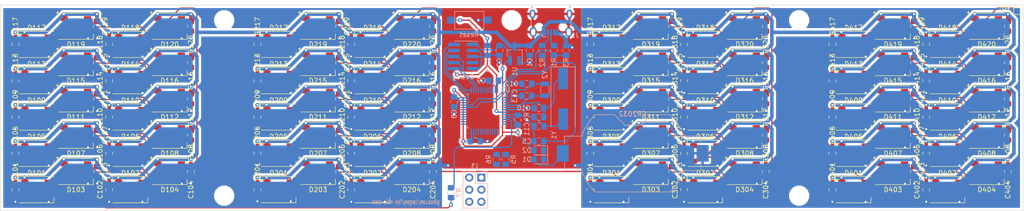
<source format=kicad_pcb>
(kicad_pcb (version 20171130) (host pcbnew "(5.0.1-3-g963ef8bb5)")
  (layers (0 F.Cu signal) (31 B.Cu signal) (34 B.Paste user hide) (35 F.Paste user hide) (36 B.SilkS user hide) (37 F.SilkS user hide) (38 B.Mask user hide) (39 F.Mask user hide) (44 Edge.Cuts user))
  (net 0 "")
  (net 1 GND)
  (net 2 VDD)
  (net 3 /RESET)
  (net 4 "/Digit 1/DIN")
  (net 5 "Net-(D102-Pad2)")
  (net 6 "Net-(D104-Pad2)")
  (net 7 "Net-(D106-Pad2)")
  (net 8 "Net-(D108-Pad2)")
  (net 9 "Net-(D110-Pad2)")
  (net 10 "Net-(D112-Pad2)")
  (net 11 "Net-(D114-Pad2)")
  (net 12 "Net-(D116-Pad2)")
  (net 13 "Net-(D118-Pad2)")
  (net 14 "/Digit 2/DIN")
  (net 15 "Net-(D202-Pad2)")
  (net 16 "Net-(D204-Pad2)")
  (net 17 "Net-(D206-Pad2)")
  (net 18 "Net-(D208-Pad2)")
  (net 19 "Net-(D210-Pad2)")
  (net 20 "Net-(D212-Pad2)")
  (net 21 "Net-(D214-Pad2)")
  (net 22 "Net-(D216-Pad2)")
  (net 23 "Net-(D218-Pad2)")
  (net 24 "/Digit 3/DIN")
  (net 25 /BOOT0)
  (net 26 "Net-(D302-Pad2)")
  (net 27 "Net-(D304-Pad2)")
  (net 28 "Net-(D306-Pad2)")
  (net 29 "Net-(D308-Pad2)")
  (net 30 "Net-(D310-Pad2)")
  (net 31 "Net-(D312-Pad2)")
  (net 32 "Net-(D314-Pad2)")
  (net 33 "Net-(D316-Pad2)")
  (net 34 "Net-(D318-Pad2)")
  (net 35 "/Digit 4/DIN")
  (net 36 "Net-(D402-Pad2)")
  (net 37 "Net-(D404-Pad2)")
  (net 38 "Net-(D406-Pad2)")
  (net 39 "Net-(D408-Pad2)")
  (net 40 "Net-(D410-Pad2)")
  (net 41 "Net-(D412-Pad2)")
  (net 42 "Net-(D414-Pad2)")
  (net 43 "Net-(D416-Pad2)")
  (net 44 "Net-(D418-Pad2)")
  (net 45 "/Digit 4/DOUT")
  (net 46 /OSC_IN)
  (net 47 /OSC_OUT)
  (net 48 /OSC32_IN)
  (net 49 /OSC32_OUT)
  (net 50 +BATT)
  (net 51 VBUS)
  (net 52 /USBDP)
  (net 53 "Net-(J1-Pad3)")
  (net 54 "Net-(J1-Pad2)")
  (net 55 /USBDM)
  (net 56 "Net-(BT1-Pad1)")
  (net 57 "Net-(J3-Pad3)")
  (net 58 "Net-(J3-Pad4)")
  (net 59 /BOOT1)
  (net 60 "Net-(R7-Pad2)")
  (net 61 /SWDIO-JTMS)
  (net 62 /SWCLK-JTCK)
  (net 63 /SWO-JTDO)
  (net 64 /JTDI)
  (module LED_SMD:LED_WS2812B_PLCC4_5.0x5.0mm_P3.2mm (layer F.Cu) (at 247.015 90.17)
    (fp_text reference D414 (at 0 -3.5) (layer F.SilkS))
    (fp_text value WS2812B)
    (fp_text user 1 (at -3.81 -2.54) (layer F.SilkS))
    (pad 3 smd rect (at 2.45 1.6) (size 1.5 1) (layers F.Cu F.Paste F.Mask) (net 1 GND))
    (pad 4 smd rect (at 2.45 -1.6) (size 1.5 1) (layers F.Cu F.Paste F.Mask) (net 41 "Net-(D412-Pad2)"))
    (pad 2 smd rect (at -2.45 1.6) (size 1.5 1) (layers F.Cu F.Paste F.Mask) (net 42 "Net-(D414-Pad2)"))
    (pad 1 smd rect (at -2.45 -1.6) (size 1.5 1) (layers F.Cu F.Paste F.Mask) (net 51 VBUS))
  )
  (module LED_SMD:LED_WS2812B_PLCC4_5.0x5.0mm_P3.2mm (layer F.Cu) (at 247.015 97.79)
    (fp_text reference D410 (at 0 -3.5) (layer F.SilkS))
    (fp_text value WS2812B)
    (fp_text user 1 (at -3.81 -2.54) (layer F.SilkS))
    (pad 3 smd rect (at 2.45 1.6) (size 1.5 1) (layers F.Cu F.Paste F.Mask) (net 1 GND))
    (pad 4 smd rect (at 2.45 -1.6) (size 1.5 1) (layers F.Cu F.Paste F.Mask) (net 39 "Net-(D408-Pad2)"))
    (pad 2 smd rect (at -2.45 1.6) (size 1.5 1) (layers F.Cu F.Paste F.Mask) (net 40 "Net-(D410-Pad2)"))
    (pad 1 smd rect (at -2.45 -1.6) (size 1.5 1) (layers F.Cu F.Paste F.Mask) (net 51 VBUS))
  )
  (module LED_SMD:LED_WS2812B_PLCC4_5.0x5.0mm_P3.2mm (layer F.Cu) (at 255.27 86.36)
    (fp_text reference D416 (at 0 3.81) (layer F.SilkS))
    (fp_text value WS2812B)
    (fp_text user 1 (at -3.81 -2.54) (layer F.SilkS))
    (pad 3 smd rect (at 2.45 1.6) (size 1.5 1) (layers F.Cu F.Paste F.Mask) (net 1 GND))
    (pad 4 smd rect (at 2.45 -1.6) (size 1.5 1) (layers F.Cu F.Paste F.Mask) (net 42 "Net-(D414-Pad2)"))
    (pad 2 smd rect (at -2.45 1.6) (size 1.5 1) (layers F.Cu F.Paste F.Mask) (net 43 "Net-(D416-Pad2)"))
    (pad 1 smd rect (at -2.45 -1.6) (size 1.5 1) (layers F.Cu F.Paste F.Mask) (net 51 VBUS))
  )
  (module Capacitor_SMD:C_0805_2012Metric_Pad1.15x1.40mm_HandSolder (layer F.Cu) (at 240.03 93.98 270)
    (fp_text reference C411 (at 0 -1.65 270) (layer F.SilkS))
    (fp_text value 100nF)
    (pad 2 smd roundrect (at 1.025 0 270) (size 1.15 1.4) (layers F.Cu F.Paste F.Mask) (roundrect_rratio 0.217391) (net 1 GND))
    (pad 1 smd roundrect (at -1.025 0 270) (size 1.15 1.4) (layers F.Cu F.Paste F.Mask) (roundrect_rratio 0.217391) (net 51 VBUS))
  )
  (module Capacitor_SMD:C_0805_2012Metric_Pad1.15x1.40mm_HandSolder (layer F.Cu) (at 240.03 78.74 270)
    (fp_text reference C419 (at 0 -1.65 270) (layer F.SilkS))
    (fp_text value 100nF)
    (pad 2 smd roundrect (at 1.025 0 270) (size 1.15 1.4) (layers F.Cu F.Paste F.Mask) (roundrect_rratio 0.217391) (net 1 GND))
    (pad 1 smd roundrect (at -1.025 0 270) (size 1.15 1.4) (layers F.Cu F.Paste F.Mask) (roundrect_rratio 0.217391) (net 51 VBUS))
  )
  (module Capacitor_SMD:C_0805_2012Metric_Pad1.15x1.40mm_HandSolder (layer F.Cu) (at 240.03 101.6 270)
    (fp_text reference C407 (at 0 -1.65 270) (layer F.SilkS))
    (fp_text value 100nF)
    (pad 2 smd roundrect (at 1.025 0 270) (size 1.15 1.4) (layers F.Cu F.Paste F.Mask) (roundrect_rratio 0.217391) (net 1 GND))
    (pad 1 smd roundrect (at -1.025 0 270) (size 1.15 1.4) (layers F.Cu F.Paste F.Mask) (roundrect_rratio 0.217391) (net 51 VBUS))
  )
  (module LED_SMD:LED_WS2812B_PLCC4_5.0x5.0mm_P3.2mm (layer F.Cu) (at 247.015 113.03)
    (fp_text reference D402 (at 0 -3.5) (layer F.SilkS))
    (fp_text value WS2812B)
    (fp_text user 1 (at -3.81 -2.54) (layer F.SilkS))
    (pad 3 smd rect (at 2.45 1.6) (size 1.5 1) (layers F.Cu F.Paste F.Mask) (net 1 GND))
    (pad 4 smd rect (at 2.45 -1.6) (size 1.5 1) (layers F.Cu F.Paste F.Mask) (net 35 "/Digit 4/DIN"))
    (pad 2 smd rect (at -2.45 1.6) (size 1.5 1) (layers F.Cu F.Paste F.Mask) (net 36 "Net-(D402-Pad2)"))
    (pad 1 smd rect (at -2.45 -1.6) (size 1.5 1) (layers F.Cu F.Paste F.Mask) (net 51 VBUS))
  )
  (module LED_SMD:LED_WS2812B_PLCC4_5.0x5.0mm_P3.2mm (layer F.Cu) (at 255.27 78.74)
    (fp_text reference D420 (at 0 3.81) (layer F.SilkS))
    (fp_text value WS2812B)
    (fp_text user 1 (at -3.81 -2.54) (layer F.SilkS))
    (pad 3 smd rect (at 2.45 1.6) (size 1.5 1) (layers F.Cu F.Paste F.Mask) (net 1 GND))
    (pad 4 smd rect (at 2.45 -1.6) (size 1.5 1) (layers F.Cu F.Paste F.Mask) (net 44 "Net-(D418-Pad2)"))
    (pad 2 smd rect (at -2.45 1.6) (size 1.5 1) (layers F.Cu F.Paste F.Mask) (net 45 "/Digit 4/DOUT"))
    (pad 1 smd rect (at -2.45 -1.6) (size 1.5 1) (layers F.Cu F.Paste F.Mask) (net 51 VBUS))
  )
  (module Capacitor_SMD:C_0805_2012Metric_Pad1.15x1.40mm_HandSolder (layer F.Cu) (at 259.715 109.22 270)
    (fp_text reference C404 (at 3.81 0 270) (layer F.SilkS))
    (fp_text value 100nF)
    (pad 1 smd roundrect (at -1.025 0 270) (size 1.15 1.4) (layers F.Cu F.Paste F.Mask) (roundrect_rratio 0.217391) (net 51 VBUS))
    (pad 2 smd roundrect (at 1.025 0 270) (size 1.15 1.4) (layers F.Cu F.Paste F.Mask) (roundrect_rratio 0.217391) (net 1 GND))
  )
  (module Capacitor_SMD:C_0805_2012Metric_Pad1.15x1.40mm_HandSolder (layer F.Cu) (at 242.57 90.17 270)
    (fp_text reference C414 (at 0 1.905 270) (layer F.SilkS))
    (fp_text value 100nF)
    (pad 1 smd roundrect (at -1.025 0 270) (size 1.15 1.4) (layers F.Cu F.Paste F.Mask) (roundrect_rratio 0.217391) (net 51 VBUS))
    (pad 2 smd roundrect (at 1.025 0 270) (size 1.15 1.4) (layers F.Cu F.Paste F.Mask) (roundrect_rratio 0.217391) (net 1 GND))
  )
  (module LED_SMD:LED_WS2812B_PLCC4_5.0x5.0mm_P3.2mm (layer F.Cu) (at 255.27 101.6)
    (fp_text reference D408 (at 0 3.81) (layer F.SilkS))
    (fp_text value WS2812B)
    (fp_text user 1 (at -3.81 -2.54) (layer F.SilkS))
    (pad 3 smd rect (at 2.45 1.6) (size 1.5 1) (layers F.Cu F.Paste F.Mask) (net 1 GND))
    (pad 4 smd rect (at 2.45 -1.6) (size 1.5 1) (layers F.Cu F.Paste F.Mask) (net 38 "Net-(D406-Pad2)"))
    (pad 2 smd rect (at -2.45 1.6) (size 1.5 1) (layers F.Cu F.Paste F.Mask) (net 39 "Net-(D408-Pad2)"))
    (pad 1 smd rect (at -2.45 -1.6) (size 1.5 1) (layers F.Cu F.Paste F.Mask) (net 51 VBUS))
  )
  (module LED_SMD:LED_WS2812B_PLCC4_5.0x5.0mm_P3.2mm (layer F.Cu) (at 235.585 109.22)
    (fp_text reference D403 (at 0 3.81) (layer F.SilkS))
    (fp_text value WS2812B)
    (fp_text user 1 (at -3.81 -2.54) (layer F.SilkS))
    (pad 1 smd rect (at -2.45 -1.6) (size 1.5 1) (layers F.Cu F.Paste F.Mask) (net 51 VBUS))
    (pad 2 smd rect (at -2.45 1.6) (size 1.5 1) (layers F.Cu F.Paste F.Mask))
    (pad 4 smd rect (at 2.45 -1.6) (size 1.5 1) (layers F.Cu F.Paste F.Mask) (net 36 "Net-(D402-Pad2)"))
    (pad 3 smd rect (at 2.45 1.6) (size 1.5 1) (layers F.Cu F.Paste F.Mask) (net 1 GND))
  )
  (module LED_SMD:LED_WS2812B_PLCC4_5.0x5.0mm_P3.2mm (layer F.Cu) (at 247.015 105.41)
    (fp_text reference D406 (at 0 -3.5) (layer F.SilkS))
    (fp_text value WS2812B)
    (fp_text user 1 (at -3.81 -2.54) (layer F.SilkS))
    (pad 3 smd rect (at 2.45 1.6) (size 1.5 1) (layers F.Cu F.Paste F.Mask) (net 1 GND))
    (pad 4 smd rect (at 2.45 -1.6) (size 1.5 1) (layers F.Cu F.Paste F.Mask) (net 37 "Net-(D404-Pad2)"))
    (pad 2 smd rect (at -2.45 1.6) (size 1.5 1) (layers F.Cu F.Paste F.Mask) (net 38 "Net-(D406-Pad2)"))
    (pad 1 smd rect (at -2.45 -1.6) (size 1.5 1) (layers F.Cu F.Paste F.Mask) (net 51 VBUS))
  )
  (module LED_SMD:LED_WS2812B_PLCC4_5.0x5.0mm_P3.2mm (layer F.Cu) (at 255.27 93.98)
    (fp_text reference D412 (at 0 3.81) (layer F.SilkS))
    (fp_text value WS2812B)
    (fp_text user 1 (at -3.81 -2.54) (layer F.SilkS))
    (pad 3 smd rect (at 2.45 1.6) (size 1.5 1) (layers F.Cu F.Paste F.Mask) (net 1 GND))
    (pad 4 smd rect (at 2.45 -1.6) (size 1.5 1) (layers F.Cu F.Paste F.Mask) (net 40 "Net-(D410-Pad2)"))
    (pad 2 smd rect (at -2.45 1.6) (size 1.5 1) (layers F.Cu F.Paste F.Mask) (net 41 "Net-(D412-Pad2)"))
    (pad 1 smd rect (at -2.45 -1.6) (size 1.5 1) (layers F.Cu F.Paste F.Mask) (net 51 VBUS))
  )
  (module Capacitor_SMD:C_0805_2012Metric_Pad1.15x1.40mm_HandSolder (layer F.Cu) (at 259.715 78.74 270)
    (fp_text reference C420 (at 3.81 0 270) (layer F.SilkS))
    (fp_text value 100nF)
    (pad 1 smd roundrect (at -1.025 0 270) (size 1.15 1.4) (layers F.Cu F.Paste F.Mask) (roundrect_rratio 0.217391) (net 51 VBUS))
    (pad 2 smd roundrect (at 1.025 0 270) (size 1.15 1.4) (layers F.Cu F.Paste F.Mask) (roundrect_rratio 0.217391) (net 1 GND))
  )
  (module Capacitor_SMD:C_0805_2012Metric_Pad1.15x1.40mm_HandSolder (layer F.Cu) (at 242.57 82.55 270)
    (fp_text reference C418 (at 0 1.905 270) (layer F.SilkS))
    (fp_text value 100nF)
    (pad 1 smd roundrect (at -1.025 0 270) (size 1.15 1.4) (layers F.Cu F.Paste F.Mask) (roundrect_rratio 0.217391) (net 51 VBUS))
    (pad 2 smd roundrect (at 1.025 0 270) (size 1.15 1.4) (layers F.Cu F.Paste F.Mask) (roundrect_rratio 0.217391) (net 1 GND))
  )
  (module Capacitor_SMD:C_0805_2012Metric_Pad1.15x1.40mm_HandSolder (layer F.Cu) (at 222.885 82.55 270)
    (fp_text reference C417 (at -3.81 0 270) (layer F.SilkS))
    (fp_text value 100nF)
    (pad 2 smd roundrect (at 1.025 0 270) (size 1.15 1.4) (layers F.Cu F.Paste F.Mask) (roundrect_rratio 0.217391) (net 1 GND))
    (pad 1 smd roundrect (at -1.025 0 270) (size 1.15 1.4) (layers F.Cu F.Paste F.Mask) (roundrect_rratio 0.217391) (net 51 VBUS))
  )
  (module LED_SMD:LED_WS2812B_PLCC4_5.0x5.0mm_P3.2mm (layer F.Cu) (at 227.33 105.41)
    (fp_text reference D405 (at 0 -3.5) (layer F.SilkS))
    (fp_text value WS2812B)
    (fp_text user 1 (at -3.81 -2.54) (layer F.SilkS))
    (pad 1 smd rect (at -2.45 -1.6) (size 1.5 1) (layers F.Cu F.Paste F.Mask) (net 51 VBUS))
    (pad 2 smd rect (at -2.45 1.6) (size 1.5 1) (layers F.Cu F.Paste F.Mask))
    (pad 4 smd rect (at 2.45 -1.6) (size 1.5 1) (layers F.Cu F.Paste F.Mask) (net 37 "Net-(D404-Pad2)"))
    (pad 3 smd rect (at 2.45 1.6) (size 1.5 1) (layers F.Cu F.Paste F.Mask) (net 1 GND))
  )
  (module LED_SMD:LED_WS2812B_PLCC4_5.0x5.0mm_P3.2mm (layer F.Cu) (at 227.33 82.55)
    (fp_text reference D417 (at 0 -3.5) (layer F.SilkS))
    (fp_text value WS2812B)
    (fp_text user 1 (at -3.81 -2.54) (layer F.SilkS))
    (pad 1 smd rect (at -2.45 -1.6) (size 1.5 1) (layers F.Cu F.Paste F.Mask) (net 51 VBUS))
    (pad 2 smd rect (at -2.45 1.6) (size 1.5 1) (layers F.Cu F.Paste F.Mask))
    (pad 4 smd rect (at 2.45 -1.6) (size 1.5 1) (layers F.Cu F.Paste F.Mask) (net 43 "Net-(D416-Pad2)"))
    (pad 3 smd rect (at 2.45 1.6) (size 1.5 1) (layers F.Cu F.Paste F.Mask) (net 1 GND))
  )
  (module Capacitor_SMD:C_0805_2012Metric_Pad1.15x1.40mm_HandSolder (layer F.Cu) (at 222.885 90.17 270)
    (fp_text reference C413 (at -3.81 0 270) (layer F.SilkS))
    (fp_text value 100nF)
    (pad 2 smd roundrect (at 1.025 0 270) (size 1.15 1.4) (layers F.Cu F.Paste F.Mask) (roundrect_rratio 0.217391) (net 1 GND))
    (pad 1 smd roundrect (at -1.025 0 270) (size 1.15 1.4) (layers F.Cu F.Paste F.Mask) (roundrect_rratio 0.217391) (net 51 VBUS))
  )
  (module LED_SMD:LED_WS2812B_PLCC4_5.0x5.0mm_P3.2mm (layer F.Cu) (at 235.585 78.74)
    (fp_text reference D419 (at 0 3.81) (layer F.SilkS))
    (fp_text value WS2812B)
    (fp_text user 1 (at -3.81 -2.54) (layer F.SilkS))
    (pad 1 smd rect (at -2.45 -1.6) (size 1.5 1) (layers F.Cu F.Paste F.Mask) (net 51 VBUS))
    (pad 2 smd rect (at -2.45 1.6) (size 1.5 1) (layers F.Cu F.Paste F.Mask))
    (pad 4 smd rect (at 2.45 -1.6) (size 1.5 1) (layers F.Cu F.Paste F.Mask) (net 44 "Net-(D418-Pad2)"))
    (pad 3 smd rect (at 2.45 1.6) (size 1.5 1) (layers F.Cu F.Paste F.Mask) (net 1 GND))
  )
  (module Capacitor_SMD:C_0805_2012Metric_Pad1.15x1.40mm_HandSolder (layer F.Cu) (at 242.57 97.79 270)
    (fp_text reference C410 (at 0 1.905 270) (layer F.SilkS))
    (fp_text value 100nF)
    (pad 1 smd roundrect (at -1.025 0 270) (size 1.15 1.4) (layers F.Cu F.Paste F.Mask) (roundrect_rratio 0.217391) (net 51 VBUS))
    (pad 2 smd roundrect (at 1.025 0 270) (size 1.15 1.4) (layers F.Cu F.Paste F.Mask) (roundrect_rratio 0.217391) (net 1 GND))
  )
  (module Capacitor_SMD:C_0805_2012Metric_Pad1.15x1.40mm_HandSolder (layer F.Cu) (at 222.885 113.03 270)
    (fp_text reference C401 (at -3.81 0 270) (layer F.SilkS))
    (fp_text value 100nF)
    (pad 2 smd roundrect (at 1.025 0 270) (size 1.15 1.4) (layers F.Cu F.Paste F.Mask) (roundrect_rratio 0.217391) (net 1 GND))
    (pad 1 smd roundrect (at -1.025 0 270) (size 1.15 1.4) (layers F.Cu F.Paste F.Mask) (roundrect_rratio 0.217391) (net 51 VBUS))
  )
  (module Capacitor_SMD:C_0805_2012Metric_Pad1.15x1.40mm_HandSolder (layer F.Cu) (at 240.03 109.22 270)
    (fp_text reference C403 (at 0 -1.65 270) (layer F.SilkS))
    (fp_text value 100nF)
    (pad 2 smd roundrect (at 1.025 0 270) (size 1.15 1.4) (layers F.Cu F.Paste F.Mask) (roundrect_rratio 0.217391) (net 1 GND))
    (pad 1 smd roundrect (at -1.025 0 270) (size 1.15 1.4) (layers F.Cu F.Paste F.Mask) (roundrect_rratio 0.217391) (net 51 VBUS))
  )
  (module Capacitor_SMD:C_0805_2012Metric_Pad1.15x1.40mm_HandSolder (layer F.Cu) (at 222.885 97.79 270)
    (fp_text reference C409 (at -3.81 0 270) (layer F.SilkS))
    (fp_text value 100nF)
    (pad 2 smd roundrect (at 1.025 0 270) (size 1.15 1.4) (layers F.Cu F.Paste F.Mask) (roundrect_rratio 0.217391) (net 1 GND))
    (pad 1 smd roundrect (at -1.025 0 270) (size 1.15 1.4) (layers F.Cu F.Paste F.Mask) (roundrect_rratio 0.217391) (net 51 VBUS))
  )
  (module Capacitor_SMD:C_0805_2012Metric_Pad1.15x1.40mm_HandSolder (layer F.Cu) (at 259.715 101.6 270)
    (fp_text reference C408 (at 3.81 0 270) (layer F.SilkS))
    (fp_text value 100nF)
    (pad 1 smd roundrect (at -1.025 0 270) (size 1.15 1.4) (layers F.Cu F.Paste F.Mask) (roundrect_rratio 0.217391) (net 51 VBUS))
    (pad 2 smd roundrect (at 1.025 0 270) (size 1.15 1.4) (layers F.Cu F.Paste F.Mask) (roundrect_rratio 0.217391) (net 1 GND))
  )
  (module Capacitor_SMD:C_0805_2012Metric_Pad1.15x1.40mm_HandSolder (layer F.Cu) (at 242.57 105.41 270)
    (fp_text reference C406 (at 0 1.905 270) (layer F.SilkS))
    (fp_text value 100nF)
    (pad 1 smd roundrect (at -1.025 0 270) (size 1.15 1.4) (layers F.Cu F.Paste F.Mask) (roundrect_rratio 0.217391) (net 51 VBUS))
    (pad 2 smd roundrect (at 1.025 0 270) (size 1.15 1.4) (layers F.Cu F.Paste F.Mask) (roundrect_rratio 0.217391) (net 1 GND))
  )
  (module Capacitor_SMD:C_0805_2012Metric_Pad1.15x1.40mm_HandSolder (layer F.Cu) (at 222.885 105.41 270)
    (fp_text reference C405 (at -3.81 0 270) (layer F.SilkS))
    (fp_text value 100nF)
    (pad 2 smd roundrect (at 1.025 0 270) (size 1.15 1.4) (layers F.Cu F.Paste F.Mask) (roundrect_rratio 0.217391) (net 1 GND))
    (pad 1 smd roundrect (at -1.025 0 270) (size 1.15 1.4) (layers F.Cu F.Paste F.Mask) (roundrect_rratio 0.217391) (net 51 VBUS))
  )
  (module Capacitor_SMD:C_0805_2012Metric_Pad1.15x1.40mm_HandSolder (layer F.Cu) (at 259.715 86.36 270)
    (fp_text reference C416 (at 3.81 0 270) (layer F.SilkS))
    (fp_text value 100nF)
    (pad 1 smd roundrect (at -1.025 0 270) (size 1.15 1.4) (layers F.Cu F.Paste F.Mask) (roundrect_rratio 0.217391) (net 51 VBUS))
    (pad 2 smd roundrect (at 1.025 0 270) (size 1.15 1.4) (layers F.Cu F.Paste F.Mask) (roundrect_rratio 0.217391) (net 1 GND))
  )
  (module Capacitor_SMD:C_0805_2012Metric_Pad1.15x1.40mm_HandSolder (layer F.Cu) (at 240.03 86.36 270)
    (fp_text reference C415 (at 0 -1.65 270) (layer F.SilkS))
    (fp_text value 100nF)
    (pad 2 smd roundrect (at 1.025 0 270) (size 1.15 1.4) (layers F.Cu F.Paste F.Mask) (roundrect_rratio 0.217391) (net 1 GND))
    (pad 1 smd roundrect (at -1.025 0 270) (size 1.15 1.4) (layers F.Cu F.Paste F.Mask) (roundrect_rratio 0.217391) (net 51 VBUS))
  )
  (module LED_SMD:LED_WS2812B_PLCC4_5.0x5.0mm_P3.2mm (layer F.Cu) (at 235.585 93.98)
    (fp_text reference D411 (at 0 3.81) (layer F.SilkS))
    (fp_text value WS2812B)
    (fp_text user 1 (at -3.81 -2.54) (layer F.SilkS))
    (pad 1 smd rect (at -2.45 -1.6) (size 1.5 1) (layers F.Cu F.Paste F.Mask) (net 51 VBUS))
    (pad 2 smd rect (at -2.45 1.6) (size 1.5 1) (layers F.Cu F.Paste F.Mask))
    (pad 4 smd rect (at 2.45 -1.6) (size 1.5 1) (layers F.Cu F.Paste F.Mask) (net 40 "Net-(D410-Pad2)"))
    (pad 3 smd rect (at 2.45 1.6) (size 1.5 1) (layers F.Cu F.Paste F.Mask) (net 1 GND))
  )
  (module LED_SMD:LED_WS2812B_PLCC4_5.0x5.0mm_P3.2mm (layer F.Cu) (at 227.33 90.17)
    (fp_text reference D413 (at 0 -3.5) (layer F.SilkS))
    (fp_text value WS2812B)
    (fp_text user 1 (at -3.81 -2.54) (layer F.SilkS))
    (pad 1 smd rect (at -2.45 -1.6) (size 1.5 1) (layers F.Cu F.Paste F.Mask) (net 51 VBUS))
    (pad 2 smd rect (at -2.45 1.6) (size 1.5 1) (layers F.Cu F.Paste F.Mask))
    (pad 4 smd rect (at 2.45 -1.6) (size 1.5 1) (layers F.Cu F.Paste F.Mask) (net 41 "Net-(D412-Pad2)"))
    (pad 3 smd rect (at 2.45 1.6) (size 1.5 1) (layers F.Cu F.Paste F.Mask) (net 1 GND))
  )
  (module LED_SMD:LED_WS2812B_PLCC4_5.0x5.0mm_P3.2mm (layer F.Cu) (at 227.33 113.03)
    (fp_text reference D401 (at 0 -3.5) (layer F.SilkS))
    (fp_text value WS2812B)
    (fp_text user 1 (at -3.81 -2.54) (layer F.SilkS))
    (pad 1 smd rect (at -2.45 -1.6) (size 1.5 1) (layers F.Cu F.Paste F.Mask) (net 51 VBUS))
    (pad 2 smd rect (at -2.45 1.6) (size 1.5 1) (layers F.Cu F.Paste F.Mask))
    (pad 4 smd rect (at 2.45 -1.6) (size 1.5 1) (layers F.Cu F.Paste F.Mask) (net 35 "/Digit 4/DIN"))
    (pad 3 smd rect (at 2.45 1.6) (size 1.5 1) (layers F.Cu F.Paste F.Mask) (net 1 GND))
  )
  (module Capacitor_SMD:C_0805_2012Metric_Pad1.15x1.40mm_HandSolder (layer F.Cu) (at 259.715 93.98 270)
    (fp_text reference C412 (at 3.81 0 270) (layer F.SilkS))
    (fp_text value 100nF)
    (pad 1 smd roundrect (at -1.025 0 270) (size 1.15 1.4) (layers F.Cu F.Paste F.Mask) (roundrect_rratio 0.217391) (net 51 VBUS))
    (pad 2 smd roundrect (at 1.025 0 270) (size 1.15 1.4) (layers F.Cu F.Paste F.Mask) (roundrect_rratio 0.217391) (net 1 GND))
  )
  (module LED_SMD:LED_WS2812B_PLCC4_5.0x5.0mm_P3.2mm (layer F.Cu) (at 255.27 109.22)
    (fp_text reference D404 (at 0 3.81) (layer F.SilkS))
    (fp_text value WS2812B)
    (fp_text user 1 (at -3.81 -2.54) (layer F.SilkS))
    (pad 3 smd rect (at 2.45 1.6) (size 1.5 1) (layers F.Cu F.Paste F.Mask) (net 1 GND))
    (pad 4 smd rect (at 2.45 -1.6) (size 1.5 1) (layers F.Cu F.Paste F.Mask) (net 36 "Net-(D402-Pad2)"))
    (pad 2 smd rect (at -2.45 1.6) (size 1.5 1) (layers F.Cu F.Paste F.Mask) (net 37 "Net-(D404-Pad2)"))
    (pad 1 smd rect (at -2.45 -1.6) (size 1.5 1) (layers F.Cu F.Paste F.Mask) (net 51 VBUS))
  )
  (module LED_SMD:LED_WS2812B_PLCC4_5.0x5.0mm_P3.2mm (layer F.Cu) (at 227.33 97.79)
    (fp_text reference D409 (at 0 -3.5) (layer F.SilkS))
    (fp_text value WS2812B)
    (fp_text user 1 (at -3.81 -2.54) (layer F.SilkS))
    (pad 1 smd rect (at -2.45 -1.6) (size 1.5 1) (layers F.Cu F.Paste F.Mask) (net 51 VBUS))
    (pad 2 smd rect (at -2.45 1.6) (size 1.5 1) (layers F.Cu F.Paste F.Mask))
    (pad 4 smd rect (at 2.45 -1.6) (size 1.5 1) (layers F.Cu F.Paste F.Mask) (net 39 "Net-(D408-Pad2)"))
    (pad 3 smd rect (at 2.45 1.6) (size 1.5 1) (layers F.Cu F.Paste F.Mask) (net 1 GND))
  )
  (module LED_SMD:LED_WS2812B_PLCC4_5.0x5.0mm_P3.2mm (layer F.Cu) (at 235.585 101.6)
    (fp_text reference D407 (at 0 3.81) (layer F.SilkS))
    (fp_text value WS2812B)
    (fp_text user 1 (at -3.81 -2.54) (layer F.SilkS))
    (pad 1 smd rect (at -2.45 -1.6) (size 1.5 1) (layers F.Cu F.Paste F.Mask) (net 51 VBUS))
    (pad 2 smd rect (at -2.45 1.6) (size 1.5 1) (layers F.Cu F.Paste F.Mask))
    (pad 4 smd rect (at 2.45 -1.6) (size 1.5 1) (layers F.Cu F.Paste F.Mask) (net 38 "Net-(D406-Pad2)"))
    (pad 3 smd rect (at 2.45 1.6) (size 1.5 1) (layers F.Cu F.Paste F.Mask) (net 1 GND))
  )
  (module LED_SMD:LED_WS2812B_PLCC4_5.0x5.0mm_P3.2mm (layer F.Cu) (at 247.015 82.55)
    (fp_text reference D418 (at 0 -3.5) (layer F.SilkS))
    (fp_text value WS2812B)
    (fp_text user 1 (at -3.81 -2.54) (layer F.SilkS))
    (pad 3 smd rect (at 2.45 1.6) (size 1.5 1) (layers F.Cu F.Paste F.Mask) (net 1 GND))
    (pad 4 smd rect (at 2.45 -1.6) (size 1.5 1) (layers F.Cu F.Paste F.Mask) (net 43 "Net-(D416-Pad2)"))
    (pad 2 smd rect (at -2.45 1.6) (size 1.5 1) (layers F.Cu F.Paste F.Mask) (net 44 "Net-(D418-Pad2)"))
    (pad 1 smd rect (at -2.45 -1.6) (size 1.5 1) (layers F.Cu F.Paste F.Mask) (net 51 VBUS))
  )
  (module LED_SMD:LED_WS2812B_PLCC4_5.0x5.0mm_P3.2mm (layer F.Cu) (at 235.585 86.36)
    (fp_text reference D415 (at 0 3.81) (layer F.SilkS))
    (fp_text value WS2812B)
    (fp_text user 1 (at -3.81 -2.54) (layer F.SilkS))
    (pad 1 smd rect (at -2.45 -1.6) (size 1.5 1) (layers F.Cu F.Paste F.Mask) (net 51 VBUS))
    (pad 2 smd rect (at -2.45 1.6) (size 1.5 1) (layers F.Cu F.Paste F.Mask))
    (pad 4 smd rect (at 2.45 -1.6) (size 1.5 1) (layers F.Cu F.Paste F.Mask) (net 42 "Net-(D414-Pad2)"))
    (pad 3 smd rect (at 2.45 1.6) (size 1.5 1) (layers F.Cu F.Paste F.Mask) (net 1 GND))
  )
  (module Capacitor_SMD:C_0805_2012Metric_Pad1.15x1.40mm_HandSolder (layer F.Cu) (at 242.57 113.03 270)
    (fp_text reference C402 (at 0 1.905 270) (layer F.SilkS))
    (fp_text value 100nF)
    (pad 1 smd roundrect (at -1.025 0 270) (size 1.15 1.4) (layers F.Cu F.Paste F.Mask) (roundrect_rratio 0.217391) (net 51 VBUS))
    (pad 2 smd roundrect (at 1.025 0 270) (size 1.15 1.4) (layers F.Cu F.Paste F.Mask) (roundrect_rratio 0.217391) (net 1 GND))
  )
  (module LED_SMD:LED_WS2812B_PLCC4_5.0x5.0mm_P3.2mm (layer F.Cu) (at 196.215 90.17)
    (fp_text reference D314 (at 0 -3.5) (layer F.SilkS))
    (fp_text value WS2812B)
    (fp_text user 1 (at -3.81 -2.54) (layer F.SilkS))
    (pad 3 smd rect (at 2.45 1.6) (size 1.5 1) (layers F.Cu F.Paste F.Mask) (net 1 GND))
    (pad 4 smd rect (at 2.45 -1.6) (size 1.5 1) (layers F.Cu F.Paste F.Mask) (net 31 "Net-(D312-Pad2)"))
    (pad 2 smd rect (at -2.45 1.6) (size 1.5 1) (layers F.Cu F.Paste F.Mask) (net 32 "Net-(D314-Pad2)"))
    (pad 1 smd rect (at -2.45 -1.6) (size 1.5 1) (layers F.Cu F.Paste F.Mask) (net 51 VBUS))
  )
  (module LED_SMD:LED_WS2812B_PLCC4_5.0x5.0mm_P3.2mm (layer F.Cu) (at 196.215 97.79)
    (fp_text reference D310 (at 0 -3.5) (layer F.SilkS))
    (fp_text value WS2812B)
    (fp_text user 1 (at -3.81 -2.54) (layer F.SilkS))
    (pad 3 smd rect (at 2.45 1.6) (size 1.5 1) (layers F.Cu F.Paste F.Mask) (net 1 GND))
    (pad 4 smd rect (at 2.45 -1.6) (size 1.5 1) (layers F.Cu F.Paste F.Mask) (net 29 "Net-(D308-Pad2)"))
    (pad 2 smd rect (at -2.45 1.6) (size 1.5 1) (layers F.Cu F.Paste F.Mask) (net 30 "Net-(D310-Pad2)"))
    (pad 1 smd rect (at -2.45 -1.6) (size 1.5 1) (layers F.Cu F.Paste F.Mask) (net 51 VBUS))
  )
  (module LED_SMD:LED_WS2812B_PLCC4_5.0x5.0mm_P3.2mm (layer F.Cu) (at 204.47 86.36)
    (fp_text reference D316 (at 0 3.81) (layer F.SilkS))
    (fp_text value WS2812B)
    (fp_text user 1 (at -3.81 -2.54) (layer F.SilkS))
    (pad 3 smd rect (at 2.45 1.6) (size 1.5 1) (layers F.Cu F.Paste F.Mask) (net 1 GND))
    (pad 4 smd rect (at 2.45 -1.6) (size 1.5 1) (layers F.Cu F.Paste F.Mask) (net 32 "Net-(D314-Pad2)"))
    (pad 2 smd rect (at -2.45 1.6) (size 1.5 1) (layers F.Cu F.Paste F.Mask) (net 33 "Net-(D316-Pad2)"))
    (pad 1 smd rect (at -2.45 -1.6) (size 1.5 1) (layers F.Cu F.Paste F.Mask) (net 51 VBUS))
  )
  (module Capacitor_SMD:C_0805_2012Metric_Pad1.15x1.40mm_HandSolder (layer F.Cu) (at 189.23 93.98 270)
    (fp_text reference C311 (at 0 -1.65 270) (layer F.SilkS))
    (fp_text value 100nF)
    (pad 2 smd roundrect (at 1.025 0 270) (size 1.15 1.4) (layers F.Cu F.Paste F.Mask) (roundrect_rratio 0.217391) (net 1 GND))
    (pad 1 smd roundrect (at -1.025 0 270) (size 1.15 1.4) (layers F.Cu F.Paste F.Mask) (roundrect_rratio 0.217391) (net 51 VBUS))
  )
  (module Capacitor_SMD:C_0805_2012Metric_Pad1.15x1.40mm_HandSolder (layer F.Cu) (at 189.23 78.74 270)
    (fp_text reference C319 (at 0 -1.65 270) (layer F.SilkS))
    (fp_text value 100nF)
    (pad 2 smd roundrect (at 1.025 0 270) (size 1.15 1.4) (layers F.Cu F.Paste F.Mask) (roundrect_rratio 0.217391) (net 1 GND))
    (pad 1 smd roundrect (at -1.025 0 270) (size 1.15 1.4) (layers F.Cu F.Paste F.Mask) (roundrect_rratio 0.217391) (net 51 VBUS))
  )
  (module Capacitor_SMD:C_0805_2012Metric_Pad1.15x1.40mm_HandSolder (layer F.Cu) (at 189.23 101.6 270)
    (fp_text reference C307 (at 0 -1.65 270) (layer F.SilkS))
    (fp_text value 100nF)
    (pad 2 smd roundrect (at 1.025 0 270) (size 1.15 1.4) (layers F.Cu F.Paste F.Mask) (roundrect_rratio 0.217391) (net 1 GND))
    (pad 1 smd roundrect (at -1.025 0 270) (size 1.15 1.4) (layers F.Cu F.Paste F.Mask) (roundrect_rratio 0.217391) (net 51 VBUS))
  )
  (module LED_SMD:LED_WS2812B_PLCC4_5.0x5.0mm_P3.2mm (layer F.Cu) (at 196.215 113.03)
    (fp_text reference D302 (at 0 -3.5) (layer F.SilkS))
    (fp_text value WS2812B)
    (fp_text user 1 (at -3.81 -2.54) (layer F.SilkS))
    (pad 3 smd rect (at 2.45 1.6) (size 1.5 1) (layers F.Cu F.Paste F.Mask) (net 1 GND))
    (pad 4 smd rect (at 2.45 -1.6) (size 1.5 1) (layers F.Cu F.Paste F.Mask) (net 24 "/Digit 3/DIN"))
    (pad 2 smd rect (at -2.45 1.6) (size 1.5 1) (layers F.Cu F.Paste F.Mask) (net 26 "Net-(D302-Pad2)"))
    (pad 1 smd rect (at -2.45 -1.6) (size 1.5 1) (layers F.Cu F.Paste F.Mask) (net 51 VBUS))
  )
  (module LED_SMD:LED_WS2812B_PLCC4_5.0x5.0mm_P3.2mm (layer F.Cu) (at 204.47 78.74)
    (fp_text reference D320 (at 0 3.81) (layer F.SilkS))
    (fp_text value WS2812B)
    (fp_text user 1 (at -3.81 -2.54) (layer F.SilkS))
    (pad 3 smd rect (at 2.45 1.6) (size 1.5 1) (layers F.Cu F.Paste F.Mask) (net 1 GND))
    (pad 4 smd rect (at 2.45 -1.6) (size 1.5 1) (layers F.Cu F.Paste F.Mask) (net 34 "Net-(D318-Pad2)"))
    (pad 2 smd rect (at -2.45 1.6) (size 1.5 1) (layers F.Cu F.Paste F.Mask) (net 35 "/Digit 4/DIN"))
    (pad 1 smd rect (at -2.45 -1.6) (size 1.5 1) (layers F.Cu F.Paste F.Mask) (net 51 VBUS))
  )
  (module Capacitor_SMD:C_0805_2012Metric_Pad1.15x1.40mm_HandSolder (layer F.Cu) (at 208.915 109.22 270)
    (fp_text reference C304 (at 3.81 0 270) (layer F.SilkS))
    (fp_text value 100nF)
    (pad 1 smd roundrect (at -1.025 0 270) (size 1.15 1.4) (layers F.Cu F.Paste F.Mask) (roundrect_rratio 0.217391) (net 51 VBUS))
    (pad 2 smd roundrect (at 1.025 0 270) (size 1.15 1.4) (layers F.Cu F.Paste F.Mask) (roundrect_rratio 0.217391) (net 1 GND))
  )
  (module Capacitor_SMD:C_0805_2012Metric_Pad1.15x1.40mm_HandSolder (layer F.Cu) (at 191.77 90.17 270)
    (fp_text reference C314 (at 0 1.905 270) (layer F.SilkS))
    (fp_text value 100nF)
    (pad 1 smd roundrect (at -1.025 0 270) (size 1.15 1.4) (layers F.Cu F.Paste F.Mask) (roundrect_rratio 0.217391) (net 51 VBUS))
    (pad 2 smd roundrect (at 1.025 0 270) (size 1.15 1.4) (layers F.Cu F.Paste F.Mask) (roundrect_rratio 0.217391) (net 1 GND))
  )
  (module LED_SMD:LED_WS2812B_PLCC4_5.0x5.0mm_P3.2mm (layer F.Cu) (at 204.47 101.6)
    (fp_text reference D308 (at 0 3.81) (layer F.SilkS))
    (fp_text value WS2812B)
    (fp_text user 1 (at -3.81 -2.54) (layer F.SilkS))
    (pad 3 smd rect (at 2.45 1.6) (size 1.5 1) (layers F.Cu F.Paste F.Mask) (net 1 GND))
    (pad 4 smd rect (at 2.45 -1.6) (size 1.5 1) (layers F.Cu F.Paste F.Mask) (net 28 "Net-(D306-Pad2)"))
    (pad 2 smd rect (at -2.45 1.6) (size 1.5 1) (layers F.Cu F.Paste F.Mask) (net 29 "Net-(D308-Pad2)"))
    (pad 1 smd rect (at -2.45 -1.6) (size 1.5 1) (layers F.Cu F.Paste F.Mask) (net 51 VBUS))
  )
  (module LED_SMD:LED_WS2812B_PLCC4_5.0x5.0mm_P3.2mm (layer F.Cu) (at 184.785 109.22)
    (fp_text reference D303 (at 0 3.81) (layer F.SilkS))
    (fp_text value WS2812B)
    (fp_text user 1 (at -3.81 -2.54) (layer F.SilkS))
    (pad 1 smd rect (at -2.45 -1.6) (size 1.5 1) (layers F.Cu F.Paste F.Mask) (net 51 VBUS))
    (pad 2 smd rect (at -2.45 1.6) (size 1.5 1) (layers F.Cu F.Paste F.Mask))
    (pad 4 smd rect (at 2.45 -1.6) (size 1.5 1) (layers F.Cu F.Paste F.Mask) (net 26 "Net-(D302-Pad2)"))
    (pad 3 smd rect (at 2.45 1.6) (size 1.5 1) (layers F.Cu F.Paste F.Mask) (net 1 GND))
  )
  (module LED_SMD:LED_WS2812B_PLCC4_5.0x5.0mm_P3.2mm (layer F.Cu) (at 196.215 105.41)
    (fp_text reference D306 (at 0 -3.5) (layer F.SilkS))
    (fp_text value WS2812B)
    (fp_text user 1 (at -3.81 -2.54) (layer F.SilkS))
    (pad 3 smd rect (at 2.45 1.6) (size 1.5 1) (layers F.Cu F.Paste F.Mask) (net 1 GND))
    (pad 4 smd rect (at 2.45 -1.6) (size 1.5 1) (layers F.Cu F.Paste F.Mask) (net 27 "Net-(D304-Pad2)"))
    (pad 2 smd rect (at -2.45 1.6) (size 1.5 1) (layers F.Cu F.Paste F.Mask) (net 28 "Net-(D306-Pad2)"))
    (pad 1 smd rect (at -2.45 -1.6) (size 1.5 1) (layers F.Cu F.Paste F.Mask) (net 51 VBUS))
  )
  (module LED_SMD:LED_WS2812B_PLCC4_5.0x5.0mm_P3.2mm (layer F.Cu) (at 204.47 93.98)
    (fp_text reference D312 (at 0 3.81) (layer F.SilkS))
    (fp_text value WS2812B)
    (fp_text user 1 (at -3.81 -2.54) (layer F.SilkS))
    (pad 3 smd rect (at 2.45 1.6) (size 1.5 1) (layers F.Cu F.Paste F.Mask) (net 1 GND))
    (pad 4 smd rect (at 2.45 -1.6) (size 1.5 1) (layers F.Cu F.Paste F.Mask) (net 30 "Net-(D310-Pad2)"))
    (pad 2 smd rect (at -2.45 1.6) (size 1.5 1) (layers F.Cu F.Paste F.Mask) (net 31 "Net-(D312-Pad2)"))
    (pad 1 smd rect (at -2.45 -1.6) (size 1.5 1) (layers F.Cu F.Paste F.Mask) (net 51 VBUS))
  )
  (module Capacitor_SMD:C_0805_2012Metric_Pad1.15x1.40mm_HandSolder (layer F.Cu) (at 208.915 78.74 270)
    (fp_text reference C320 (at 3.81 0 270) (layer F.SilkS))
    (fp_text value 100nF)
    (pad 1 smd roundrect (at -1.025 0 270) (size 1.15 1.4) (layers F.Cu F.Paste F.Mask) (roundrect_rratio 0.217391) (net 51 VBUS))
    (pad 2 smd roundrect (at 1.025 0 270) (size 1.15 1.4) (layers F.Cu F.Paste F.Mask) (roundrect_rratio 0.217391) (net 1 GND))
  )
  (module Capacitor_SMD:C_0805_2012Metric_Pad1.15x1.40mm_HandSolder (layer F.Cu) (at 191.77 82.55 270)
    (fp_text reference C318 (at 0 1.905 270) (layer F.SilkS))
    (fp_text value 100nF)
    (pad 1 smd roundrect (at -1.025 0 270) (size 1.15 1.4) (layers F.Cu F.Paste F.Mask) (roundrect_rratio 0.217391) (net 51 VBUS))
    (pad 2 smd roundrect (at 1.025 0 270) (size 1.15 1.4) (layers F.Cu F.Paste F.Mask) (roundrect_rratio 0.217391) (net 1 GND))
  )
  (module Capacitor_SMD:C_0805_2012Metric_Pad1.15x1.40mm_HandSolder (layer F.Cu) (at 172.085 82.55 270)
    (fp_text reference C317 (at -3.81 0 270) (layer F.SilkS))
    (fp_text value 100nF)
    (pad 2 smd roundrect (at 1.025 0 270) (size 1.15 1.4) (layers F.Cu F.Paste F.Mask) (roundrect_rratio 0.217391) (net 1 GND))
    (pad 1 smd roundrect (at -1.025 0 270) (size 1.15 1.4) (layers F.Cu F.Paste F.Mask) (roundrect_rratio 0.217391) (net 51 VBUS))
  )
  (module LED_SMD:LED_WS2812B_PLCC4_5.0x5.0mm_P3.2mm (layer F.Cu) (at 176.53 105.41)
    (fp_text reference D305 (at 0 -3.5) (layer F.SilkS))
    (fp_text value WS2812B)
    (fp_text user 1 (at -3.81 -2.54) (layer F.SilkS))
    (pad 1 smd rect (at -2.45 -1.6) (size 1.5 1) (layers F.Cu F.Paste F.Mask) (net 51 VBUS))
    (pad 2 smd rect (at -2.45 1.6) (size 1.5 1) (layers F.Cu F.Paste F.Mask))
    (pad 4 smd rect (at 2.45 -1.6) (size 1.5 1) (layers F.Cu F.Paste F.Mask) (net 27 "Net-(D304-Pad2)"))
    (pad 3 smd rect (at 2.45 1.6) (size 1.5 1) (layers F.Cu F.Paste F.Mask) (net 1 GND))
  )
  (module LED_SMD:LED_WS2812B_PLCC4_5.0x5.0mm_P3.2mm (layer F.Cu) (at 176.53 82.55)
    (fp_text reference D317 (at 0 -3.5) (layer F.SilkS))
    (fp_text value WS2812B)
    (fp_text user 1 (at -3.81 -2.54) (layer F.SilkS))
    (pad 1 smd rect (at -2.45 -1.6) (size 1.5 1) (layers F.Cu F.Paste F.Mask) (net 51 VBUS))
    (pad 2 smd rect (at -2.45 1.6) (size 1.5 1) (layers F.Cu F.Paste F.Mask))
    (pad 4 smd rect (at 2.45 -1.6) (size 1.5 1) (layers F.Cu F.Paste F.Mask) (net 33 "Net-(D316-Pad2)"))
    (pad 3 smd rect (at 2.45 1.6) (size 1.5 1) (layers F.Cu F.Paste F.Mask) (net 1 GND))
  )
  (module Capacitor_SMD:C_0805_2012Metric_Pad1.15x1.40mm_HandSolder (layer F.Cu) (at 172.085 90.17 270)
    (fp_text reference C313 (at -3.81 0 270) (layer F.SilkS))
    (fp_text value 100nF)
    (pad 2 smd roundrect (at 1.025 0 270) (size 1.15 1.4) (layers F.Cu F.Paste F.Mask) (roundrect_rratio 0.217391) (net 1 GND))
    (pad 1 smd roundrect (at -1.025 0 270) (size 1.15 1.4) (layers F.Cu F.Paste F.Mask) (roundrect_rratio 0.217391) (net 51 VBUS))
  )
  (module LED_SMD:LED_WS2812B_PLCC4_5.0x5.0mm_P3.2mm (layer F.Cu) (at 184.785 78.74)
    (fp_text reference D319 (at 0 3.81) (layer F.SilkS))
    (fp_text value WS2812B)
    (fp_text user 1 (at -3.81 -2.54) (layer F.SilkS))
    (pad 1 smd rect (at -2.45 -1.6) (size 1.5 1) (layers F.Cu F.Paste F.Mask) (net 51 VBUS))
    (pad 2 smd rect (at -2.45 1.6) (size 1.5 1) (layers F.Cu F.Paste F.Mask))
    (pad 4 smd rect (at 2.45 -1.6) (size 1.5 1) (layers F.Cu F.Paste F.Mask) (net 34 "Net-(D318-Pad2)"))
    (pad 3 smd rect (at 2.45 1.6) (size 1.5 1) (layers F.Cu F.Paste F.Mask) (net 1 GND))
  )
  (module Capacitor_SMD:C_0805_2012Metric_Pad1.15x1.40mm_HandSolder (layer F.Cu) (at 191.77 97.79 270)
    (fp_text reference C310 (at 0 1.905 270) (layer F.SilkS))
    (fp_text value 100nF)
    (pad 1 smd roundrect (at -1.025 0 270) (size 1.15 1.4) (layers F.Cu F.Paste F.Mask) (roundrect_rratio 0.217391) (net 51 VBUS))
    (pad 2 smd roundrect (at 1.025 0 270) (size 1.15 1.4) (layers F.Cu F.Paste F.Mask) (roundrect_rratio 0.217391) (net 1 GND))
  )
  (module Capacitor_SMD:C_0805_2012Metric_Pad1.15x1.40mm_HandSolder (layer F.Cu) (at 172.085 113.03 270)
    (fp_text reference C301 (at -3.81 0 270) (layer F.SilkS))
    (fp_text value 100nF)
    (pad 2 smd roundrect (at 1.025 0 270) (size 1.15 1.4) (layers F.Cu F.Paste F.Mask) (roundrect_rratio 0.217391) (net 1 GND))
    (pad 1 smd roundrect (at -1.025 0 270) (size 1.15 1.4) (layers F.Cu F.Paste F.Mask) (roundrect_rratio 0.217391) (net 51 VBUS))
  )
  (module Capacitor_SMD:C_0805_2012Metric_Pad1.15x1.40mm_HandSolder (layer F.Cu) (at 189.23 109.22 270)
    (fp_text reference C303 (at 0 -1.65 270) (layer F.SilkS))
    (fp_text value 100nF)
    (pad 2 smd roundrect (at 1.025 0 270) (size 1.15 1.4) (layers F.Cu F.Paste F.Mask) (roundrect_rratio 0.217391) (net 1 GND))
    (pad 1 smd roundrect (at -1.025 0 270) (size 1.15 1.4) (layers F.Cu F.Paste F.Mask) (roundrect_rratio 0.217391) (net 51 VBUS))
  )
  (module Capacitor_SMD:C_0805_2012Metric_Pad1.15x1.40mm_HandSolder (layer F.Cu) (at 172.085 97.79 270)
    (fp_text reference C309 (at -3.81 0 270) (layer F.SilkS))
    (fp_text value 100nF)
    (pad 2 smd roundrect (at 1.025 0 270) (size 1.15 1.4) (layers F.Cu F.Paste F.Mask) (roundrect_rratio 0.217391) (net 1 GND))
    (pad 1 smd roundrect (at -1.025 0 270) (size 1.15 1.4) (layers F.Cu F.Paste F.Mask) (roundrect_rratio 0.217391) (net 51 VBUS))
  )
  (module Capacitor_SMD:C_0805_2012Metric_Pad1.15x1.40mm_HandSolder (layer F.Cu) (at 208.915 101.6 270)
    (fp_text reference C308 (at 3.81 0 270) (layer F.SilkS))
    (fp_text value 100nF)
    (pad 1 smd roundrect (at -1.025 0 270) (size 1.15 1.4) (layers F.Cu F.Paste F.Mask) (roundrect_rratio 0.217391) (net 51 VBUS))
    (pad 2 smd roundrect (at 1.025 0 270) (size 1.15 1.4) (layers F.Cu F.Paste F.Mask) (roundrect_rratio 0.217391) (net 1 GND))
  )
  (module Capacitor_SMD:C_0805_2012Metric_Pad1.15x1.40mm_HandSolder (layer F.Cu) (at 191.77 105.41 270)
    (fp_text reference C306 (at 0 1.905 270) (layer F.SilkS))
    (fp_text value 100nF)
    (pad 1 smd roundrect (at -1.025 0 270) (size 1.15 1.4) (layers F.Cu F.Paste F.Mask) (roundrect_rratio 0.217391) (net 51 VBUS))
    (pad 2 smd roundrect (at 1.025 0 270) (size 1.15 1.4) (layers F.Cu F.Paste F.Mask) (roundrect_rratio 0.217391) (net 1 GND))
  )
  (module Capacitor_SMD:C_0805_2012Metric_Pad1.15x1.40mm_HandSolder (layer F.Cu) (at 172.085 105.41 270)
    (fp_text reference C305 (at -3.81 0 270) (layer F.SilkS))
    (fp_text value 100nF)
    (pad 2 smd roundrect (at 1.025 0 270) (size 1.15 1.4) (layers F.Cu F.Paste F.Mask) (roundrect_rratio 0.217391) (net 1 GND))
    (pad 1 smd roundrect (at -1.025 0 270) (size 1.15 1.4) (layers F.Cu F.Paste F.Mask) (roundrect_rratio 0.217391) (net 51 VBUS))
  )
  (module Capacitor_SMD:C_0805_2012Metric_Pad1.15x1.40mm_HandSolder (layer F.Cu) (at 208.915 86.36 270)
    (fp_text reference C316 (at 3.81 0 270) (layer F.SilkS))
    (fp_text value 100nF)
    (pad 1 smd roundrect (at -1.025 0 270) (size 1.15 1.4) (layers F.Cu F.Paste F.Mask) (roundrect_rratio 0.217391) (net 51 VBUS))
    (pad 2 smd roundrect (at 1.025 0 270) (size 1.15 1.4) (layers F.Cu F.Paste F.Mask) (roundrect_rratio 0.217391) (net 1 GND))
  )
  (module Capacitor_SMD:C_0805_2012Metric_Pad1.15x1.40mm_HandSolder (layer F.Cu) (at 189.23 86.36 270)
    (fp_text reference C315 (at 0 -1.65 270) (layer F.SilkS))
    (fp_text value 100nF)
    (pad 2 smd roundrect (at 1.025 0 270) (size 1.15 1.4) (layers F.Cu F.Paste F.Mask) (roundrect_rratio 0.217391) (net 1 GND))
    (pad 1 smd roundrect (at -1.025 0 270) (size 1.15 1.4) (layers F.Cu F.Paste F.Mask) (roundrect_rratio 0.217391) (net 51 VBUS))
  )
  (module LED_SMD:LED_WS2812B_PLCC4_5.0x5.0mm_P3.2mm (layer F.Cu) (at 184.785 93.98)
    (fp_text reference D311 (at 0 3.81) (layer F.SilkS))
    (fp_text value WS2812B)
    (fp_text user 1 (at -3.81 -2.54) (layer F.SilkS))
    (pad 1 smd rect (at -2.45 -1.6) (size 1.5 1) (layers F.Cu F.Paste F.Mask) (net 51 VBUS))
    (pad 2 smd rect (at -2.45 1.6) (size 1.5 1) (layers F.Cu F.Paste F.Mask))
    (pad 4 smd rect (at 2.45 -1.6) (size 1.5 1) (layers F.Cu F.Paste F.Mask) (net 30 "Net-(D310-Pad2)"))
    (pad 3 smd rect (at 2.45 1.6) (size 1.5 1) (layers F.Cu F.Paste F.Mask) (net 1 GND))
  )
  (module LED_SMD:LED_WS2812B_PLCC4_5.0x5.0mm_P3.2mm (layer F.Cu) (at 176.53 90.17)
    (fp_text reference D313 (at 0 -3.5) (layer F.SilkS))
    (fp_text value WS2812B)
    (fp_text user 1 (at -3.81 -2.54) (layer F.SilkS))
    (pad 1 smd rect (at -2.45 -1.6) (size 1.5 1) (layers F.Cu F.Paste F.Mask) (net 51 VBUS))
    (pad 2 smd rect (at -2.45 1.6) (size 1.5 1) (layers F.Cu F.Paste F.Mask))
    (pad 4 smd rect (at 2.45 -1.6) (size 1.5 1) (layers F.Cu F.Paste F.Mask) (net 31 "Net-(D312-Pad2)"))
    (pad 3 smd rect (at 2.45 1.6) (size 1.5 1) (layers F.Cu F.Paste F.Mask) (net 1 GND))
  )
  (module LED_SMD:LED_WS2812B_PLCC4_5.0x5.0mm_P3.2mm (layer F.Cu) (at 176.53 113.03)
    (fp_text reference D301 (at 0 -3.5) (layer F.SilkS))
    (fp_text value WS2812B)
    (fp_text user 1 (at -3.81 -2.54) (layer F.SilkS))
    (pad 1 smd rect (at -2.45 -1.6) (size 1.5 1) (layers F.Cu F.Paste F.Mask) (net 51 VBUS))
    (pad 2 smd rect (at -2.45 1.6) (size 1.5 1) (layers F.Cu F.Paste F.Mask))
    (pad 4 smd rect (at 2.45 -1.6) (size 1.5 1) (layers F.Cu F.Paste F.Mask) (net 24 "/Digit 3/DIN"))
    (pad 3 smd rect (at 2.45 1.6) (size 1.5 1) (layers F.Cu F.Paste F.Mask) (net 1 GND))
  )
  (module Capacitor_SMD:C_0805_2012Metric_Pad1.15x1.40mm_HandSolder (layer F.Cu) (at 208.915 93.98 270)
    (fp_text reference C312 (at 3.81 0 270) (layer F.SilkS))
    (fp_text value 100nF)
    (pad 1 smd roundrect (at -1.025 0 270) (size 1.15 1.4) (layers F.Cu F.Paste F.Mask) (roundrect_rratio 0.217391) (net 51 VBUS))
    (pad 2 smd roundrect (at 1.025 0 270) (size 1.15 1.4) (layers F.Cu F.Paste F.Mask) (roundrect_rratio 0.217391) (net 1 GND))
  )
  (module LED_SMD:LED_WS2812B_PLCC4_5.0x5.0mm_P3.2mm (layer F.Cu) (at 204.47 109.22)
    (fp_text reference D304 (at 0 3.81) (layer F.SilkS))
    (fp_text value WS2812B)
    (fp_text user 1 (at -3.81 -2.54) (layer F.SilkS))
    (pad 3 smd rect (at 2.45 1.6) (size 1.5 1) (layers F.Cu F.Paste F.Mask) (net 1 GND))
    (pad 4 smd rect (at 2.45 -1.6) (size 1.5 1) (layers F.Cu F.Paste F.Mask) (net 26 "Net-(D302-Pad2)"))
    (pad 2 smd rect (at -2.45 1.6) (size 1.5 1) (layers F.Cu F.Paste F.Mask) (net 27 "Net-(D304-Pad2)"))
    (pad 1 smd rect (at -2.45 -1.6) (size 1.5 1) (layers F.Cu F.Paste F.Mask) (net 51 VBUS))
  )
  (module LED_SMD:LED_WS2812B_PLCC4_5.0x5.0mm_P3.2mm (layer F.Cu) (at 176.53 97.79)
    (fp_text reference D309 (at 0 -3.5) (layer F.SilkS))
    (fp_text value WS2812B)
    (fp_text user 1 (at -3.81 -2.54) (layer F.SilkS))
    (pad 1 smd rect (at -2.45 -1.6) (size 1.5 1) (layers F.Cu F.Paste F.Mask) (net 51 VBUS))
    (pad 2 smd rect (at -2.45 1.6) (size 1.5 1) (layers F.Cu F.Paste F.Mask))
    (pad 4 smd rect (at 2.45 -1.6) (size 1.5 1) (layers F.Cu F.Paste F.Mask) (net 29 "Net-(D308-Pad2)"))
    (pad 3 smd rect (at 2.45 1.6) (size 1.5 1) (layers F.Cu F.Paste F.Mask) (net 1 GND))
  )
  (module LED_SMD:LED_WS2812B_PLCC4_5.0x5.0mm_P3.2mm (layer F.Cu) (at 184.785 101.6)
    (fp_text reference D307 (at 0 3.81) (layer F.SilkS))
    (fp_text value WS2812B)
    (fp_text user 1 (at -3.81 -2.54) (layer F.SilkS))
    (pad 1 smd rect (at -2.45 -1.6) (size 1.5 1) (layers F.Cu F.Paste F.Mask) (net 51 VBUS))
    (pad 2 smd rect (at -2.45 1.6) (size 1.5 1) (layers F.Cu F.Paste F.Mask))
    (pad 4 smd rect (at 2.45 -1.6) (size 1.5 1) (layers F.Cu F.Paste F.Mask) (net 28 "Net-(D306-Pad2)"))
    (pad 3 smd rect (at 2.45 1.6) (size 1.5 1) (layers F.Cu F.Paste F.Mask) (net 1 GND))
  )
  (module LED_SMD:LED_WS2812B_PLCC4_5.0x5.0mm_P3.2mm (layer F.Cu) (at 196.215 82.55)
    (fp_text reference D318 (at 0 -3.5) (layer F.SilkS))
    (fp_text value WS2812B)
    (fp_text user 1 (at -3.81 -2.54) (layer F.SilkS))
    (pad 3 smd rect (at 2.45 1.6) (size 1.5 1) (layers F.Cu F.Paste F.Mask) (net 1 GND))
    (pad 4 smd rect (at 2.45 -1.6) (size 1.5 1) (layers F.Cu F.Paste F.Mask) (net 33 "Net-(D316-Pad2)"))
    (pad 2 smd rect (at -2.45 1.6) (size 1.5 1) (layers F.Cu F.Paste F.Mask) (net 34 "Net-(D318-Pad2)"))
    (pad 1 smd rect (at -2.45 -1.6) (size 1.5 1) (layers F.Cu F.Paste F.Mask) (net 51 VBUS))
  )
  (module LED_SMD:LED_WS2812B_PLCC4_5.0x5.0mm_P3.2mm (layer F.Cu) (at 184.785 86.36)
    (fp_text reference D315 (at 0 3.81) (layer F.SilkS))
    (fp_text value WS2812B)
    (fp_text user 1 (at -3.81 -2.54) (layer F.SilkS))
    (pad 1 smd rect (at -2.45 -1.6) (size 1.5 1) (layers F.Cu F.Paste F.Mask) (net 51 VBUS))
    (pad 2 smd rect (at -2.45 1.6) (size 1.5 1) (layers F.Cu F.Paste F.Mask))
    (pad 4 smd rect (at 2.45 -1.6) (size 1.5 1) (layers F.Cu F.Paste F.Mask) (net 32 "Net-(D314-Pad2)"))
    (pad 3 smd rect (at 2.45 1.6) (size 1.5 1) (layers F.Cu F.Paste F.Mask) (net 1 GND))
  )
  (module Capacitor_SMD:C_0805_2012Metric_Pad1.15x1.40mm_HandSolder (layer F.Cu) (at 191.77 113.03 270)
    (fp_text reference C302 (at 0 1.905 270) (layer F.SilkS))
    (fp_text value 100nF)
    (pad 1 smd roundrect (at -1.025 0 270) (size 1.15 1.4) (layers F.Cu F.Paste F.Mask) (roundrect_rratio 0.217391) (net 51 VBUS))
    (pad 2 smd roundrect (at 1.025 0 270) (size 1.15 1.4) (layers F.Cu F.Paste F.Mask) (roundrect_rratio 0.217391) (net 1 GND))
  )
  (module LED_SMD:LED_WS2812B_PLCC4_5.0x5.0mm_P3.2mm (layer F.Cu) (at 134.62 101.6)
    (fp_text reference D208 (at 0 3.81) (layer F.SilkS))
    (fp_text value WS2812B)
    (fp_text user 1 (at -3.81 -2.54) (layer F.SilkS))
    (pad 1 smd rect (at -2.45 -1.6) (size 1.5 1) (layers F.Cu F.Paste F.Mask) (net 51 VBUS))
    (pad 2 smd rect (at -2.45 1.6) (size 1.5 1) (layers F.Cu F.Paste F.Mask) (net 18 "Net-(D208-Pad2)"))
    (pad 4 smd rect (at 2.45 -1.6) (size 1.5 1) (layers F.Cu F.Paste F.Mask) (net 17 "Net-(D206-Pad2)"))
    (pad 3 smd rect (at 2.45 1.6) (size 1.5 1) (layers F.Cu F.Paste F.Mask) (net 1 GND))
  )
  (module LED_SMD:LED_WS2812B_PLCC4_5.0x5.0mm_P3.2mm (layer F.Cu) (at 114.935 101.6)
    (fp_text reference D207 (at 0 3.81) (layer F.SilkS))
    (fp_text value WS2812B)
    (fp_text user 1 (at -3.81 -2.54) (layer F.SilkS))
    (pad 3 smd rect (at 2.45 1.6) (size 1.5 1) (layers F.Cu F.Paste F.Mask) (net 1 GND))
    (pad 4 smd rect (at 2.45 -1.6) (size 1.5 1) (layers F.Cu F.Paste F.Mask) (net 17 "Net-(D206-Pad2)"))
    (pad 2 smd rect (at -2.45 1.6) (size 1.5 1) (layers F.Cu F.Paste F.Mask))
    (pad 1 smd rect (at -2.45 -1.6) (size 1.5 1) (layers F.Cu F.Paste F.Mask) (net 51 VBUS))
  )
  (module Capacitor_SMD:C_0805_2012Metric_Pad1.15x1.40mm_HandSolder (layer F.Cu) (at 139.065 93.98 270)
    (fp_text reference C212 (at 3.81 0 270) (layer F.SilkS))
    (fp_text value 100nF)
    (pad 2 smd roundrect (at 1.025 0 270) (size 1.15 1.4) (layers F.Cu F.Paste F.Mask) (roundrect_rratio 0.217391) (net 1 GND))
    (pad 1 smd roundrect (at -1.025 0 270) (size 1.15 1.4) (layers F.Cu F.Paste F.Mask) (roundrect_rratio 0.217391) (net 51 VBUS))
  )
  (module LED_SMD:LED_WS2812B_PLCC4_5.0x5.0mm_P3.2mm (layer F.Cu) (at 126.365 105.41)
    (fp_text reference D206 (at 0 -3.5) (layer F.SilkS))
    (fp_text value WS2812B)
    (fp_text user 1 (at -3.81 -2.54) (layer F.SilkS))
    (pad 1 smd rect (at -2.45 -1.6) (size 1.5 1) (layers F.Cu F.Paste F.Mask) (net 51 VBUS))
    (pad 2 smd rect (at -2.45 1.6) (size 1.5 1) (layers F.Cu F.Paste F.Mask) (net 17 "Net-(D206-Pad2)"))
    (pad 4 smd rect (at 2.45 -1.6) (size 1.5 1) (layers F.Cu F.Paste F.Mask) (net 16 "Net-(D204-Pad2)"))
    (pad 3 smd rect (at 2.45 1.6) (size 1.5 1) (layers F.Cu F.Paste F.Mask) (net 1 GND))
  )
  (module LED_SMD:LED_WS2812B_PLCC4_5.0x5.0mm_P3.2mm (layer F.Cu) (at 134.62 93.98)
    (fp_text reference D212 (at 0 3.81) (layer F.SilkS))
    (fp_text value WS2812B)
    (fp_text user 1 (at -3.81 -2.54) (layer F.SilkS))
    (pad 1 smd rect (at -2.45 -1.6) (size 1.5 1) (layers F.Cu F.Paste F.Mask) (net 51 VBUS))
    (pad 2 smd rect (at -2.45 1.6) (size 1.5 1) (layers F.Cu F.Paste F.Mask) (net 20 "Net-(D212-Pad2)"))
    (pad 4 smd rect (at 2.45 -1.6) (size 1.5 1) (layers F.Cu F.Paste F.Mask) (net 19 "Net-(D210-Pad2)"))
    (pad 3 smd rect (at 2.45 1.6) (size 1.5 1) (layers F.Cu F.Paste F.Mask) (net 1 GND))
  )
  (module Capacitor_SMD:C_0805_2012Metric_Pad1.15x1.40mm_HandSolder (layer F.Cu) (at 139.065 78.74 270)
    (fp_text reference C220 (at 3.81 0 270) (layer F.SilkS))
    (fp_text value 100nF)
    (pad 2 smd roundrect (at 1.025 0 270) (size 1.15 1.4) (layers F.Cu F.Paste F.Mask) (roundrect_rratio 0.217391) (net 1 GND))
    (pad 1 smd roundrect (at -1.025 0 270) (size 1.15 1.4) (layers F.Cu F.Paste F.Mask) (roundrect_rratio 0.217391) (net 51 VBUS))
  )
  (module Capacitor_SMD:C_0805_2012Metric_Pad1.15x1.40mm_HandSolder (layer F.Cu) (at 121.92 82.55 270)
    (fp_text reference C218 (at 0 1.905 270) (layer F.SilkS))
    (fp_text value 100nF)
    (pad 2 smd roundrect (at 1.025 0 270) (size 1.15 1.4) (layers F.Cu F.Paste F.Mask) (roundrect_rratio 0.217391) (net 1 GND))
    (pad 1 smd roundrect (at -1.025 0 270) (size 1.15 1.4) (layers F.Cu F.Paste F.Mask) (roundrect_rratio 0.217391) (net 51 VBUS))
  )
  (module Capacitor_SMD:C_0805_2012Metric_Pad1.15x1.40mm_HandSolder (layer F.Cu) (at 102.235 82.55 270)
    (fp_text reference C217 (at -3.81 0 270) (layer F.SilkS))
    (fp_text value 100nF)
    (pad 1 smd roundrect (at -1.025 0 270) (size 1.15 1.4) (layers F.Cu F.Paste F.Mask) (roundrect_rratio 0.217391) (net 51 VBUS))
    (pad 2 smd roundrect (at 1.025 0 270) (size 1.15 1.4) (layers F.Cu F.Paste F.Mask) (roundrect_rratio 0.217391) (net 1 GND))
  )
  (module LED_SMD:LED_WS2812B_PLCC4_5.0x5.0mm_P3.2mm (layer F.Cu) (at 134.62 109.22)
    (fp_text reference D204 (at 0 3.81) (layer F.SilkS))
    (fp_text value WS2812B)
    (fp_text user 1 (at -3.81 -2.54) (layer F.SilkS))
    (pad 1 smd rect (at -2.45 -1.6) (size 1.5 1) (layers F.Cu F.Paste F.Mask) (net 51 VBUS))
    (pad 2 smd rect (at -2.45 1.6) (size 1.5 1) (layers F.Cu F.Paste F.Mask) (net 16 "Net-(D204-Pad2)"))
    (pad 4 smd rect (at 2.45 -1.6) (size 1.5 1) (layers F.Cu F.Paste F.Mask) (net 15 "Net-(D202-Pad2)"))
    (pad 3 smd rect (at 2.45 1.6) (size 1.5 1) (layers F.Cu F.Paste F.Mask) (net 1 GND))
  )
  (module LED_SMD:LED_WS2812B_PLCC4_5.0x5.0mm_P3.2mm (layer F.Cu) (at 114.935 109.22)
    (fp_text reference D203 (at 0 3.81) (layer F.SilkS))
    (fp_text value WS2812B)
    (fp_text user 1 (at -3.81 -2.54) (layer F.SilkS))
    (pad 3 smd rect (at 2.45 1.6) (size 1.5 1) (layers F.Cu F.Paste F.Mask) (net 1 GND))
    (pad 4 smd rect (at 2.45 -1.6) (size 1.5 1) (layers F.Cu F.Paste F.Mask) (net 15 "Net-(D202-Pad2)"))
    (pad 2 smd rect (at -2.45 1.6) (size 1.5 1) (layers F.Cu F.Paste F.Mask))
    (pad 1 smd rect (at -2.45 -1.6) (size 1.5 1) (layers F.Cu F.Paste F.Mask) (net 51 VBUS))
  )
  (module LED_SMD:LED_WS2812B_PLCC4_5.0x5.0mm_P3.2mm (layer F.Cu) (at 126.365 113.03)
    (fp_text reference D202 (at 0 -3.5) (layer F.SilkS))
    (fp_text value WS2812B)
    (fp_text user 1 (at -3.81 -2.54) (layer F.SilkS))
    (pad 1 smd rect (at -2.45 -1.6) (size 1.5 1) (layers F.Cu F.Paste F.Mask) (net 51 VBUS))
    (pad 2 smd rect (at -2.45 1.6) (size 1.5 1) (layers F.Cu F.Paste F.Mask) (net 15 "Net-(D202-Pad2)"))
    (pad 4 smd rect (at 2.45 -1.6) (size 1.5 1) (layers F.Cu F.Paste F.Mask) (net 14 "/Digit 2/DIN"))
    (pad 3 smd rect (at 2.45 1.6) (size 1.5 1) (layers F.Cu F.Paste F.Mask) (net 1 GND))
  )
  (module LED_SMD:LED_WS2812B_PLCC4_5.0x5.0mm_P3.2mm (layer F.Cu) (at 106.68 113.03)
    (fp_text reference D201 (at 0 -3.5) (layer F.SilkS))
    (fp_text value WS2812B)
    (fp_text user 1 (at -3.81 -2.54) (layer F.SilkS))
    (pad 3 smd rect (at 2.45 1.6) (size 1.5 1) (layers F.Cu F.Paste F.Mask) (net 1 GND))
    (pad 4 smd rect (at 2.45 -1.6) (size 1.5 1) (layers F.Cu F.Paste F.Mask) (net 14 "/Digit 2/DIN"))
    (pad 2 smd rect (at -2.45 1.6) (size 1.5 1) (layers F.Cu F.Paste F.Mask))
    (pad 1 smd rect (at -2.45 -1.6) (size 1.5 1) (layers F.Cu F.Paste F.Mask) (net 51 VBUS))
  )
  (module LED_SMD:LED_WS2812B_PLCC4_5.0x5.0mm_P3.2mm (layer F.Cu) (at 106.68 90.17)
    (fp_text reference D213 (at 0 -3.5) (layer F.SilkS))
    (fp_text value WS2812B)
    (fp_text user 1 (at -3.81 -2.54) (layer F.SilkS))
    (pad 3 smd rect (at 2.45 1.6) (size 1.5 1) (layers F.Cu F.Paste F.Mask) (net 1 GND))
    (pad 4 smd rect (at 2.45 -1.6) (size 1.5 1) (layers F.Cu F.Paste F.Mask) (net 20 "Net-(D212-Pad2)"))
    (pad 2 smd rect (at -2.45 1.6) (size 1.5 1) (layers F.Cu F.Paste F.Mask))
    (pad 1 smd rect (at -2.45 -1.6) (size 1.5 1) (layers F.Cu F.Paste F.Mask) (net 51 VBUS))
  )
  (module LED_SMD:LED_WS2812B_PLCC4_5.0x5.0mm_P3.2mm (layer F.Cu) (at 106.68 97.79)
    (fp_text reference D209 (at 0 -3.5) (layer F.SilkS))
    (fp_text value WS2812B)
    (fp_text user 1 (at -3.81 -2.54) (layer F.SilkS))
    (pad 3 smd rect (at 2.45 1.6) (size 1.5 1) (layers F.Cu F.Paste F.Mask) (net 1 GND))
    (pad 4 smd rect (at 2.45 -1.6) (size 1.5 1) (layers F.Cu F.Paste F.Mask) (net 18 "Net-(D208-Pad2)"))
    (pad 2 smd rect (at -2.45 1.6) (size 1.5 1) (layers F.Cu F.Paste F.Mask))
    (pad 1 smd rect (at -2.45 -1.6) (size 1.5 1) (layers F.Cu F.Paste F.Mask) (net 51 VBUS))
  )
  (module LED_SMD:LED_WS2812B_PLCC4_5.0x5.0mm_P3.2mm (layer F.Cu) (at 114.935 93.98)
    (fp_text reference D211 (at 0 3.81) (layer F.SilkS))
    (fp_text value WS2812B)
    (fp_text user 1 (at -3.81 -2.54) (layer F.SilkS))
    (pad 3 smd rect (at 2.45 1.6) (size 1.5 1) (layers F.Cu F.Paste F.Mask) (net 1 GND))
    (pad 4 smd rect (at 2.45 -1.6) (size 1.5 1) (layers F.Cu F.Paste F.Mask) (net 19 "Net-(D210-Pad2)"))
    (pad 2 smd rect (at -2.45 1.6) (size 1.5 1) (layers F.Cu F.Paste F.Mask))
    (pad 1 smd rect (at -2.45 -1.6) (size 1.5 1) (layers F.Cu F.Paste F.Mask) (net 51 VBUS))
  )
  (module LED_SMD:LED_WS2812B_PLCC4_5.0x5.0mm_P3.2mm (layer F.Cu) (at 106.68 105.41)
    (fp_text reference D205 (at 0 -3.5) (layer F.SilkS))
    (fp_text value WS2812B)
    (fp_text user 1 (at -3.81 -2.54) (layer F.SilkS))
    (pad 3 smd rect (at 2.45 1.6) (size 1.5 1) (layers F.Cu F.Paste F.Mask) (net 1 GND))
    (pad 4 smd rect (at 2.45 -1.6) (size 1.5 1) (layers F.Cu F.Paste F.Mask) (net 16 "Net-(D204-Pad2)"))
    (pad 2 smd rect (at -2.45 1.6) (size 1.5 1) (layers F.Cu F.Paste F.Mask))
    (pad 1 smd rect (at -2.45 -1.6) (size 1.5 1) (layers F.Cu F.Paste F.Mask) (net 51 VBUS))
  )
  (module LED_SMD:LED_WS2812B_PLCC4_5.0x5.0mm_P3.2mm (layer F.Cu) (at 106.68 82.55)
    (fp_text reference D217 (at 0 -3.5) (layer F.SilkS))
    (fp_text value WS2812B)
    (fp_text user 1 (at -3.81 -2.54) (layer F.SilkS))
    (pad 3 smd rect (at 2.45 1.6) (size 1.5 1) (layers F.Cu F.Paste F.Mask) (net 1 GND))
    (pad 4 smd rect (at 2.45 -1.6) (size 1.5 1) (layers F.Cu F.Paste F.Mask) (net 22 "Net-(D216-Pad2)"))
    (pad 2 smd rect (at -2.45 1.6) (size 1.5 1) (layers F.Cu F.Paste F.Mask))
    (pad 1 smd rect (at -2.45 -1.6) (size 1.5 1) (layers F.Cu F.Paste F.Mask) (net 51 VBUS))
  )
  (module Capacitor_SMD:C_0805_2012Metric_Pad1.15x1.40mm_HandSolder (layer F.Cu) (at 102.235 90.17 270)
    (fp_text reference C213 (at -3.81 0 270) (layer F.SilkS))
    (fp_text value 100nF)
    (pad 1 smd roundrect (at -1.025 0 270) (size 1.15 1.4) (layers F.Cu F.Paste F.Mask) (roundrect_rratio 0.217391) (net 51 VBUS))
    (pad 2 smd roundrect (at 1.025 0 270) (size 1.15 1.4) (layers F.Cu F.Paste F.Mask) (roundrect_rratio 0.217391) (net 1 GND))
  )
  (module Capacitor_SMD:C_0805_2012Metric_Pad1.15x1.40mm_HandSolder (layer F.Cu) (at 119.38 101.6 270)
    (fp_text reference C207 (at 0 -1.65 270) (layer F.SilkS))
    (fp_text value 100nF)
    (pad 1 smd roundrect (at -1.025 0 270) (size 1.15 1.4) (layers F.Cu F.Paste F.Mask) (roundrect_rratio 0.217391) (net 51 VBUS))
    (pad 2 smd roundrect (at 1.025 0 270) (size 1.15 1.4) (layers F.Cu F.Paste F.Mask) (roundrect_rratio 0.217391) (net 1 GND))
  )
  (module Capacitor_SMD:C_0805_2012Metric_Pad1.15x1.40mm_HandSolder (layer F.Cu) (at 119.38 78.74 270)
    (fp_text reference C219 (at 0 -1.65 270) (layer F.SilkS))
    (fp_text value 100nF)
    (pad 1 smd roundrect (at -1.025 0 270) (size 1.15 1.4) (layers F.Cu F.Paste F.Mask) (roundrect_rratio 0.217391) (net 51 VBUS))
    (pad 2 smd roundrect (at 1.025 0 270) (size 1.15 1.4) (layers F.Cu F.Paste F.Mask) (roundrect_rratio 0.217391) (net 1 GND))
  )
  (module LED_SMD:LED_WS2812B_PLCC4_5.0x5.0mm_P3.2mm (layer F.Cu) (at 114.935 78.74)
    (fp_text reference D219 (at 0 3.81) (layer F.SilkS))
    (fp_text value WS2812B)
    (fp_text user 1 (at -3.81 -2.54) (layer F.SilkS))
    (pad 3 smd rect (at 2.45 1.6) (size 1.5 1) (layers F.Cu F.Paste F.Mask) (net 1 GND))
    (pad 4 smd rect (at 2.45 -1.6) (size 1.5 1) (layers F.Cu F.Paste F.Mask) (net 23 "Net-(D218-Pad2)"))
    (pad 2 smd rect (at -2.45 1.6) (size 1.5 1) (layers F.Cu F.Paste F.Mask))
    (pad 1 smd rect (at -2.45 -1.6) (size 1.5 1) (layers F.Cu F.Paste F.Mask) (net 51 VBUS))
  )
  (module Capacitor_SMD:C_0805_2012Metric_Pad1.15x1.40mm_HandSolder (layer F.Cu) (at 139.065 86.36 270)
    (fp_text reference C216 (at 3.81 0 270) (layer F.SilkS))
    (fp_text value 100nF)
    (pad 2 smd roundrect (at 1.025 0 270) (size 1.15 1.4) (layers F.Cu F.Paste F.Mask) (roundrect_rratio 0.217391) (net 1 GND))
    (pad 1 smd roundrect (at -1.025 0 270) (size 1.15 1.4) (layers F.Cu F.Paste F.Mask) (roundrect_rratio 0.217391) (net 51 VBUS))
  )
  (module Capacitor_SMD:C_0805_2012Metric_Pad1.15x1.40mm_HandSolder (layer F.Cu) (at 119.38 86.36 270)
    (fp_text reference C215 (at 0 -1.65 270) (layer F.SilkS))
    (fp_text value 100nF)
    (pad 1 smd roundrect (at -1.025 0 270) (size 1.15 1.4) (layers F.Cu F.Paste F.Mask) (roundrect_rratio 0.217391) (net 51 VBUS))
    (pad 2 smd roundrect (at 1.025 0 270) (size 1.15 1.4) (layers F.Cu F.Paste F.Mask) (roundrect_rratio 0.217391) (net 1 GND))
  )
  (module Capacitor_SMD:C_0805_2012Metric_Pad1.15x1.40mm_HandSolder (layer F.Cu) (at 121.92 90.17 270)
    (fp_text reference C214 (at 0 1.905 270) (layer F.SilkS))
    (fp_text value 100nF)
    (pad 2 smd roundrect (at 1.025 0 270) (size 1.15 1.4) (layers F.Cu F.Paste F.Mask) (roundrect_rratio 0.217391) (net 1 GND))
    (pad 1 smd roundrect (at -1.025 0 270) (size 1.15 1.4) (layers F.Cu F.Paste F.Mask) (roundrect_rratio 0.217391) (net 51 VBUS))
  )
  (module Capacitor_SMD:C_0805_2012Metric_Pad1.15x1.40mm_HandSolder (layer F.Cu) (at 119.38 93.98 270)
    (fp_text reference C211 (at 0 -1.65 270) (layer F.SilkS))
    (fp_text value 100nF)
    (pad 1 smd roundrect (at -1.025 0 270) (size 1.15 1.4) (layers F.Cu F.Paste F.Mask) (roundrect_rratio 0.217391) (net 51 VBUS))
    (pad 2 smd roundrect (at 1.025 0 270) (size 1.15 1.4) (layers F.Cu F.Paste F.Mask) (roundrect_rratio 0.217391) (net 1 GND))
  )
  (module Capacitor_SMD:C_0805_2012Metric_Pad1.15x1.40mm_HandSolder (layer F.Cu) (at 121.92 97.79 270)
    (fp_text reference C210 (at 0 1.905 270) (layer F.SilkS))
    (fp_text value 100nF)
    (pad 2 smd roundrect (at 1.025 0 270) (size 1.15 1.4) (layers F.Cu F.Paste F.Mask) (roundrect_rratio 0.217391) (net 1 GND))
    (pad 1 smd roundrect (at -1.025 0 270) (size 1.15 1.4) (layers F.Cu F.Paste F.Mask) (roundrect_rratio 0.217391) (net 51 VBUS))
  )
  (module Capacitor_SMD:C_0805_2012Metric_Pad1.15x1.40mm_HandSolder (layer F.Cu) (at 102.235 113.03 270)
    (fp_text reference C201 (at -3.81 0 270) (layer F.SilkS))
    (fp_text value 100nF)
    (pad 1 smd roundrect (at -1.025 0 270) (size 1.15 1.4) (layers F.Cu F.Paste F.Mask) (roundrect_rratio 0.217391) (net 51 VBUS))
    (pad 2 smd roundrect (at 1.025 0 270) (size 1.15 1.4) (layers F.Cu F.Paste F.Mask) (roundrect_rratio 0.217391) (net 1 GND))
  )
  (module Capacitor_SMD:C_0805_2012Metric_Pad1.15x1.40mm_HandSolder (layer F.Cu) (at 119.38 109.22 270)
    (fp_text reference C203 (at 0 -1.65 270) (layer F.SilkS))
    (fp_text value 100nF)
    (pad 1 smd roundrect (at -1.025 0 270) (size 1.15 1.4) (layers F.Cu F.Paste F.Mask) (roundrect_rratio 0.217391) (net 51 VBUS))
    (pad 2 smd roundrect (at 1.025 0 270) (size 1.15 1.4) (layers F.Cu F.Paste F.Mask) (roundrect_rratio 0.217391) (net 1 GND))
  )
  (module Capacitor_SMD:C_0805_2012Metric_Pad1.15x1.40mm_HandSolder (layer F.Cu) (at 102.235 97.79 270)
    (fp_text reference C209 (at -3.81 0 270) (layer F.SilkS))
    (fp_text value 100nF)
    (pad 1 smd roundrect (at -1.025 0 270) (size 1.15 1.4) (layers F.Cu F.Paste F.Mask) (roundrect_rratio 0.217391) (net 51 VBUS))
    (pad 2 smd roundrect (at 1.025 0 270) (size 1.15 1.4) (layers F.Cu F.Paste F.Mask) (roundrect_rratio 0.217391) (net 1 GND))
  )
  (module Capacitor_SMD:C_0805_2012Metric_Pad1.15x1.40mm_HandSolder (layer F.Cu) (at 139.065 101.6 270)
    (fp_text reference C208 (at 3.81 0 270) (layer F.SilkS))
    (fp_text value 100nF)
    (pad 2 smd roundrect (at 1.025 0 270) (size 1.15 1.4) (layers F.Cu F.Paste F.Mask) (roundrect_rratio 0.217391) (net 1 GND))
    (pad 1 smd roundrect (at -1.025 0 270) (size 1.15 1.4) (layers F.Cu F.Paste F.Mask) (roundrect_rratio 0.217391) (net 51 VBUS))
  )
  (module Capacitor_SMD:C_0805_2012Metric_Pad1.15x1.40mm_HandSolder (layer F.Cu) (at 121.92 105.41 270)
    (fp_text reference C206 (at 0 1.905 270) (layer F.SilkS))
    (fp_text value 100nF)
    (pad 2 smd roundrect (at 1.025 0 270) (size 1.15 1.4) (layers F.Cu F.Paste F.Mask) (roundrect_rratio 0.217391) (net 1 GND))
    (pad 1 smd roundrect (at -1.025 0 270) (size 1.15 1.4) (layers F.Cu F.Paste F.Mask) (roundrect_rratio 0.217391) (net 51 VBUS))
  )
  (module Capacitor_SMD:C_0805_2012Metric_Pad1.15x1.40mm_HandSolder (layer F.Cu) (at 102.235 105.41 270)
    (fp_text reference C205 (at -3.81 0 270) (layer F.SilkS))
    (fp_text value 100nF)
    (pad 1 smd roundrect (at -1.025 0 270) (size 1.15 1.4) (layers F.Cu F.Paste F.Mask) (roundrect_rratio 0.217391) (net 51 VBUS))
    (pad 2 smd roundrect (at 1.025 0 270) (size 1.15 1.4) (layers F.Cu F.Paste F.Mask) (roundrect_rratio 0.217391) (net 1 GND))
  )
  (module Capacitor_SMD:C_0805_2012Metric_Pad1.15x1.40mm_HandSolder (layer F.Cu) (at 139.065 109.22 270)
    (fp_text reference C204 (at 3.81 0 270) (layer F.SilkS))
    (fp_text value 100nF)
    (pad 2 smd roundrect (at 1.025 0 270) (size 1.15 1.4) (layers F.Cu F.Paste F.Mask) (roundrect_rratio 0.217391) (net 1 GND))
    (pad 1 smd roundrect (at -1.025 0 270) (size 1.15 1.4) (layers F.Cu F.Paste F.Mask) (roundrect_rratio 0.217391) (net 51 VBUS))
  )
  (module Capacitor_SMD:C_0805_2012Metric_Pad1.15x1.40mm_HandSolder (layer F.Cu) (at 121.92 113.03 270)
    (fp_text reference C202 (at 0 1.905 270) (layer F.SilkS))
    (fp_text value 100nF)
    (pad 2 smd roundrect (at 1.025 0 270) (size 1.15 1.4) (layers F.Cu F.Paste F.Mask) (roundrect_rratio 0.217391) (net 1 GND))
    (pad 1 smd roundrect (at -1.025 0 270) (size 1.15 1.4) (layers F.Cu F.Paste F.Mask) (roundrect_rratio 0.217391) (net 51 VBUS))
  )
  (module LED_SMD:LED_WS2812B_PLCC4_5.0x5.0mm_P3.2mm (layer F.Cu) (at 126.365 97.79)
    (fp_text reference D210 (at 0 -3.5) (layer F.SilkS))
    (fp_text value WS2812B)
    (fp_text user 1 (at -3.81 -2.54) (layer F.SilkS))
    (pad 1 smd rect (at -2.45 -1.6) (size 1.5 1) (layers F.Cu F.Paste F.Mask) (net 51 VBUS))
    (pad 2 smd rect (at -2.45 1.6) (size 1.5 1) (layers F.Cu F.Paste F.Mask) (net 19 "Net-(D210-Pad2)"))
    (pad 4 smd rect (at 2.45 -1.6) (size 1.5 1) (layers F.Cu F.Paste F.Mask) (net 18 "Net-(D208-Pad2)"))
    (pad 3 smd rect (at 2.45 1.6) (size 1.5 1) (layers F.Cu F.Paste F.Mask) (net 1 GND))
  )
  (module LED_SMD:LED_WS2812B_PLCC4_5.0x5.0mm_P3.2mm (layer F.Cu) (at 134.62 86.36)
    (fp_text reference D216 (at 0 3.81) (layer F.SilkS))
    (fp_text value WS2812B)
    (fp_text user 1 (at -3.81 -2.54) (layer F.SilkS))
    (pad 1 smd rect (at -2.45 -1.6) (size 1.5 1) (layers F.Cu F.Paste F.Mask) (net 51 VBUS))
    (pad 2 smd rect (at -2.45 1.6) (size 1.5 1) (layers F.Cu F.Paste F.Mask) (net 22 "Net-(D216-Pad2)"))
    (pad 4 smd rect (at 2.45 -1.6) (size 1.5 1) (layers F.Cu F.Paste F.Mask) (net 21 "Net-(D214-Pad2)"))
    (pad 3 smd rect (at 2.45 1.6) (size 1.5 1) (layers F.Cu F.Paste F.Mask) (net 1 GND))
  )
  (module LED_SMD:LED_WS2812B_PLCC4_5.0x5.0mm_P3.2mm (layer F.Cu) (at 126.365 82.55)
    (fp_text reference D218 (at 0 -3.5) (layer F.SilkS))
    (fp_text value WS2812B)
    (fp_text user 1 (at -3.81 -2.54) (layer F.SilkS))
    (pad 1 smd rect (at -2.45 -1.6) (size 1.5 1) (layers F.Cu F.Paste F.Mask) (net 51 VBUS))
    (pad 2 smd rect (at -2.45 1.6) (size 1.5 1) (layers F.Cu F.Paste F.Mask) (net 23 "Net-(D218-Pad2)"))
    (pad 4 smd rect (at 2.45 -1.6) (size 1.5 1) (layers F.Cu F.Paste F.Mask) (net 22 "Net-(D216-Pad2)"))
    (pad 3 smd rect (at 2.45 1.6) (size 1.5 1) (layers F.Cu F.Paste F.Mask) (net 1 GND))
  )
  (module LED_SMD:LED_WS2812B_PLCC4_5.0x5.0mm_P3.2mm (layer F.Cu) (at 114.935 86.36)
    (fp_text reference D215 (at 0 3.81) (layer F.SilkS))
    (fp_text value WS2812B)
    (fp_text user 1 (at -3.81 -2.54) (layer F.SilkS))
    (pad 3 smd rect (at 2.45 1.6) (size 1.5 1) (layers F.Cu F.Paste F.Mask) (net 1 GND))
    (pad 4 smd rect (at 2.45 -1.6) (size 1.5 1) (layers F.Cu F.Paste F.Mask) (net 21 "Net-(D214-Pad2)"))
    (pad 2 smd rect (at -2.45 1.6) (size 1.5 1) (layers F.Cu F.Paste F.Mask))
    (pad 1 smd rect (at -2.45 -1.6) (size 1.5 1) (layers F.Cu F.Paste F.Mask) (net 51 VBUS))
  )
  (module LED_SMD:LED_WS2812B_PLCC4_5.0x5.0mm_P3.2mm (layer F.Cu) (at 126.365 90.17)
    (fp_text reference D214 (at 0 -3.5) (layer F.SilkS))
    (fp_text value WS2812B)
    (fp_text user 1 (at -3.81 -2.54) (layer F.SilkS))
    (pad 1 smd rect (at -2.45 -1.6) (size 1.5 1) (layers F.Cu F.Paste F.Mask) (net 51 VBUS))
    (pad 2 smd rect (at -2.45 1.6) (size 1.5 1) (layers F.Cu F.Paste F.Mask) (net 21 "Net-(D214-Pad2)"))
    (pad 4 smd rect (at 2.45 -1.6) (size 1.5 1) (layers F.Cu F.Paste F.Mask) (net 20 "Net-(D212-Pad2)"))
    (pad 3 smd rect (at 2.45 1.6) (size 1.5 1) (layers F.Cu F.Paste F.Mask) (net 1 GND))
  )
  (module LED_SMD:LED_WS2812B_PLCC4_5.0x5.0mm_P3.2mm (layer F.Cu) (at 134.62 78.74)
    (fp_text reference D220 (at 0 3.81) (layer F.SilkS))
    (fp_text value WS2812B)
    (fp_text user 1 (at -3.81 -2.54) (layer F.SilkS))
    (pad 1 smd rect (at -2.45 -1.6) (size 1.5 1) (layers F.Cu F.Paste F.Mask) (net 51 VBUS))
    (pad 2 smd rect (at -2.45 1.6) (size 1.5 1) (layers F.Cu F.Paste F.Mask) (net 24 "/Digit 3/DIN"))
    (pad 4 smd rect (at 2.45 -1.6) (size 1.5 1) (layers F.Cu F.Paste F.Mask) (net 23 "Net-(D218-Pad2)"))
    (pad 3 smd rect (at 2.45 1.6) (size 1.5 1) (layers F.Cu F.Paste F.Mask) (net 1 GND))
  )
  (module LED_SMD:LED_WS2812B_PLCC4_5.0x5.0mm_P3.2mm (layer F.Cu) (at 55.88 113.03)
    (fp_text reference D101 (at 0 -3.5) (layer F.SilkS))
    (fp_text value WS2812B)
    (fp_text user 1 (at -3.81 -2.54) (layer F.SilkS))
    (pad 1 smd rect (at -2.45 -1.6) (size 1.5 1) (layers F.Cu F.Paste F.Mask) (net 51 VBUS))
    (pad 2 smd rect (at -2.45 1.6) (size 1.5 1) (layers F.Cu F.Paste F.Mask))
    (pad 4 smd rect (at 2.45 -1.6) (size 1.5 1) (layers F.Cu F.Paste F.Mask) (net 4 "/Digit 1/DIN"))
    (pad 3 smd rect (at 2.45 1.6) (size 1.5 1) (layers F.Cu F.Paste F.Mask) (net 1 GND))
  )
  (module LED_SMD:LED_WS2812B_PLCC4_5.0x5.0mm_P3.2mm (layer F.Cu) (at 75.565 113.03)
    (fp_text reference D102 (at 0 -3.5) (layer F.SilkS))
    (fp_text value WS2812B)
    (fp_text user 1 (at -3.81 -2.54) (layer F.SilkS))
    (pad 3 smd rect (at 2.45 1.6) (size 1.5 1) (layers F.Cu F.Paste F.Mask) (net 1 GND))
    (pad 4 smd rect (at 2.45 -1.6) (size 1.5 1) (layers F.Cu F.Paste F.Mask) (net 4 "/Digit 1/DIN"))
    (pad 2 smd rect (at -2.45 1.6) (size 1.5 1) (layers F.Cu F.Paste F.Mask) (net 5 "Net-(D102-Pad2)"))
    (pad 1 smd rect (at -2.45 -1.6) (size 1.5 1) (layers F.Cu F.Paste F.Mask) (net 51 VBUS))
  )
  (module LED_SMD:LED_WS2812B_PLCC4_5.0x5.0mm_P3.2mm (layer F.Cu) (at 64.135 109.22)
    (fp_text reference D103 (at 0 3.81) (layer F.SilkS))
    (fp_text value WS2812B)
    (fp_text user 1 (at -3.81 -2.54) (layer F.SilkS))
    (pad 1 smd rect (at -2.45 -1.6) (size 1.5 1) (layers F.Cu F.Paste F.Mask) (net 51 VBUS))
    (pad 2 smd rect (at -2.45 1.6) (size 1.5 1) (layers F.Cu F.Paste F.Mask))
    (pad 4 smd rect (at 2.45 -1.6) (size 1.5 1) (layers F.Cu F.Paste F.Mask) (net 5 "Net-(D102-Pad2)"))
    (pad 3 smd rect (at 2.45 1.6) (size 1.5 1) (layers F.Cu F.Paste F.Mask) (net 1 GND))
  )
  (module LED_SMD:LED_WS2812B_PLCC4_5.0x5.0mm_P3.2mm (layer F.Cu) (at 83.82 109.22)
    (fp_text reference D104 (at 0 3.81) (layer F.SilkS))
    (fp_text value WS2812B)
    (fp_text user 1 (at -3.81 -2.54) (layer F.SilkS))
    (pad 3 smd rect (at 2.45 1.6) (size 1.5 1) (layers F.Cu F.Paste F.Mask) (net 1 GND))
    (pad 4 smd rect (at 2.45 -1.6) (size 1.5 1) (layers F.Cu F.Paste F.Mask) (net 5 "Net-(D102-Pad2)"))
    (pad 2 smd rect (at -2.45 1.6) (size 1.5 1) (layers F.Cu F.Paste F.Mask) (net 6 "Net-(D104-Pad2)"))
    (pad 1 smd rect (at -2.45 -1.6) (size 1.5 1) (layers F.Cu F.Paste F.Mask) (net 51 VBUS))
  )
  (module LED_SMD:LED_WS2812B_PLCC4_5.0x5.0mm_P3.2mm (layer F.Cu) (at 55.88 105.41)
    (fp_text reference D105 (at 0 -3.5) (layer F.SilkS))
    (fp_text value WS2812B)
    (fp_text user 1 (at -3.81 -2.54) (layer F.SilkS))
    (pad 1 smd rect (at -2.45 -1.6) (size 1.5 1) (layers F.Cu F.Paste F.Mask) (net 51 VBUS))
    (pad 2 smd rect (at -2.45 1.6) (size 1.5 1) (layers F.Cu F.Paste F.Mask))
    (pad 4 smd rect (at 2.45 -1.6) (size 1.5 1) (layers F.Cu F.Paste F.Mask) (net 6 "Net-(D104-Pad2)"))
    (pad 3 smd rect (at 2.45 1.6) (size 1.5 1) (layers F.Cu F.Paste F.Mask) (net 1 GND))
  )
  (module LED_SMD:LED_WS2812B_PLCC4_5.0x5.0mm_P3.2mm (layer F.Cu) (at 75.565 105.41)
    (fp_text reference D106 (at 0 -3.5) (layer F.SilkS))
    (fp_text value WS2812B)
    (fp_text user 1 (at -3.81 -2.54) (layer F.SilkS))
    (pad 3 smd rect (at 2.45 1.6) (size 1.5 1) (layers F.Cu F.Paste F.Mask) (net 1 GND))
    (pad 4 smd rect (at 2.45 -1.6) (size 1.5 1) (layers F.Cu F.Paste F.Mask) (net 6 "Net-(D104-Pad2)"))
    (pad 2 smd rect (at -2.45 1.6) (size 1.5 1) (layers F.Cu F.Paste F.Mask) (net 7 "Net-(D106-Pad2)"))
    (pad 1 smd rect (at -2.45 -1.6) (size 1.5 1) (layers F.Cu F.Paste F.Mask) (net 51 VBUS))
  )
  (module LED_SMD:LED_WS2812B_PLCC4_5.0x5.0mm_P3.2mm (layer F.Cu) (at 64.135 101.6)
    (fp_text reference D107 (at 0 3.81) (layer F.SilkS))
    (fp_text value WS2812B)
    (fp_text user 1 (at -3.81 -2.54) (layer F.SilkS))
    (pad 1 smd rect (at -2.45 -1.6) (size 1.5 1) (layers F.Cu F.Paste F.Mask) (net 51 VBUS))
    (pad 2 smd rect (at -2.45 1.6) (size 1.5 1) (layers F.Cu F.Paste F.Mask))
    (pad 4 smd rect (at 2.45 -1.6) (size 1.5 1) (layers F.Cu F.Paste F.Mask) (net 7 "Net-(D106-Pad2)"))
    (pad 3 smd rect (at 2.45 1.6) (size 1.5 1) (layers F.Cu F.Paste F.Mask) (net 1 GND))
  )
  (module LED_SMD:LED_WS2812B_PLCC4_5.0x5.0mm_P3.2mm (layer F.Cu) (at 83.82 101.6)
    (fp_text reference D108 (at 0 3.81) (layer F.SilkS))
    (fp_text value WS2812B)
    (fp_text user 1 (at -3.81 -2.54) (layer F.SilkS))
    (pad 3 smd rect (at 2.45 1.6) (size 1.5 1) (layers F.Cu F.Paste F.Mask) (net 1 GND))
    (pad 4 smd rect (at 2.45 -1.6) (size 1.5 1) (layers F.Cu F.Paste F.Mask) (net 7 "Net-(D106-Pad2)"))
    (pad 2 smd rect (at -2.45 1.6) (size 1.5 1) (layers F.Cu F.Paste F.Mask) (net 8 "Net-(D108-Pad2)"))
    (pad 1 smd rect (at -2.45 -1.6) (size 1.5 1) (layers F.Cu F.Paste F.Mask) (net 51 VBUS))
  )
  (module LED_SMD:LED_WS2812B_PLCC4_5.0x5.0mm_P3.2mm (layer F.Cu) (at 55.88 97.79)
    (fp_text reference D109 (at 0 -3.5) (layer F.SilkS))
    (fp_text value WS2812B)
    (fp_text user 1 (at -3.81 -2.54) (layer F.SilkS))
    (pad 1 smd rect (at -2.45 -1.6) (size 1.5 1) (layers F.Cu F.Paste F.Mask) (net 51 VBUS))
    (pad 2 smd rect (at -2.45 1.6) (size 1.5 1) (layers F.Cu F.Paste F.Mask))
    (pad 4 smd rect (at 2.45 -1.6) (size 1.5 1) (layers F.Cu F.Paste F.Mask) (net 8 "Net-(D108-Pad2)"))
    (pad 3 smd rect (at 2.45 1.6) (size 1.5 1) (layers F.Cu F.Paste F.Mask) (net 1 GND))
  )
  (module LED_SMD:LED_WS2812B_PLCC4_5.0x5.0mm_P3.2mm (layer F.Cu) (at 75.565 97.79)
    (fp_text reference D110 (at 0 -3.5) (layer F.SilkS))
    (fp_text value WS2812B)
    (fp_text user 1 (at -3.81 -2.54) (layer F.SilkS))
    (pad 3 smd rect (at 2.45 1.6) (size 1.5 1) (layers F.Cu F.Paste F.Mask) (net 1 GND))
    (pad 4 smd rect (at 2.45 -1.6) (size 1.5 1) (layers F.Cu F.Paste F.Mask) (net 8 "Net-(D108-Pad2)"))
    (pad 2 smd rect (at -2.45 1.6) (size 1.5 1) (layers F.Cu F.Paste F.Mask) (net 9 "Net-(D110-Pad2)"))
    (pad 1 smd rect (at -2.45 -1.6) (size 1.5 1) (layers F.Cu F.Paste F.Mask) (net 51 VBUS))
  )
  (module LED_SMD:LED_WS2812B_PLCC4_5.0x5.0mm_P3.2mm (layer F.Cu) (at 64.135 93.98)
    (fp_text reference D111 (at 0 3.81) (layer F.SilkS))
    (fp_text value WS2812B)
    (fp_text user 1 (at -3.81 -2.54) (layer F.SilkS))
    (pad 1 smd rect (at -2.45 -1.6) (size 1.5 1) (layers F.Cu F.Paste F.Mask) (net 51 VBUS))
    (pad 2 smd rect (at -2.45 1.6) (size 1.5 1) (layers F.Cu F.Paste F.Mask))
    (pad 4 smd rect (at 2.45 -1.6) (size 1.5 1) (layers F.Cu F.Paste F.Mask) (net 9 "Net-(D110-Pad2)"))
    (pad 3 smd rect (at 2.45 1.6) (size 1.5 1) (layers F.Cu F.Paste F.Mask) (net 1 GND))
  )
  (module LED_SMD:LED_WS2812B_PLCC4_5.0x5.0mm_P3.2mm (layer F.Cu) (at 83.82 93.98)
    (fp_text reference D112 (at 0 3.81) (layer F.SilkS))
    (fp_text value WS2812B)
    (fp_text user 1 (at -3.81 -2.54) (layer F.SilkS))
    (pad 3 smd rect (at 2.45 1.6) (size 1.5 1) (layers F.Cu F.Paste F.Mask) (net 1 GND))
    (pad 4 smd rect (at 2.45 -1.6) (size 1.5 1) (layers F.Cu F.Paste F.Mask) (net 9 "Net-(D110-Pad2)"))
    (pad 2 smd rect (at -2.45 1.6) (size 1.5 1) (layers F.Cu F.Paste F.Mask) (net 10 "Net-(D112-Pad2)"))
    (pad 1 smd rect (at -2.45 -1.6) (size 1.5 1) (layers F.Cu F.Paste F.Mask) (net 51 VBUS))
  )
  (module LED_SMD:LED_WS2812B_PLCC4_5.0x5.0mm_P3.2mm (layer F.Cu) (at 55.88 90.17)
    (fp_text reference D113 (at 0 -3.5) (layer F.SilkS))
    (fp_text value WS2812B)
    (fp_text user 1 (at -3.81 -2.54) (layer F.SilkS))
    (pad 1 smd rect (at -2.45 -1.6) (size 1.5 1) (layers F.Cu F.Paste F.Mask) (net 51 VBUS))
    (pad 2 smd rect (at -2.45 1.6) (size 1.5 1) (layers F.Cu F.Paste F.Mask))
    (pad 4 smd rect (at 2.45 -1.6) (size 1.5 1) (layers F.Cu F.Paste F.Mask) (net 10 "Net-(D112-Pad2)"))
    (pad 3 smd rect (at 2.45 1.6) (size 1.5 1) (layers F.Cu F.Paste F.Mask) (net 1 GND))
  )
  (module LED_SMD:LED_WS2812B_PLCC4_5.0x5.0mm_P3.2mm (layer F.Cu) (at 75.565 90.17)
    (fp_text reference D114 (at 0 -3.5) (layer F.SilkS))
    (fp_text value WS2812B)
    (fp_text user 1 (at -3.81 -2.54) (layer F.SilkS))
    (pad 3 smd rect (at 2.45 1.6) (size 1.5 1) (layers F.Cu F.Paste F.Mask) (net 1 GND))
    (pad 4 smd rect (at 2.45 -1.6) (size 1.5 1) (layers F.Cu F.Paste F.Mask) (net 10 "Net-(D112-Pad2)"))
    (pad 2 smd rect (at -2.45 1.6) (size 1.5 1) (layers F.Cu F.Paste F.Mask) (net 11 "Net-(D114-Pad2)"))
    (pad 1 smd rect (at -2.45 -1.6) (size 1.5 1) (layers F.Cu F.Paste F.Mask) (net 51 VBUS))
  )
  (module LED_SMD:LED_WS2812B_PLCC4_5.0x5.0mm_P3.2mm (layer F.Cu) (at 64.135 86.36)
    (fp_text reference D115 (at 0 3.81) (layer F.SilkS))
    (fp_text value WS2812B)
    (fp_text user 1 (at -3.81 -2.54) (layer F.SilkS))
    (pad 1 smd rect (at -2.45 -1.6) (size 1.5 1) (layers F.Cu F.Paste F.Mask) (net 51 VBUS))
    (pad 2 smd rect (at -2.45 1.6) (size 1.5 1) (layers F.Cu F.Paste F.Mask))
    (pad 4 smd rect (at 2.45 -1.6) (size 1.5 1) (layers F.Cu F.Paste F.Mask) (net 11 "Net-(D114-Pad2)"))
    (pad 3 smd rect (at 2.45 1.6) (size 1.5 1) (layers F.Cu F.Paste F.Mask) (net 1 GND))
  )
  (module LED_SMD:LED_WS2812B_PLCC4_5.0x5.0mm_P3.2mm (layer F.Cu) (at 83.82 86.36)
    (fp_text reference D116 (at 0 3.81) (layer F.SilkS))
    (fp_text value WS2812B)
    (fp_text user 1 (at -3.81 -2.54) (layer F.SilkS))
    (pad 3 smd rect (at 2.45 1.6) (size 1.5 1) (layers F.Cu F.Paste F.Mask) (net 1 GND))
    (pad 4 smd rect (at 2.45 -1.6) (size 1.5 1) (layers F.Cu F.Paste F.Mask) (net 11 "Net-(D114-Pad2)"))
    (pad 2 smd rect (at -2.45 1.6) (size 1.5 1) (layers F.Cu F.Paste F.Mask) (net 12 "Net-(D116-Pad2)"))
    (pad 1 smd rect (at -2.45 -1.6) (size 1.5 1) (layers F.Cu F.Paste F.Mask) (net 51 VBUS))
  )
  (module LED_SMD:LED_WS2812B_PLCC4_5.0x5.0mm_P3.2mm (layer F.Cu) (at 55.88 82.55)
    (fp_text reference D117 (at 0 -3.5) (layer F.SilkS))
    (fp_text value WS2812B)
    (fp_text user 1 (at -3.81 -2.54) (layer F.SilkS))
    (pad 1 smd rect (at -2.45 -1.6) (size 1.5 1) (layers F.Cu F.Paste F.Mask) (net 51 VBUS))
    (pad 2 smd rect (at -2.45 1.6) (size 1.5 1) (layers F.Cu F.Paste F.Mask))
    (pad 4 smd rect (at 2.45 -1.6) (size 1.5 1) (layers F.Cu F.Paste F.Mask) (net 12 "Net-(D116-Pad2)"))
    (pad 3 smd rect (at 2.45 1.6) (size 1.5 1) (layers F.Cu F.Paste F.Mask) (net 1 GND))
  )
  (module LED_SMD:LED_WS2812B_PLCC4_5.0x5.0mm_P3.2mm (layer F.Cu) (at 75.565 82.55)
    (fp_text reference D118 (at 0 -3.5) (layer F.SilkS))
    (fp_text value WS2812B)
    (fp_text user 1 (at -3.81 -2.54) (layer F.SilkS))
    (pad 3 smd rect (at 2.45 1.6) (size 1.5 1) (layers F.Cu F.Paste F.Mask) (net 1 GND))
    (pad 4 smd rect (at 2.45 -1.6) (size 1.5 1) (layers F.Cu F.Paste F.Mask) (net 12 "Net-(D116-Pad2)"))
    (pad 2 smd rect (at -2.45 1.6) (size 1.5 1) (layers F.Cu F.Paste F.Mask) (net 13 "Net-(D118-Pad2)"))
    (pad 1 smd rect (at -2.45 -1.6) (size 1.5 1) (layers F.Cu F.Paste F.Mask) (net 51 VBUS))
  )
  (module LED_SMD:LED_WS2812B_PLCC4_5.0x5.0mm_P3.2mm (layer F.Cu) (at 64.135 78.74)
    (fp_text reference D119 (at 0 3.81) (layer F.SilkS))
    (fp_text value WS2812B)
    (fp_text user 1 (at -3.81 -2.54) (layer F.SilkS))
    (pad 1 smd rect (at -2.45 -1.6) (size 1.5 1) (layers F.Cu F.Paste F.Mask) (net 51 VBUS))
    (pad 2 smd rect (at -2.45 1.6) (size 1.5 1) (layers F.Cu F.Paste F.Mask))
    (pad 4 smd rect (at 2.45 -1.6) (size 1.5 1) (layers F.Cu F.Paste F.Mask) (net 13 "Net-(D118-Pad2)"))
    (pad 3 smd rect (at 2.45 1.6) (size 1.5 1) (layers F.Cu F.Paste F.Mask) (net 1 GND))
  )
  (module LED_SMD:LED_WS2812B_PLCC4_5.0x5.0mm_P3.2mm (layer F.Cu) (at 83.82 78.74)
    (fp_text reference D120 (at 0 3.81) (layer F.SilkS))
    (fp_text value WS2812B)
    (fp_text user 1 (at -3.81 -2.54) (layer F.SilkS))
    (pad 3 smd rect (at 2.45 1.6) (size 1.5 1) (layers F.Cu F.Paste F.Mask) (net 1 GND))
    (pad 4 smd rect (at 2.45 -1.6) (size 1.5 1) (layers F.Cu F.Paste F.Mask) (net 13 "Net-(D118-Pad2)"))
    (pad 2 smd rect (at -2.45 1.6) (size 1.5 1) (layers F.Cu F.Paste F.Mask) (net 14 "/Digit 2/DIN"))
    (pad 1 smd rect (at -2.45 -1.6) (size 1.5 1) (layers F.Cu F.Paste F.Mask) (net 51 VBUS))
  )
  (module Button_Switch_SMD:SW_SPST_CK_RS282G05A3 (layer B.Cu) (at 146.685 77.47 180)
    (fp_text reference SW1 hide)
    (fp_text value Reset (at 0 -3 180) (layer B.SilkS) (effects (justify mirror)))
    (pad 1 smd rect (at -3.9 0 180) (size 1.5 1.5) (layers B.Cu B.Paste B.Mask) (net 1 GND))
    (pad 2 smd rect (at 3.9 0 180) (size 1.5 1.5) (layers B.Cu B.Paste B.Mask) (net 3 /RESET))
  )
  (module Capacitor_SMD:C_0805_2012Metric_Pad1.15x1.40mm_HandSolder (layer B.Cu) (at 159.385 83.82 270)
    (fp_text reference C1 (at 2.54 0 270) (layer B.SilkS) (effects (justify mirror)))
    (fp_text value 1u)
    (pad 1 smd roundrect (at -1.025 0 270) (size 1.15 1.4) (layers B.Cu B.Paste B.Mask) (roundrect_rratio 0.217391) (net 51 VBUS))
    (pad 2 smd roundrect (at 1.025 0 270) (size 1.15 1.4) (layers B.Cu B.Paste B.Mask) (roundrect_rratio 0.217391) (net 1 GND))
  )
  (module Capacitor_SMD:C_0805_2012Metric_Pad1.15x1.40mm_HandSolder (layer B.Cu) (at 153.035 83.82 270)
    (fp_text reference C2 (at 2.54 0 270) (layer B.SilkS) (effects (justify mirror)))
    (fp_text value 1u)
    (pad 2 smd roundrect (at 1.025 0 270) (size 1.15 1.4) (layers B.Cu B.Paste B.Mask) (roundrect_rratio 0.217391) (net 1 GND))
    (pad 1 smd roundrect (at -1.025 0 270) (size 1.15 1.4) (layers B.Cu B.Paste B.Mask) (roundrect_rratio 0.217391) (net 2 VDD))
  )
  (module Capacitor_SMD:C_0805_2012Metric_Pad1.15x1.40mm_HandSolder (layer B.Cu) (at 156.845 98.425 90)
    (fp_text reference C6 (at -2.54 0 90) (layer B.SilkS) (effects (justify mirror)))
    (fp_text value 100n)
    (pad 2 smd roundrect (at 1.025 0 90) (size 1.15 1.4) (layers B.Cu B.Paste B.Mask) (roundrect_rratio 0.217391) (net 1 GND))
    (pad 1 smd roundrect (at -1.025 0 90) (size 1.15 1.4) (layers B.Cu B.Paste B.Mask) (roundrect_rratio 0.217391) (net 2 VDD))
  )
  (module Capacitor_SMD:C_0805_2012Metric_Pad1.15x1.40mm_HandSolder (layer B.Cu) (at 147.955 102.87)
    (fp_text reference C7 (at -2.54 0) (layer B.SilkS) (effects (justify mirror)))
    (fp_text value 100n)
    (pad 1 smd roundrect (at -1.025 0) (size 1.15 1.4) (layers B.Cu B.Paste B.Mask) (roundrect_rratio 0.217391) (net 2 VDD))
    (pad 2 smd roundrect (at 1.025 0) (size 1.15 1.4) (layers B.Cu B.Paste B.Mask) (roundrect_rratio 0.217391) (net 1 GND))
  )
  (module Capacitor_SMD:C_0805_2012Metric_Pad1.15x1.40mm_HandSolder (layer B.Cu) (at 143.51 94.615 270)
    (fp_text reference C8 (at 2.54 0 270) (layer B.SilkS) (effects (justify mirror)))
    (fp_text value 100n)
    (pad 2 smd roundrect (at 1.025 0 270) (size 1.15 1.4) (layers B.Cu B.Paste B.Mask) (roundrect_rratio 0.217391) (net 1 GND))
    (pad 1 smd roundrect (at -1.025 0 270) (size 1.15 1.4) (layers B.Cu B.Paste B.Mask) (roundrect_rratio 0.217391) (net 2 VDD))
  )
  (module Capacitor_SMD:C_0805_2012Metric_Pad1.15x1.40mm_HandSolder (layer B.Cu) (at 151.765 90.17 180)
    (fp_text reference C9 (at 2.54 0 180) (layer B.SilkS) (effects (justify mirror)))
    (fp_text value 100n)
    (pad 1 smd roundrect (at -1.025 0 180) (size 1.15 1.4) (layers B.Cu B.Paste B.Mask) (roundrect_rratio 0.217391) (net 2 VDD))
    (pad 2 smd roundrect (at 1.025 0 180) (size 1.15 1.4) (layers B.Cu B.Paste B.Mask) (roundrect_rratio 0.217391) (net 1 GND))
  )
  (module Capacitor_SMD:C_0805_2012Metric_Pad1.15x1.40mm_HandSolder (layer B.Cu) (at 150.495 83.82 270)
    (fp_text reference C14 (at 3.175 0 270) (layer B.SilkS) (effects (justify mirror)))
    (fp_text value 100n)
    (pad 1 smd roundrect (at -1.025 0 270) (size 1.15 1.4) (layers B.Cu B.Paste B.Mask) (roundrect_rratio 0.217391) (net 3 /RESET))
    (pad 2 smd roundrect (at 1.025 0 270) (size 1.15 1.4) (layers B.Cu B.Paste B.Mask) (roundrect_rratio 0.217391) (net 1 GND))
  )
  (module Capacitor_SMD:C_0805_2012Metric_Pad1.15x1.40mm_HandSolder (layer B.Cu) (at 161.29 95.885 180)
    (fp_text reference C10 (at 3.175 0 180) (layer B.SilkS) (effects (justify mirror)))
    (fp_text value 20p)
    (pad 1 smd roundrect (at -1.025 0 180) (size 1.15 1.4) (layers B.Cu B.Paste B.Mask) (roundrect_rratio 0.217391) (net 46 /OSC_IN))
    (pad 2 smd roundrect (at 1.025 0 180) (size 1.15 1.4) (layers B.Cu B.Paste B.Mask) (roundrect_rratio 0.217391) (net 1 GND))
  )
  (module Capacitor_SMD:C_0805_2012Metric_Pad1.15x1.40mm_HandSolder (layer B.Cu) (at 161.29 99.695 180)
    (fp_text reference C11 (at 2.54 -0.635 270) (layer B.SilkS) (effects (justify mirror)))
    (fp_text value 20p)
    (pad 1 smd roundrect (at -1.025 0 180) (size 1.15 1.4) (layers B.Cu B.Paste B.Mask) (roundrect_rratio 0.217391) (net 47 /OSC_OUT))
    (pad 2 smd roundrect (at 1.025 0 180) (size 1.15 1.4) (layers B.Cu B.Paste B.Mask) (roundrect_rratio 0.217391) (net 1 GND))
  )
  (module Capacitor_SMD:C_0805_2012Metric_Pad1.15x1.40mm_HandSolder (layer B.Cu) (at 158.75 90.805 180)
    (fp_text reference C12 (at 3.175 0 180) (layer B.SilkS) (effects (justify mirror)))
    (fp_text value 8p)
    (pad 2 smd roundrect (at 1.025 0 180) (size 1.15 1.4) (layers B.Cu B.Paste B.Mask) (roundrect_rratio 0.217391) (net 1 GND))
    (pad 1 smd roundrect (at -1.025 0 180) (size 1.15 1.4) (layers B.Cu B.Paste B.Mask) (roundrect_rratio 0.217391) (net 48 /OSC32_IN))
  )
  (module Capacitor_SMD:C_0805_2012Metric_Pad1.15x1.40mm_HandSolder (layer B.Cu) (at 158.75 93.345 180)
    (fp_text reference C13 (at 2.54 0 270) (layer B.SilkS) (effects (justify mirror)))
    (fp_text value 8p)
    (pad 1 smd roundrect (at -1.025 0 180) (size 1.15 1.4) (layers B.Cu B.Paste B.Mask) (roundrect_rratio 0.217391) (net 49 /OSC32_OUT))
    (pad 2 smd roundrect (at 1.025 0 180) (size 1.15 1.4) (layers B.Cu B.Paste B.Mask) (roundrect_rratio 0.217391) (net 1 GND))
  )
  (module Resistor_SMD:R_0805_2012Metric_Pad1.15x1.40mm_HandSolder (layer B.Cu) (at 154.305 106.68 90)
    (fp_text reference R5 (at 0 1.65 90) (layer B.SilkS) (effects (justify mirror)))
    (fp_text value 10k)
    (pad 2 smd roundrect (at 1.025 0 90) (size 1.15 1.4) (layers B.Cu B.Paste B.Mask) (roundrect_rratio 0.217391) (net 25 /BOOT0))
    (pad 1 smd roundrect (at -1.025 0 90) (size 1.15 1.4) (layers B.Cu B.Paste B.Mask) (roundrect_rratio 0.217391) (net 57 "Net-(J3-Pad3)"))
  )
  (module Resistor_SMD:R_0805_2012Metric_Pad1.15x1.40mm_HandSolder (layer B.Cu) (at 142.875 113.665 90)
    (fp_text reference R7 (at 0 1.65 90) (layer B.SilkS) (effects (justify mirror)))
    (fp_text value 470R)
    (pad 1 smd roundrect (at -1.025 0 90) (size 1.15 1.4) (layers B.Cu B.Paste B.Mask) (roundrect_rratio 0.217391) (net 4 "/Digit 1/DIN"))
    (pad 2 smd roundrect (at 1.025 0 90) (size 1.15 1.4) (layers B.Cu B.Paste B.Mask) (roundrect_rratio 0.217391) (net 60 "Net-(R7-Pad2)"))
  )
  (module Crystal:Crystal_SMD_HC49-SD (layer B.Cu) (at 166.37 93.98 270)
    (fp_text reference Y1 (at 7.62 1.905 270) (layer B.SilkS) (effects (justify mirror)))
    (fp_text value 8MHz)
    (pad 1 smd rect (at -4.25 0 270) (size 4.5 2) (layers B.Cu B.Paste B.Mask) (net 46 /OSC_IN))
    (pad 2 smd rect (at 4.25 0 270) (size 4.5 2) (layers B.Cu B.Paste B.Mask) (net 47 /OSC_OUT))
  )
  (module Capacitor_SMD:C_0805_2012Metric_Pad1.15x1.40mm_HandSolder (layer F.Cu) (at 51.435 113.03 270)
    (fp_text reference C101 (at -3.81 0 270) (layer F.SilkS))
    (fp_text value 100nF)
    (pad 2 smd roundrect (at 1.025 0 270) (size 1.15 1.4) (layers F.Cu F.Paste F.Mask) (roundrect_rratio 0.217391) (net 1 GND))
    (pad 1 smd roundrect (at -1.025 0 270) (size 1.15 1.4) (layers F.Cu F.Paste F.Mask) (roundrect_rratio 0.217391) (net 51 VBUS))
  )
  (module Capacitor_SMD:C_0805_2012Metric_Pad1.15x1.40mm_HandSolder (layer F.Cu) (at 71.12 113.03 270)
    (fp_text reference C102 (at 0 1.905 270) (layer F.SilkS))
    (fp_text value 100nF)
    (pad 1 smd roundrect (at -1.025 0 270) (size 1.15 1.4) (layers F.Cu F.Paste F.Mask) (roundrect_rratio 0.217391) (net 51 VBUS))
    (pad 2 smd roundrect (at 1.025 0 270) (size 1.15 1.4) (layers F.Cu F.Paste F.Mask) (roundrect_rratio 0.217391) (net 1 GND))
  )
  (module Capacitor_SMD:C_0805_2012Metric_Pad1.15x1.40mm_HandSolder (layer F.Cu) (at 68.58 109.22 270)
    (fp_text reference C103 (at 0 -1.65 270) (layer F.SilkS))
    (fp_text value 100nF)
    (pad 2 smd roundrect (at 1.025 0 270) (size 1.15 1.4) (layers F.Cu F.Paste F.Mask) (roundrect_rratio 0.217391) (net 1 GND))
    (pad 1 smd roundrect (at -1.025 0 270) (size 1.15 1.4) (layers F.Cu F.Paste F.Mask) (roundrect_rratio 0.217391) (net 51 VBUS))
  )
  (module Capacitor_SMD:C_0805_2012Metric_Pad1.15x1.40mm_HandSolder (layer F.Cu) (at 88.265 109.22 270)
    (fp_text reference C104 (at 3.81 0 270) (layer F.SilkS))
    (fp_text value 100nF)
    (pad 1 smd roundrect (at -1.025 0 270) (size 1.15 1.4) (layers F.Cu F.Paste F.Mask) (roundrect_rratio 0.217391) (net 51 VBUS))
    (pad 2 smd roundrect (at 1.025 0 270) (size 1.15 1.4) (layers F.Cu F.Paste F.Mask) (roundrect_rratio 0.217391) (net 1 GND))
  )
  (module Capacitor_SMD:C_0805_2012Metric_Pad1.15x1.40mm_HandSolder (layer F.Cu) (at 51.435 105.41 270)
    (fp_text reference C105 (at -3.81 0 270) (layer F.SilkS))
    (fp_text value 100nF)
    (pad 2 smd roundrect (at 1.025 0 270) (size 1.15 1.4) (layers F.Cu F.Paste F.Mask) (roundrect_rratio 0.217391) (net 1 GND))
    (pad 1 smd roundrect (at -1.025 0 270) (size 1.15 1.4) (layers F.Cu F.Paste F.Mask) (roundrect_rratio 0.217391) (net 51 VBUS))
  )
  (module Capacitor_SMD:C_0805_2012Metric_Pad1.15x1.40mm_HandSolder (layer F.Cu) (at 71.12 105.41 270)
    (fp_text reference C106 (at 0 1.905 270) (layer F.SilkS))
    (fp_text value 100nF)
    (pad 1 smd roundrect (at -1.025 0 270) (size 1.15 1.4) (layers F.Cu F.Paste F.Mask) (roundrect_rratio 0.217391) (net 51 VBUS))
    (pad 2 smd roundrect (at 1.025 0 270) (size 1.15 1.4) (layers F.Cu F.Paste F.Mask) (roundrect_rratio 0.217391) (net 1 GND))
  )
  (module Capacitor_SMD:C_0805_2012Metric_Pad1.15x1.40mm_HandSolder (layer F.Cu) (at 68.58 101.6 270)
    (fp_text reference C107 (at 0 -1.65 270) (layer F.SilkS))
    (fp_text value 100nF)
    (pad 2 smd roundrect (at 1.025 0 270) (size 1.15 1.4) (layers F.Cu F.Paste F.Mask) (roundrect_rratio 0.217391) (net 1 GND))
    (pad 1 smd roundrect (at -1.025 0 270) (size 1.15 1.4) (layers F.Cu F.Paste F.Mask) (roundrect_rratio 0.217391) (net 51 VBUS))
  )
  (module Capacitor_SMD:C_0805_2012Metric_Pad1.15x1.40mm_HandSolder (layer F.Cu) (at 88.265 101.6 270)
    (fp_text reference C108 (at 3.81 0 270) (layer F.SilkS))
    (fp_text value 100nF)
    (pad 1 smd roundrect (at -1.025 0 270) (size 1.15 1.4) (layers F.Cu F.Paste F.Mask) (roundrect_rratio 0.217391) (net 51 VBUS))
    (pad 2 smd roundrect (at 1.025 0 270) (size 1.15 1.4) (layers F.Cu F.Paste F.Mask) (roundrect_rratio 0.217391) (net 1 GND))
  )
  (module Capacitor_SMD:C_0805_2012Metric_Pad1.15x1.40mm_HandSolder (layer F.Cu) (at 51.435 97.79 270)
    (fp_text reference C109 (at -3.81 0 270) (layer F.SilkS))
    (fp_text value 100nF)
    (pad 2 smd roundrect (at 1.025 0 270) (size 1.15 1.4) (layers F.Cu F.Paste F.Mask) (roundrect_rratio 0.217391) (net 1 GND))
    (pad 1 smd roundrect (at -1.025 0 270) (size 1.15 1.4) (layers F.Cu F.Paste F.Mask) (roundrect_rratio 0.217391) (net 51 VBUS))
  )
  (module Capacitor_SMD:C_0805_2012Metric_Pad1.15x1.40mm_HandSolder (layer F.Cu) (at 71.12 97.79 270)
    (fp_text reference C110 (at 0 1.905 270) (layer F.SilkS))
    (fp_text value 100nF)
    (pad 1 smd roundrect (at -1.025 0 270) (size 1.15 1.4) (layers F.Cu F.Paste F.Mask) (roundrect_rratio 0.217391) (net 51 VBUS))
    (pad 2 smd roundrect (at 1.025 0 270) (size 1.15 1.4) (layers F.Cu F.Paste F.Mask) (roundrect_rratio 0.217391) (net 1 GND))
  )
  (module Capacitor_SMD:C_0805_2012Metric_Pad1.15x1.40mm_HandSolder (layer F.Cu) (at 68.58 93.98 270)
    (fp_text reference C111 (at 0 -1.65 270) (layer F.SilkS))
    (fp_text value 100nF)
    (pad 2 smd roundrect (at 1.025 0 270) (size 1.15 1.4) (layers F.Cu F.Paste F.Mask) (roundrect_rratio 0.217391) (net 1 GND))
    (pad 1 smd roundrect (at -1.025 0 270) (size 1.15 1.4) (layers F.Cu F.Paste F.Mask) (roundrect_rratio 0.217391) (net 51 VBUS))
  )
  (module Capacitor_SMD:C_0805_2012Metric_Pad1.15x1.40mm_HandSolder (layer F.Cu) (at 88.265 93.98 270)
    (fp_text reference C112 (at 3.81 0 270) (layer F.SilkS))
    (fp_text value 100nF)
    (pad 1 smd roundrect (at -1.025 0 270) (size 1.15 1.4) (layers F.Cu F.Paste F.Mask) (roundrect_rratio 0.217391) (net 51 VBUS))
    (pad 2 smd roundrect (at 1.025 0 270) (size 1.15 1.4) (layers F.Cu F.Paste F.Mask) (roundrect_rratio 0.217391) (net 1 GND))
  )
  (module Capacitor_SMD:C_0805_2012Metric_Pad1.15x1.40mm_HandSolder (layer F.Cu) (at 51.435 90.17 270)
    (fp_text reference C113 (at -3.81 0 270) (layer F.SilkS))
    (fp_text value 100nF)
    (pad 2 smd roundrect (at 1.025 0 270) (size 1.15 1.4) (layers F.Cu F.Paste F.Mask) (roundrect_rratio 0.217391) (net 1 GND))
    (pad 1 smd roundrect (at -1.025 0 270) (size 1.15 1.4) (layers F.Cu F.Paste F.Mask) (roundrect_rratio 0.217391) (net 51 VBUS))
  )
  (module Capacitor_SMD:C_0805_2012Metric_Pad1.15x1.40mm_HandSolder (layer F.Cu) (at 71.12 90.17 270)
    (fp_text reference C114 (at 0 1.905 270) (layer F.SilkS))
    (fp_text value 100nF)
    (pad 1 smd roundrect (at -1.025 0 270) (size 1.15 1.4) (layers F.Cu F.Paste F.Mask) (roundrect_rratio 0.217391) (net 51 VBUS))
    (pad 2 smd roundrect (at 1.025 0 270) (size 1.15 1.4) (layers F.Cu F.Paste F.Mask) (roundrect_rratio 0.217391) (net 1 GND))
  )
  (module Capacitor_SMD:C_0805_2012Metric_Pad1.15x1.40mm_HandSolder (layer F.Cu) (at 68.58 86.36 270)
    (fp_text reference C115 (at 0 -1.65 270) (layer F.SilkS))
    (fp_text value 100nF)
    (pad 2 smd roundrect (at 1.025 0 270) (size 1.15 1.4) (layers F.Cu F.Paste F.Mask) (roundrect_rratio 0.217391) (net 1 GND))
    (pad 1 smd roundrect (at -1.025 0 270) (size 1.15 1.4) (layers F.Cu F.Paste F.Mask) (roundrect_rratio 0.217391) (net 51 VBUS))
  )
  (module Capacitor_SMD:C_0805_2012Metric_Pad1.15x1.40mm_HandSolder (layer F.Cu) (at 88.265 86.36 270)
    (fp_text reference C116 (at 3.81 0 270) (layer F.SilkS))
    (fp_text value 100nF)
    (pad 1 smd roundrect (at -1.025 0 270) (size 1.15 1.4) (layers F.Cu F.Paste F.Mask) (roundrect_rratio 0.217391) (net 51 VBUS))
    (pad 2 smd roundrect (at 1.025 0 270) (size 1.15 1.4) (layers F.Cu F.Paste F.Mask) (roundrect_rratio 0.217391) (net 1 GND))
  )
  (module Capacitor_SMD:C_0805_2012Metric_Pad1.15x1.40mm_HandSolder (layer F.Cu) (at 51.435 82.55 270)
    (fp_text reference C117 (at -3.81 0 270) (layer F.SilkS))
    (fp_text value 100nF)
    (pad 2 smd roundrect (at 1.025 0 270) (size 1.15 1.4) (layers F.Cu F.Paste F.Mask) (roundrect_rratio 0.217391) (net 1 GND))
    (pad 1 smd roundrect (at -1.025 0 270) (size 1.15 1.4) (layers F.Cu F.Paste F.Mask) (roundrect_rratio 0.217391) (net 51 VBUS))
  )
  (module Capacitor_SMD:C_0805_2012Metric_Pad1.15x1.40mm_HandSolder (layer F.Cu) (at 71.12 82.55 270)
    (fp_text reference C118 (at 0 1.905 270) (layer F.SilkS))
    (fp_text value 100nF)
    (pad 1 smd roundrect (at -1.025 0 270) (size 1.15 1.4) (layers F.Cu F.Paste F.Mask) (roundrect_rratio 0.217391) (net 51 VBUS))
    (pad 2 smd roundrect (at 1.025 0 270) (size 1.15 1.4) (layers F.Cu F.Paste F.Mask) (roundrect_rratio 0.217391) (net 1 GND))
  )
  (module Capacitor_SMD:C_0805_2012Metric_Pad1.15x1.40mm_HandSolder (layer F.Cu) (at 68.58 78.74 270)
    (fp_text reference C119 (at 0 -1.65 270) (layer F.SilkS))
    (fp_text value 100nF)
    (pad 2 smd roundrect (at 1.025 0 270) (size 1.15 1.4) (layers F.Cu F.Paste F.Mask) (roundrect_rratio 0.217391) (net 1 GND))
    (pad 1 smd roundrect (at -1.025 0 270) (size 1.15 1.4) (layers F.Cu F.Paste F.Mask) (roundrect_rratio 0.217391) (net 51 VBUS))
  )
  (module Capacitor_SMD:C_0805_2012Metric_Pad1.15x1.40mm_HandSolder (layer F.Cu) (at 88.265 78.74 270)
    (fp_text reference C120 (at 3.81 0 270) (layer F.SilkS))
    (fp_text value 100nF)
    (pad 1 smd roundrect (at -1.025 0 270) (size 1.15 1.4) (layers F.Cu F.Paste F.Mask) (roundrect_rratio 0.217391) (net 51 VBUS))
    (pad 2 smd roundrect (at 1.025 0 270) (size 1.15 1.4) (layers F.Cu F.Paste F.Mask) (roundrect_rratio 0.217391) (net 1 GND))
  )
  (module Battery:BatteryHolder_Keystone_1058_1x2032 (layer B.Cu) (at 180.975 105.41)
    (fp_text reference BT1 hide)
    (fp_text value 3V)
    (pad 2 smd rect (at 14.68 0) (size 2.54 3.51) (layers B.Cu B.Paste B.Mask) (net 1 GND))
    (pad 1 smd rect (at -14.68 0) (size 2.54 3.51) (layers B.Cu B.Paste B.Mask) (net 56 "Net-(BT1-Pad1)"))
  )
  (module Capacitor_SMD:C_0805_2012Metric_Pad1.15x1.40mm_HandSolder (layer B.Cu) (at 161.29 102.87 180)
    (fp_text reference C5 (at 2.54 0 180) (layer B.SilkS) (effects (justify mirror)))
    (fp_text value 100n)
    (pad 1 smd roundrect (at -1.025 0 180) (size 1.15 1.4) (layers B.Cu B.Paste B.Mask) (roundrect_rratio 0.217391) (net 50 +BATT))
    (pad 2 smd roundrect (at 1.025 0 180) (size 1.15 1.4) (layers B.Cu B.Paste B.Mask) (roundrect_rratio 0.217391) (net 1 GND))
  )
  (module Diode_SMD:D_0805_2012Metric_Pad1.15x1.40mm_HandSolder (layer B.Cu) (at 161.29 106.68 180)
    (fp_text reference D1 (at 2.54 0 180) (layer B.SilkS) (effects (justify mirror)))
    (fp_text value 1N5817)
    (pad 2 smd roundrect (at 1.025 0 180) (size 1.15 1.4) (layers B.Cu B.Paste B.Mask) (roundrect_rratio 0.217391) (net 56 "Net-(BT1-Pad1)"))
    (pad 1 smd roundrect (at -1.025 0 180) (size 1.15 1.4) (layers B.Cu B.Paste B.Mask) (roundrect_rratio 0.217391) (net 50 +BATT))
  )
  (module Resistor_SMD:R_0805_2012Metric_Pad1.15x1.40mm_HandSolder (layer B.Cu) (at 164.465 83.82 90)
    (fp_text reference R1 (at -2.54 0 90) (layer B.SilkS) (effects (justify mirror)))
    (fp_text value 20R)
    (pad 1 smd roundrect (at -1.025 0 90) (size 1.15 1.4) (layers B.Cu B.Paste B.Mask) (roundrect_rratio 0.217391) (net 52 /USBDP))
    (pad 2 smd roundrect (at 1.025 0 90) (size 1.15 1.4) (layers B.Cu B.Paste B.Mask) (roundrect_rratio 0.217391) (net 53 "Net-(J1-Pad3)"))
  )
  (module Resistor_SMD:R_0805_2012Metric_Pad1.15x1.40mm_HandSolder (layer B.Cu) (at 161.99681 83.82 90)
    (fp_text reference R2 (at -2.54 0 90) (layer B.SilkS) (effects (justify mirror)))
    (fp_text value 20R)
    (pad 1 smd roundrect (at -1.025 0 90) (size 1.15 1.4) (layers B.Cu B.Paste B.Mask) (roundrect_rratio 0.217391) (net 55 /USBDM))
    (pad 2 smd roundrect (at 1.025 0 90) (size 1.15 1.4) (layers B.Cu B.Paste B.Mask) (roundrect_rratio 0.217391) (net 54 "Net-(J1-Pad2)"))
  )
  (module Resistor_SMD:R_0805_2012Metric_Pad1.15x1.40mm_HandSolder (layer B.Cu) (at 167.005 83.82 270)
    (fp_text reference R3 (at 2.54 0 270) (layer B.SilkS) (effects (justify mirror)))
    (fp_text value 4.7k)
    (pad 1 smd roundrect (at -1.025 0 270) (size 1.15 1.4) (layers B.Cu B.Paste B.Mask) (roundrect_rratio 0.217391) (net 1 GND))
    (pad 2 smd roundrect (at 1.025 0 270) (size 1.15 1.4) (layers B.Cu B.Paste B.Mask) (roundrect_rratio 0.217391) (net 52 /USBDP))
  )
  (module Diode_SMD:D_0805_2012Metric_Pad1.15x1.40mm_HandSolder (layer B.Cu) (at 161.29 104.775 180)
    (fp_text reference D2 (at 2.54 0 180) (layer B.SilkS) (effects (justify mirror)))
    (fp_text value 1N5817)
    (pad 1 smd roundrect (at -1.025 0 180) (size 1.15 1.4) (layers B.Cu B.Paste B.Mask) (roundrect_rratio 0.217391) (net 50 +BATT))
    (pad 2 smd roundrect (at 1.025 0 180) (size 1.15 1.4) (layers B.Cu B.Paste B.Mask) (roundrect_rratio 0.217391) (net 2 VDD))
  )
  (module TestPoint:TestPoint_Pad_1.0x1.0mm (layer F.Cu) (at 261.62 75.565)
    (fp_text reference TP1 (at -2.54 -0.3175) (layer F.SilkS))
    (fp_text value DOUT)
    (pad 1 smd rect (at 0 0) (size 1 1) (layers F.Cu F.Mask) (net 45 "/Digit 4/DOUT"))
  )
  (module Package_TO_SOT_SMD:SOT-23_Handsoldering (layer B.Cu) (at 156.21 84.455 90)
    (fp_text reference U1 (at -3.81 0 90) (layer B.SilkS) (effects (justify mirror)))
    (fp_text value MCP1700-3302E_SOT23)
    (pad 1 smd rect (at -1.5 0.95 90) (size 1.9 0.8) (layers B.Cu B.Paste B.Mask) (net 1 GND))
    (pad 2 smd rect (at -1.5 -0.95 90) (size 1.9 0.8) (layers B.Cu B.Paste B.Mask) (net 2 VDD))
    (pad 3 smd rect (at 1.5 0 90) (size 1.9 0.8) (layers B.Cu B.Paste B.Mask) (net 51 VBUS))
  )
  (module MountingHole:MountingHole_3.2mm_M3_ISO7380 (layer F.Cu) (at 95.25 77.47)
    (fp_text reference H1 hide)
    (fp_text value MountingHole)
    (pad 1 np_thru_hole circle (at 0 0) (size 3.2 3.2) (drill 3.2) (layers *.Cu *.Mask))
  )
  (module MountingHole:MountingHole_3.2mm_M3_ISO7380 (layer F.Cu) (at 95.25 114.3)
    (fp_text reference H2 hide)
    (fp_text value MountingHole)
    (pad 1 np_thru_hole circle (at 0 0) (size 3.2 3.2) (drill 3.2) (layers *.Cu *.Mask))
  )
  (module MountingHole:MountingHole_3.2mm_M3_ISO7380 (layer F.Cu) (at 155.575 77.47)
    (fp_text reference H3 hide)
    (fp_text value MountingHole)
    (pad 1 np_thru_hole circle (at 0 0) (size 3.2 3.2) (drill 3.2) (layers *.Cu *.Mask))
  )
  (module MountingHole:MountingHole_3.2mm_M3_ISO7380 (layer F.Cu) (at 155.575 114.3)
    (fp_text reference H4 hide)
    (fp_text value MountingHole)
    (pad 1 np_thru_hole circle (at 0 0) (size 3.2 3.2) (drill 3.2) (layers *.Cu *.Mask))
  )
  (module MountingHole:MountingHole_3.2mm_M3_ISO7380 (layer F.Cu) (at 215.9 77.47)
    (fp_text reference H5 hide)
    (fp_text value MountingHole)
    (pad 1 np_thru_hole circle (at 0 0) (size 3.2 3.2) (drill 3.2) (layers *.Cu *.Mask))
  )
  (module MountingHole:MountingHole_3.2mm_M3_ISO7380 (layer F.Cu) (at 215.9 114.3)
    (fp_text reference H6 hide)
    (fp_text value MountingHole)
    (pad 1 np_thru_hole circle (at 0 0) (size 3.2 3.2) (drill 3.2) (layers *.Cu *.Mask))
  )
  (module Resistor_SMD:R_0805_2012Metric_Pad1.15x1.40mm_HandSolder (layer B.Cu) (at 152.4 106.68 270)
    (fp_text reference R6 (at 0 1.65 270) (layer B.SilkS) (effects (justify mirror)))
    (fp_text value 10k)
    (pad 1 smd roundrect (at -1.025 0 270) (size 1.15 1.4) (layers B.Cu B.Paste B.Mask) (roundrect_rratio 0.217391) (net 59 /BOOT1))
    (pad 2 smd roundrect (at 1.025 0 270) (size 1.15 1.4) (layers B.Cu B.Paste B.Mask) (roundrect_rratio 0.217391) (net 58 "Net-(J3-Pad4)"))
  )
  (module Connector_PinHeader_2.54mm:PinHeader_2x03_P2.54mm_Vertical (layer B.Cu) (at 149.225 110.49 180)
    (fp_text reference J3 (at 1.27 2.33 180) (layer B.SilkS) (effects (justify mirror)))
    (fp_text value Boot)
    (pad 1 thru_hole rect (at 0 0 180) (size 1.7 1.7) (drill 1) (layers *.Cu *.Mask) (net 2 VDD))
    (pad 2 thru_hole oval (at 2.54 0 180) (size 1.7 1.7) (drill 1) (layers *.Cu *.Mask) (net 2 VDD))
    (pad 3 thru_hole oval (at 0 -2.54 180) (size 1.7 1.7) (drill 1) (layers *.Cu *.Mask) (net 57 "Net-(J3-Pad3)"))
    (pad 4 thru_hole oval (at 2.54 -2.54 180) (size 1.7 1.7) (drill 1) (layers *.Cu *.Mask) (net 58 "Net-(J3-Pad4)"))
    (pad 5 thru_hole oval (at 0 -5.08 180) (size 1.7 1.7) (drill 1) (layers *.Cu *.Mask) (net 1 GND))
    (pad 6 thru_hole oval (at 2.54 -5.08 180) (size 1.7 1.7) (drill 1) (layers *.Cu *.Mask) (net 1 GND))
  )
  (module Crystal:Crystal_SMD_3215-2Pin_3.2x1.5mm (layer B.Cu) (at 162.56 92.075 90)
    (fp_text reference Y2 (at 3.175 0 90) (layer B.SilkS) (effects (justify mirror)))
    (fp_text value 32.768kHz)
    (pad 1 smd rect (at 1.25 0 90) (size 1 1.8) (layers B.Cu B.Paste B.Mask) (net 48 /OSC32_IN))
    (pad 2 smd rect (at -1.25 0 90) (size 1 1.8) (layers B.Cu B.Paste B.Mask) (net 49 /OSC32_OUT))
  )
  (module Connector_USB:USB_Micro-B_Wuerth_629105150521 (layer B.Cu) (at 163.83 78.105)
    (fp_text reference J1 (at 5.08 2.54) (layer B.SilkS) (effects (justify mirror)))
    (fp_text value "USB Micro")
    (pad "" np_thru_hole oval (at 2.5 0.8) (size 0.8 0.8) (drill 0.8) (layers *.Cu *.Mask))
    (pad "" np_thru_hole oval (at -2.5 0.8) (size 0.8 0.8) (drill 0.8) (layers *.Cu *.Mask))
    (pad 6 thru_hole oval (at 3.875 -1.95) (size 1.15 1.8) (drill oval 0.55 1.2) (layers *.Cu *.Mask) (net 1 GND))
    (pad 6 thru_hole oval (at -3.875 -1.95) (size 1.15 1.8) (drill oval 0.55 1.2) (layers *.Cu *.Mask) (net 1 GND))
    (pad 6 thru_hole oval (at 3.725 1.85) (size 1.45 2) (drill oval 0.85 1.4) (layers *.Cu *.Mask) (net 1 GND))
    (pad 6 thru_hole oval (at -3.725 1.85) (size 1.45 2) (drill oval 0.85 1.4) (layers *.Cu *.Mask) (net 1 GND))
    (pad 5 smd rect (at 1.3 1.9) (size 0.45 1.3) (layers B.Cu B.Paste B.Mask) (net 1 GND))
    (pad 4 smd rect (at 0.65 1.9) (size 0.45 1.3) (layers B.Cu B.Paste B.Mask) (net 1 GND))
    (pad 3 smd rect (at 0 1.9) (size 0.45 1.3) (layers B.Cu B.Paste B.Mask) (net 53 "Net-(J1-Pad3)"))
    (pad 2 smd rect (at -0.65 1.9) (size 0.45 1.3) (layers B.Cu B.Paste B.Mask) (net 54 "Net-(J1-Pad2)"))
    (pad 1 smd rect (at -1.3 1.9) (size 0.45 1.3) (layers B.Cu B.Paste B.Mask) (net 51 VBUS))
  )
  (module Package_QFP:LQFP-48_7x7mm_P0.5mm (layer B.Cu) (at 149.86 96.52 180)
    (fp_text reference U2 (at -4.445 4.445 180) (layer B.SilkS) (effects (justify mirror)))
    (fp_text value STM32F103C8Tx)
    (pad 1 smd rect (at -4.35 2.75 180) (size 1.3 0.25) (layers B.Cu B.Paste B.Mask) (net 50 +BATT))
    (pad 2 smd rect (at -4.35 2.25 180) (size 1.3 0.25) (layers B.Cu B.Paste B.Mask))
    (pad 3 smd rect (at -4.35 1.75 180) (size 1.3 0.25) (layers B.Cu B.Paste B.Mask) (net 48 /OSC32_IN))
    (pad 4 smd rect (at -4.35 1.25 180) (size 1.3 0.25) (layers B.Cu B.Paste B.Mask) (net 49 /OSC32_OUT))
    (pad 5 smd rect (at -4.35 0.75 180) (size 1.3 0.25) (layers B.Cu B.Paste B.Mask) (net 46 /OSC_IN))
    (pad 6 smd rect (at -4.35 0.25 180) (size 1.3 0.25) (layers B.Cu B.Paste B.Mask) (net 47 /OSC_OUT))
    (pad 7 smd rect (at -4.35 -0.25 180) (size 1.3 0.25) (layers B.Cu B.Paste B.Mask) (net 3 /RESET))
    (pad 8 smd rect (at -4.35 -0.75 180) (size 1.3 0.25) (layers B.Cu B.Paste B.Mask) (net 1 GND))
    (pad 9 smd rect (at -4.35 -1.25 180) (size 1.3 0.25) (layers B.Cu B.Paste B.Mask) (net 2 VDD))
    (pad 10 smd rect (at -4.35 -1.75 180) (size 1.3 0.25) (layers B.Cu B.Paste B.Mask) (net 60 "Net-(R7-Pad2)"))
    (pad 11 smd rect (at -4.35 -2.25 180) (size 1.3 0.25) (layers B.Cu B.Paste B.Mask))
    (pad 12 smd rect (at -4.35 -2.75 180) (size 1.3 0.25) (layers B.Cu B.Paste B.Mask))
    (pad 13 smd rect (at -2.75 -4.35 90) (size 1.3 0.25) (layers B.Cu B.Paste B.Mask))
    (pad 14 smd rect (at -2.25 -4.35 90) (size 1.3 0.25) (layers B.Cu B.Paste B.Mask))
    (pad 15 smd rect (at -1.75 -4.35 90) (size 1.3 0.25) (layers B.Cu B.Paste B.Mask))
    (pad 16 smd rect (at -1.25 -4.35 90) (size 1.3 0.25) (layers B.Cu B.Paste B.Mask))
    (pad 17 smd rect (at -0.75 -4.35 90) (size 1.3 0.25) (layers B.Cu B.Paste B.Mask))
    (pad 18 smd rect (at -0.25 -4.35 90) (size 1.3 0.25) (layers B.Cu B.Paste B.Mask))
    (pad 19 smd rect (at 0.25 -4.35 90) (size 1.3 0.25) (layers B.Cu B.Paste B.Mask))
    (pad 20 smd rect (at 0.75 -4.35 90) (size 1.3 0.25) (layers B.Cu B.Paste B.Mask) (net 59 /BOOT1))
    (pad 21 smd rect (at 1.25 -4.35 90) (size 1.3 0.25) (layers B.Cu B.Paste B.Mask))
    (pad 22 smd rect (at 1.75 -4.35 90) (size 1.3 0.25) (layers B.Cu B.Paste B.Mask))
    (pad 23 smd rect (at 2.25 -4.35 90) (size 1.3 0.25) (layers B.Cu B.Paste B.Mask) (net 1 GND))
    (pad 24 smd rect (at 2.75 -4.35 90) (size 1.3 0.25) (layers B.Cu B.Paste B.Mask) (net 2 VDD))
    (pad 25 smd rect (at 4.35 -2.75 180) (size 1.3 0.25) (layers B.Cu B.Paste B.Mask))
    (pad 26 smd rect (at 4.35 -2.25 180) (size 1.3 0.25) (layers B.Cu B.Paste B.Mask))
    (pad 27 smd rect (at 4.35 -1.75 180) (size 1.3 0.25) (layers B.Cu B.Paste B.Mask))
    (pad 28 smd rect (at 4.35 -1.25 180) (size 1.3 0.25) (layers B.Cu B.Paste B.Mask))
    (pad 29 smd rect (at 4.35 -0.75 180) (size 1.3 0.25) (layers B.Cu B.Paste B.Mask))
    (pad 30 smd rect (at 4.35 -0.25 180) (size 1.3 0.25) (layers B.Cu B.Paste B.Mask))
    (pad 31 smd rect (at 4.35 0.25 180) (size 1.3 0.25) (layers B.Cu B.Paste B.Mask))
    (pad 32 smd rect (at 4.35 0.75 180) (size 1.3 0.25) (layers B.Cu B.Paste B.Mask) (net 55 /USBDM))
    (pad 33 smd rect (at 4.35 1.25 180) (size 1.3 0.25) (layers B.Cu B.Paste B.Mask) (net 52 /USBDP))
    (pad 34 smd rect (at 4.35 1.75 180) (size 1.3 0.25) (layers B.Cu B.Paste B.Mask) (net 61 /SWDIO-JTMS))
    (pad 35 smd rect (at 4.35 2.25 180) (size 1.3 0.25) (layers B.Cu B.Paste B.Mask) (net 1 GND))
    (pad 36 smd rect (at 4.35 2.75 180) (size 1.3 0.25) (layers B.Cu B.Paste B.Mask) (net 2 VDD))
    (pad 37 smd rect (at 2.75 4.35 90) (size 1.3 0.25) (layers B.Cu B.Paste B.Mask) (net 62 /SWCLK-JTCK))
    (pad 38 smd rect (at 2.25 4.35 90) (size 1.3 0.25) (layers B.Cu B.Paste B.Mask) (net 64 /JTDI))
    (pad 39 smd rect (at 1.75 4.35 90) (size 1.3 0.25) (layers B.Cu B.Paste B.Mask) (net 63 /SWO-JTDO))
    (pad 40 smd rect (at 1.25 4.35 90) (size 1.3 0.25) (layers B.Cu B.Paste B.Mask))
    (pad 41 smd rect (at 0.75 4.35 90) (size 1.3 0.25) (layers B.Cu B.Paste B.Mask))
    (pad 42 smd rect (at 0.25 4.35 90) (size 1.3 0.25) (layers B.Cu B.Paste B.Mask))
    (pad 43 smd rect (at -0.25 4.35 90) (size 1.3 0.25) (layers B.Cu B.Paste B.Mask))
    (pad 44 smd rect (at -0.75 4.35 90) (size 1.3 0.25) (layers B.Cu B.Paste B.Mask) (net 25 /BOOT0))
    (pad 45 smd rect (at -1.25 4.35 90) (size 1.3 0.25) (layers B.Cu B.Paste B.Mask))
    (pad 46 smd rect (at -1.75 4.35 90) (size 1.3 0.25) (layers B.Cu B.Paste B.Mask))
    (pad 47 smd rect (at -2.25 4.35 90) (size 1.3 0.25) (layers B.Cu B.Paste B.Mask) (net 1 GND))
    (pad 48 smd rect (at -2.75 4.35 90) (size 1.3 0.25) (layers B.Cu B.Paste B.Mask) (net 2 VDD))
  )
  (module Resistor_SMD:R_0805_2012Metric_Pad1.15x1.40mm_HandSolder (layer B.Cu) (at 161.29 97.79)
    (fp_text reference R4 (at -2.54 0 90) (layer B.SilkS) (effects (justify mirror)))
    (fp_text value 1M)
    (pad 1 smd roundrect (at -1.025 0) (size 1.15 1.4) (layers B.Cu B.Paste B.Mask) (roundrect_rratio 0.217391) (net 47 /OSC_OUT))
    (pad 2 smd roundrect (at 1.025 0) (size 1.15 1.4) (layers B.Cu B.Paste B.Mask) (roundrect_rratio 0.217391) (net 46 /OSC_IN))
  )
  (module Connector_PinHeader_1.27mm:PinHeader_2x05_P1.27mm_Vertical_SMD (layer B.Cu) (at 145.415 85.09 180)
    (fp_text reference J2 hide)
    (fp_text value Debug (at 0 -4.235 180) (layer B.SilkS) (effects (justify mirror)))
    (pad 1 smd rect (at -1.95 2.54 180) (size 2.4 0.74) (layers B.Cu B.Paste B.Mask) (net 2 VDD))
    (pad 2 smd rect (at 1.95 2.54 180) (size 2.4 0.74) (layers B.Cu B.Paste B.Mask) (net 61 /SWDIO-JTMS))
    (pad 3 smd rect (at -1.95 1.27 180) (size 2.4 0.74) (layers B.Cu B.Paste B.Mask) (net 1 GND))
    (pad 4 smd rect (at 1.95 1.27 180) (size 2.4 0.74) (layers B.Cu B.Paste B.Mask) (net 62 /SWCLK-JTCK))
    (pad 5 smd rect (at -1.95 0 180) (size 2.4 0.74) (layers B.Cu B.Paste B.Mask) (net 1 GND))
    (pad 6 smd rect (at 1.95 0 180) (size 2.4 0.74) (layers B.Cu B.Paste B.Mask) (net 63 /SWO-JTDO))
    (pad 7 smd rect (at -1.95 -1.27 180) (size 2.4 0.74) (layers B.Cu B.Paste B.Mask))
    (pad 8 smd rect (at 1.95 -1.27 180) (size 2.4 0.74) (layers B.Cu B.Paste B.Mask) (net 64 /JTDI))
    (pad 9 smd rect (at -1.95 -2.54 180) (size 2.4 0.74) (layers B.Cu B.Paste B.Mask) (net 1 GND))
    (pad 10 smd rect (at 1.95 -2.54 180) (size 2.4 0.74) (layers B.Cu B.Paste B.Mask) (net 3 /RESET))
  )
  (gr_text CR2032 (at 180.975 97.155) (layer B.SilkS) (effects (font (size 1 1)) (justify mirror)))
  (gr_text github.com/zargony/led-nixie-clock (at 133.35 115.57) (layer B.SilkS) (effects (font (size 1 0.5) (thickness 0.1)) (justify mirror)))
  (gr_line (start 262.89 74.295) (end 262.89 117.475) (layer Edge.Cuts) (width 0.1))
  (gr_line (start 48.26 117.475) (end 48.26 74.295) (layer Edge.Cuts) (width 0.1))
  (gr_line (start 262.89 117.475) (end 48.26 117.475) (layer Edge.Cuts) (width 0.1))
  (gr_line (start 48.26 74.295) (end 262.89 74.295) (layer Edge.Cuts) (width 0.1))
  (segment (start 170.815 107.95) (end 168.91 107.95) (width 0.75) (layer B.Cu) (net 1))
  (via (at 142.24 107.95) (size 0.8) (drill 0.4) (layers F.Cu B.Cu) (net 1))
  (via (at 259.715 111.76) (size 0.8) (drill 0.4) (layers F.Cu B.Cu) (net 1))
  (via (at 222.885 85.09) (size 0.8) (drill 0.4) (layers F.Cu B.Cu) (net 1))
  (via (at 229.87 92.71) (size 0.8) (drill 0.4) (layers F.Cu B.Cu) (net 1))
  (via (at 242.57 92.71) (size 0.8) (drill 0.4) (layers F.Cu B.Cu) (net 1))
  (via (at 229.87 115.57) (size 0.8) (drill 0.4) (layers F.Cu B.Cu) (net 1))
  (via (at 257.81 96.52) (size 0.8) (drill 0.4) (layers F.Cu B.Cu) (net 1))
  (via (at 242.57 85.09) (size 0.8) (drill 0.4) (layers F.Cu B.Cu) (net 1))
  (via (at 238.125 104.14) (size 0.8) (drill 0.4) (layers F.Cu B.Cu) (net 1))
  (via (at 249.555 92.71) (size 0.8) (drill 0.4) (layers F.Cu B.Cu) (net 1))
  (via (at 259.715 81.28) (size 0.8) (drill 0.4) (layers F.Cu B.Cu) (net 1))
  (via (at 222.885 107.95) (size 0.8) (drill 0.4) (layers F.Cu B.Cu) (net 1))
  (via (at 257.81 88.9) (size 0.8) (drill 0.4) (layers F.Cu B.Cu) (net 1))
  (via (at 229.87 107.95) (size 0.8) (drill 0.4) (layers F.Cu B.Cu) (net 1))
  (via (at 238.125 81.28) (size 0.8) (drill 0.4) (layers F.Cu B.Cu) (net 1))
  (via (at 238.125 88.9) (size 0.8) (drill 0.4) (layers F.Cu B.Cu) (net 1))
  (via (at 257.81 81.28) (size 0.8) (drill 0.4) (layers F.Cu B.Cu) (net 1))
  (via (at 222.885 115.57) (size 0.8) (drill 0.4) (layers F.Cu B.Cu) (net 1))
  (segment (start 222.885 114.055) (end 222.885 115.57) (width 0.75) (layer F.Cu) (net 1))
  (via (at 259.715 104.14) (size 0.8) (drill 0.4) (layers F.Cu B.Cu) (net 1))
  (via (at 249.555 107.95) (size 0.8) (drill 0.4) (layers F.Cu B.Cu) (net 1))
  (via (at 229.87 100.33) (size 0.8) (drill 0.4) (layers F.Cu B.Cu) (net 1))
  (via (at 240.03 81.28) (size 0.8) (drill 0.4) (layers F.Cu B.Cu) (net 1))
  (via (at 242.57 100.33) (size 0.8) (drill 0.4) (layers F.Cu B.Cu) (net 1))
  (via (at 242.57 107.95) (size 0.8) (drill 0.4) (layers F.Cu B.Cu) (net 1))
  (via (at 259.715 88.9) (size 0.8) (drill 0.4) (layers F.Cu B.Cu) (net 1))
  (via (at 238.125 96.52) (size 0.8) (drill 0.4) (layers F.Cu B.Cu) (net 1))
  (via (at 238.125 111.76) (size 0.8) (drill 0.4) (layers F.Cu B.Cu) (net 1))
  (via (at 222.885 100.33) (size 0.8) (drill 0.4) (layers F.Cu B.Cu) (net 1))
  (via (at 240.03 88.9) (size 0.8) (drill 0.4) (layers F.Cu B.Cu) (net 1))
  (via (at 257.81 104.14) (size 0.8) (drill 0.4) (layers F.Cu B.Cu) (net 1))
  (via (at 249.555 115.57) (size 0.8) (drill 0.4) (layers F.Cu B.Cu) (net 1))
  (via (at 222.885 92.71) (size 0.8) (drill 0.4) (layers F.Cu B.Cu) (net 1))
  (via (at 240.03 111.76) (size 0.8) (drill 0.4) (layers F.Cu B.Cu) (net 1))
  (via (at 249.555 85.09) (size 0.8) (drill 0.4) (layers F.Cu B.Cu) (net 1))
  (via (at 240.03 104.14) (size 0.8) (drill 0.4) (layers F.Cu B.Cu) (net 1))
  (via (at 259.715 96.52) (size 0.8) (drill 0.4) (layers F.Cu B.Cu) (net 1))
  (via (at 257.81 111.76) (size 0.8) (drill 0.4) (layers F.Cu B.Cu) (net 1))
  (via (at 242.57 115.57) (size 0.8) (drill 0.4) (layers F.Cu B.Cu) (net 1))
  (via (at 249.555 100.33) (size 0.8) (drill 0.4) (layers F.Cu B.Cu) (net 1))
  (via (at 240.03 96.52) (size 0.8) (drill 0.4) (layers F.Cu B.Cu) (net 1))
  (via (at 229.87 85.09) (size 0.8) (drill 0.4) (layers F.Cu B.Cu) (net 1))
  (segment (start 222.885 98.815) (end 222.885 100.33) (width 0.75) (layer F.Cu) (net 1))
  (segment (start 229.78 107.01) (end 229.78 107.86) (width 0.75) (layer F.Cu) (net 1))
  (segment (start 240.03 95.005) (end 240.03 96.52) (width 0.75) (layer F.Cu) (net 1))
  (segment (start 229.78 107.86) (end 229.87 107.95) (width 0.75) (layer F.Cu) (net 1))
  (segment (start 238.035 104.05) (end 238.125 104.14) (width 0.75) (layer F.Cu) (net 1))
  (segment (start 249.465 92.62) (end 249.555 92.71) (width 0.75) (layer F.Cu) (net 1))
  (segment (start 229.78 84.15) (end 229.78 85) (width 0.75) (layer F.Cu) (net 1))
  (segment (start 249.465 91.77) (end 249.465 92.62) (width 0.75) (layer F.Cu) (net 1))
  (segment (start 242.57 98.815) (end 242.57 100.33) (width 0.75) (layer F.Cu) (net 1))
  (segment (start 238.035 103.2) (end 238.035 104.05) (width 0.75) (layer F.Cu) (net 1))
  (segment (start 242.57 106.435) (end 242.57 107.95) (width 0.75) (layer F.Cu) (net 1))
  (segment (start 229.78 100.24) (end 229.87 100.33) (width 0.75) (layer F.Cu) (net 1))
  (segment (start 249.465 107.01) (end 249.465 107.86) (width 0.75) (layer F.Cu) (net 1))
  (segment (start 229.78 99.39) (end 229.78 100.24) (width 0.75) (layer F.Cu) (net 1))
  (segment (start 249.465 107.86) (end 249.555 107.95) (width 0.75) (layer F.Cu) (net 1))
  (segment (start 257.72 80.34) (end 257.72 81.19) (width 0.75) (layer F.Cu) (net 1))
  (segment (start 238.035 96.43) (end 238.125 96.52) (width 0.75) (layer F.Cu) (net 1))
  (segment (start 257.72 81.19) (end 257.81 81.28) (width 0.75) (layer F.Cu) (net 1))
  (segment (start 242.57 83.575) (end 242.57 85.09) (width 0.75) (layer F.Cu) (net 1))
  (segment (start 229.78 91.77) (end 229.78 92.62) (width 0.75) (layer F.Cu) (net 1))
  (segment (start 238.035 95.58) (end 238.035 96.43) (width 0.75) (layer F.Cu) (net 1))
  (segment (start 229.78 114.63) (end 229.78 115.48) (width 0.75) (layer F.Cu) (net 1))
  (segment (start 229.78 115.48) (end 229.87 115.57) (width 0.75) (layer F.Cu) (net 1))
  (segment (start 222.885 91.195) (end 222.885 92.71) (width 0.75) (layer F.Cu) (net 1))
  (segment (start 229.78 85) (end 229.87 85.09) (width 0.75) (layer F.Cu) (net 1))
  (segment (start 242.57 114.055) (end 242.57 115.57) (width 0.75) (layer F.Cu) (net 1))
  (segment (start 238.035 111.67) (end 238.125 111.76) (width 0.75) (layer F.Cu) (net 1))
  (segment (start 238.035 110.82) (end 238.035 111.67) (width 0.75) (layer F.Cu) (net 1))
  (segment (start 240.03 102.625) (end 240.03 104.14) (width 0.75) (layer F.Cu) (net 1))
  (segment (start 257.72 111.67) (end 257.81 111.76) (width 0.75) (layer F.Cu) (net 1))
  (segment (start 249.465 115.48) (end 249.555 115.57) (width 0.75) (layer F.Cu) (net 1))
  (segment (start 249.465 84.15) (end 249.465 85) (width 0.75) (layer F.Cu) (net 1))
  (segment (start 257.72 110.82) (end 257.72 111.67) (width 0.75) (layer F.Cu) (net 1))
  (segment (start 257.72 96.43) (end 257.81 96.52) (width 0.75) (layer F.Cu) (net 1))
  (segment (start 242.57 91.195) (end 242.57 92.71) (width 0.75) (layer F.Cu) (net 1))
  (segment (start 249.465 99.39) (end 249.465 100.24) (width 0.75) (layer F.Cu) (net 1))
  (segment (start 249.465 100.24) (end 249.555 100.33) (width 0.75) (layer F.Cu) (net 1))
  (segment (start 257.72 95.58) (end 257.72 96.43) (width 0.75) (layer F.Cu) (net 1))
  (segment (start 249.465 114.63) (end 249.465 115.48) (width 0.75) (layer F.Cu) (net 1))
  (segment (start 259.715 87.385) (end 259.715 88.9) (width 0.75) (layer F.Cu) (net 1))
  (segment (start 257.72 87.96) (end 257.72 88.81) (width 0.75) (layer F.Cu) (net 1))
  (segment (start 257.72 88.81) (end 257.81 88.9) (width 0.75) (layer F.Cu) (net 1))
  (segment (start 249.465 85) (end 249.555 85.09) (width 0.75) (layer F.Cu) (net 1))
  (segment (start 259.715 95.005) (end 259.715 96.52) (width 0.75) (layer F.Cu) (net 1))
  (segment (start 238.035 87.96) (end 238.035 88.81) (width 0.75) (layer F.Cu) (net 1))
  (segment (start 257.72 104.05) (end 257.81 104.14) (width 0.75) (layer F.Cu) (net 1))
  (segment (start 257.72 103.2) (end 257.72 104.05) (width 0.75) (layer F.Cu) (net 1))
  (segment (start 259.715 110.245) (end 259.715 111.76) (width 0.75) (layer F.Cu) (net 1))
  (segment (start 222.885 106.435) (end 222.885 107.95) (width 0.75) (layer F.Cu) (net 1))
  (segment (start 240.03 87.385) (end 240.03 88.9) (width 0.75) (layer F.Cu) (net 1))
  (segment (start 259.715 102.625) (end 259.715 104.14) (width 0.75) (layer F.Cu) (net 1))
  (segment (start 238.035 81.19) (end 238.125 81.28) (width 0.75) (layer F.Cu) (net 1))
  (segment (start 240.03 110.245) (end 240.03 111.76) (width 0.75) (layer F.Cu) (net 1))
  (segment (start 238.035 80.34) (end 238.035 81.19) (width 0.75) (layer F.Cu) (net 1))
  (segment (start 240.03 79.765) (end 240.03 81.28) (width 0.75) (layer F.Cu) (net 1))
  (segment (start 238.035 88.81) (end 238.125 88.9) (width 0.75) (layer F.Cu) (net 1))
  (segment (start 222.885 83.575) (end 222.885 85.09) (width 0.75) (layer F.Cu) (net 1))
  (segment (start 259.715 79.765) (end 259.715 81.28) (width 0.75) (layer F.Cu) (net 1))
  (segment (start 229.78 92.62) (end 229.87 92.71) (width 0.75) (layer F.Cu) (net 1))
  (via (at 208.915 111.76) (size 0.8) (drill 0.4) (layers F.Cu B.Cu) (net 1))
  (via (at 172.085 85.09) (size 0.8) (drill 0.4) (layers F.Cu B.Cu) (net 1))
  (via (at 179.07 92.71) (size 0.8) (drill 0.4) (layers F.Cu B.Cu) (net 1))
  (via (at 191.77 92.71) (size 0.8) (drill 0.4) (layers F.Cu B.Cu) (net 1))
  (via (at 179.07 115.57) (size 0.8) (drill 0.4) (layers F.Cu B.Cu) (net 1))
  (via (at 207.01 96.52) (size 0.8) (drill 0.4) (layers F.Cu B.Cu) (net 1))
  (via (at 191.77 85.09) (size 0.8) (drill 0.4) (layers F.Cu B.Cu) (net 1))
  (via (at 187.325 104.14) (size 0.8) (drill 0.4) (layers F.Cu B.Cu) (net 1))
  (via (at 198.755 92.71) (size 0.8) (drill 0.4) (layers F.Cu B.Cu) (net 1))
  (via (at 208.915 81.28) (size 0.8) (drill 0.4) (layers F.Cu B.Cu) (net 1))
  (via (at 172.085 107.95) (size 0.8) (drill 0.4) (layers F.Cu B.Cu) (net 1))
  (via (at 207.01 88.9) (size 0.8) (drill 0.4) (layers F.Cu B.Cu) (net 1))
  (via (at 179.07 107.95) (size 0.8) (drill 0.4) (layers F.Cu B.Cu) (net 1))
  (via (at 187.325 81.28) (size 0.8) (drill 0.4) (layers F.Cu B.Cu) (net 1))
  (via (at 187.325 88.9) (size 0.8) (drill 0.4) (layers F.Cu B.Cu) (net 1))
  (via (at 207.01 81.28) (size 0.8) (drill 0.4) (layers F.Cu B.Cu) (net 1))
  (via (at 172.085 115.57) (size 0.8) (drill 0.4) (layers F.Cu B.Cu) (net 1))
  (via (at 208.915 104.14) (size 0.8) (drill 0.4) (layers F.Cu B.Cu) (net 1))
  (via (at 198.755 107.95) (size 0.8) (drill 0.4) (layers F.Cu B.Cu) (net 1))
  (via (at 179.07 100.33) (size 0.8) (drill 0.4) (layers F.Cu B.Cu) (net 1))
  (via (at 189.23 81.28) (size 0.8) (drill 0.4) (layers F.Cu B.Cu) (net 1))
  (via (at 191.77 100.33) (size 0.8) (drill 0.4) (layers F.Cu B.Cu) (net 1))
  (via (at 191.77 107.95) (size 0.8) (drill 0.4) (layers F.Cu B.Cu) (net 1))
  (via (at 208.915 88.9) (size 0.8) (drill 0.4) (layers F.Cu B.Cu) (net 1))
  (via (at 187.325 96.52) (size 0.8) (drill 0.4) (layers F.Cu B.Cu) (net 1))
  (via (at 187.325 111.76) (size 0.8) (drill 0.4) (layers F.Cu B.Cu) (net 1))
  (via (at 172.085 100.33) (size 0.8) (drill 0.4) (layers F.Cu B.Cu) (net 1))
  (via (at 189.23 88.9) (size 0.8) (drill 0.4) (layers F.Cu B.Cu) (net 1))
  (via (at 207.01 104.14) (size 0.8) (drill 0.4) (layers F.Cu B.Cu) (net 1))
  (via (at 198.755 115.57) (size 0.8) (drill 0.4) (layers F.Cu B.Cu) (net 1))
  (via (at 172.085 92.71) (size 0.8) (drill 0.4) (layers F.Cu B.Cu) (net 1))
  (via (at 189.23 111.76) (size 0.8) (drill 0.4) (layers F.Cu B.Cu) (net 1))
  (via (at 198.755 85.09) (size 0.8) (drill 0.4) (layers F.Cu B.Cu) (net 1))
  (via (at 189.23 104.14) (size 0.8) (drill 0.4) (layers F.Cu B.Cu) (net 1))
  (via (at 208.915 96.52) (size 0.8) (drill 0.4) (layers F.Cu B.Cu) (net 1))
  (via (at 207.01 111.76) (size 0.8) (drill 0.4) (layers F.Cu B.Cu) (net 1))
  (via (at 191.77 115.57) (size 0.8) (drill 0.4) (layers F.Cu B.Cu) (net 1))
  (via (at 198.755 100.33) (size 0.8) (drill 0.4) (layers F.Cu B.Cu) (net 1))
  (via (at 189.23 96.52) (size 0.8) (drill 0.4) (layers F.Cu B.Cu) (net 1))
  (via (at 179.07 85.09) (size 0.8) (drill 0.4) (layers F.Cu B.Cu) (net 1))
  (segment (start 172.085 98.815) (end 172.085 100.33) (width 0.75) (layer F.Cu) (net 1))
  (segment (start 172.085 114.055) (end 172.085 115.57) (width 0.75) (layer F.Cu) (net 1))
  (segment (start 178.98 107.01) (end 178.98 107.86) (width 0.75) (layer F.Cu) (net 1))
  (segment (start 189.23 95.005) (end 189.23 96.52) (width 0.75) (layer F.Cu) (net 1))
  (segment (start 178.98 107.86) (end 179.07 107.95) (width 0.75) (layer F.Cu) (net 1))
  (segment (start 187.235 104.05) (end 187.325 104.14) (width 0.75) (layer F.Cu) (net 1))
  (segment (start 198.665 92.62) (end 198.755 92.71) (width 0.75) (layer F.Cu) (net 1))
  (segment (start 178.98 84.15) (end 178.98 85) (width 0.75) (layer F.Cu) (net 1))
  (segment (start 198.665 91.77) (end 198.665 92.62) (width 0.75) (layer F.Cu) (net 1))
  (segment (start 191.77 98.815) (end 191.77 100.33) (width 0.75) (layer F.Cu) (net 1))
  (segment (start 187.235 103.2) (end 187.235 104.05) (width 0.75) (layer F.Cu) (net 1))
  (segment (start 191.77 106.435) (end 191.77 107.95) (width 0.75) (layer F.Cu) (net 1))
  (segment (start 178.98 100.24) (end 179.07 100.33) (width 0.75) (layer F.Cu) (net 1))
  (segment (start 198.665 107.01) (end 198.665 107.86) (width 0.75) (layer F.Cu) (net 1))
  (segment (start 178.98 99.39) (end 178.98 100.24) (width 0.75) (layer F.Cu) (net 1))
  (segment (start 198.665 107.86) (end 198.755 107.95) (width 0.75) (layer F.Cu) (net 1))
  (segment (start 206.92 80.34) (end 206.92 81.19) (width 0.75) (layer F.Cu) (net 1))
  (segment (start 187.235 96.43) (end 187.325 96.52) (width 0.75) (layer F.Cu) (net 1))
  (segment (start 206.92 81.19) (end 207.01 81.28) (width 0.75) (layer F.Cu) (net 1))
  (segment (start 191.77 83.575) (end 191.77 85.09) (width 0.75) (layer F.Cu) (net 1))
  (segment (start 178.98 91.77) (end 178.98 92.62) (width 0.75) (layer F.Cu) (net 1))
  (segment (start 187.235 95.58) (end 187.235 96.43) (width 0.75) (layer F.Cu) (net 1))
  (segment (start 178.98 114.63) (end 178.98 115.48) (width 0.75) (layer F.Cu) (net 1))
  (segment (start 178.98 115.48) (end 179.07 115.57) (width 0.75) (layer F.Cu) (net 1))
  (segment (start 172.085 91.195) (end 172.085 92.71) (width 0.75) (layer F.Cu) (net 1))
  (segment (start 178.98 85) (end 179.07 85.09) (width 0.75) (layer F.Cu) (net 1))
  (segment (start 191.77 114.055) (end 191.77 115.57) (width 0.75) (layer F.Cu) (net 1))
  (segment (start 187.235 111.67) (end 187.325 111.76) (width 0.75) (layer F.Cu) (net 1))
  (segment (start 187.235 110.82) (end 187.235 111.67) (width 0.75) (layer F.Cu) (net 1))
  (segment (start 189.23 102.625) (end 189.23 104.14) (width 0.75) (layer F.Cu) (net 1))
  (segment (start 206.92 111.67) (end 207.01 111.76) (width 0.75) (layer F.Cu) (net 1))
  (segment (start 198.665 115.48) (end 198.755 115.57) (width 0.75) (layer F.Cu) (net 1))
  (segment (start 198.665 84.15) (end 198.665 85) (width 0.75) (layer F.Cu) (net 1))
  (segment (start 206.92 110.82) (end 206.92 111.67) (width 0.75) (layer F.Cu) (net 1))
  (segment (start 206.92 96.43) (end 207.01 96.52) (width 0.75) (layer F.Cu) (net 1))
  (segment (start 191.77 91.195) (end 191.77 92.71) (width 0.75) (layer F.Cu) (net 1))
  (segment (start 198.665 99.39) (end 198.665 100.24) (width 0.75) (layer F.Cu) (net 1))
  (segment (start 198.665 100.24) (end 198.755 100.33) (width 0.75) (layer F.Cu) (net 1))
  (segment (start 206.92 95.58) (end 206.92 96.43) (width 0.75) (layer F.Cu) (net 1))
  (segment (start 198.665 114.63) (end 198.665 115.48) (width 0.75) (layer F.Cu) (net 1))
  (segment (start 208.915 87.385) (end 208.915 88.9) (width 0.75) (layer F.Cu) (net 1))
  (segment (start 206.92 87.96) (end 206.92 88.81) (width 0.75) (layer F.Cu) (net 1))
  (segment (start 206.92 88.81) (end 207.01 88.9) (width 0.75) (layer F.Cu) (net 1))
  (segment (start 198.665 85) (end 198.755 85.09) (width 0.75) (layer F.Cu) (net 1))
  (segment (start 208.915 95.005) (end 208.915 96.52) (width 0.75) (layer F.Cu) (net 1))
  (segment (start 187.235 87.96) (end 187.235 88.81) (width 0.75) (layer F.Cu) (net 1))
  (segment (start 206.92 104.05) (end 207.01 104.14) (width 0.75) (layer F.Cu) (net 1))
  (segment (start 206.92 103.2) (end 206.92 104.05) (width 0.75) (layer F.Cu) (net 1))
  (segment (start 208.915 110.245) (end 208.915 111.76) (width 0.75) (layer F.Cu) (net 1))
  (segment (start 172.085 106.435) (end 172.085 107.95) (width 0.75) (layer F.Cu) (net 1))
  (segment (start 189.23 87.385) (end 189.23 88.9) (width 0.75) (layer F.Cu) (net 1))
  (segment (start 208.915 102.625) (end 208.915 104.14) (width 0.75) (layer F.Cu) (net 1))
  (segment (start 187.235 81.19) (end 187.325 81.28) (width 0.75) (layer F.Cu) (net 1))
  (segment (start 189.23 110.245) (end 189.23 111.76) (width 0.75) (layer F.Cu) (net 1))
  (segment (start 187.235 80.34) (end 187.235 81.19) (width 0.75) (layer F.Cu) (net 1))
  (segment (start 189.23 79.765) (end 189.23 81.28) (width 0.75) (layer F.Cu) (net 1))
  (segment (start 187.235 88.81) (end 187.325 88.9) (width 0.75) (layer F.Cu) (net 1))
  (segment (start 172.085 83.575) (end 172.085 85.09) (width 0.75) (layer F.Cu) (net 1))
  (segment (start 208.915 79.765) (end 208.915 81.28) (width 0.75) (layer F.Cu) (net 1))
  (segment (start 178.98 92.62) (end 179.07 92.71) (width 0.75) (layer F.Cu) (net 1))
  (via (at 109.22 92.71) (size 0.8) (drill 0.4) (layers F.Cu B.Cu) (net 1))
  (via (at 109.22 100.33) (size 0.8) (drill 0.4) (layers F.Cu B.Cu) (net 1))
  (via (at 137.16 81.28) (size 0.8) (drill 0.4) (layers F.Cu B.Cu) (net 1))
  (via (at 137.16 111.76) (size 0.8) (drill 0.4) (layers F.Cu B.Cu) (net 1))
  (via (at 109.22 107.95) (size 0.8) (drill 0.4) (layers F.Cu B.Cu) (net 1))
  (via (at 128.905 107.95) (size 0.8) (drill 0.4) (layers F.Cu B.Cu) (net 1))
  (via (at 128.905 92.71) (size 0.8) (drill 0.4) (layers F.Cu B.Cu) (net 1))
  (via (at 137.16 88.9) (size 0.8) (drill 0.4) (layers F.Cu B.Cu) (net 1))
  (via (at 102.235 85.09) (size 0.8) (drill 0.4) (layers F.Cu B.Cu) (net 1))
  (via (at 121.92 115.57) (size 0.8) (drill 0.4) (layers F.Cu B.Cu) (net 1))
  (via (at 139.065 104.14) (size 0.8) (drill 0.4) (layers F.Cu B.Cu) (net 1))
  (via (at 121.92 92.71) (size 0.8) (drill 0.4) (layers F.Cu B.Cu) (net 1))
  (via (at 139.065 96.52) (size 0.8) (drill 0.4) (layers F.Cu B.Cu) (net 1))
  (via (at 119.38 104.14) (size 0.8) (drill 0.4) (layers F.Cu B.Cu) (net 1))
  (via (at 121.92 100.33) (size 0.8) (drill 0.4) (layers F.Cu B.Cu) (net 1))
  (via (at 139.065 88.9) (size 0.8) (drill 0.4) (layers F.Cu B.Cu) (net 1))
  (via (at 119.38 81.28) (size 0.8) (drill 0.4) (layers F.Cu B.Cu) (net 1))
  (via (at 102.235 100.33) (size 0.8) (drill 0.4) (layers F.Cu B.Cu) (net 1))
  (via (at 102.235 92.71) (size 0.8) (drill 0.4) (layers F.Cu B.Cu) (net 1))
  (via (at 102.235 107.95) (size 0.8) (drill 0.4) (layers F.Cu B.Cu) (net 1))
  (via (at 121.92 85.09) (size 0.8) (drill 0.4) (layers F.Cu B.Cu) (net 1))
  (via (at 119.38 96.52) (size 0.8) (drill 0.4) (layers F.Cu B.Cu) (net 1))
  (via (at 119.38 88.9) (size 0.8) (drill 0.4) (layers F.Cu B.Cu) (net 1))
  (via (at 121.92 107.95) (size 0.8) (drill 0.4) (layers F.Cu B.Cu) (net 1))
  (via (at 139.065 81.28) (size 0.8) (drill 0.4) (layers F.Cu B.Cu) (net 1))
  (via (at 139.065 111.76) (size 0.8) (drill 0.4) (layers F.Cu B.Cu) (net 1))
  (via (at 119.38 111.76) (size 0.8) (drill 0.4) (layers F.Cu B.Cu) (net 1))
  (via (at 117.475 111.76) (size 0.8) (drill 0.4) (layers F.Cu B.Cu) (net 1))
  (via (at 128.905 115.57) (size 0.8) (drill 0.4) (layers F.Cu B.Cu) (net 1))
  (via (at 117.475 81.28) (size 0.8) (drill 0.4) (layers F.Cu B.Cu) (net 1))
  (via (at 117.475 88.9) (size 0.8) (drill 0.4) (layers F.Cu B.Cu) (net 1))
  (via (at 128.905 85.09) (size 0.8) (drill 0.4) (layers F.Cu B.Cu) (net 1))
  (via (at 128.905 100.33) (size 0.8) (drill 0.4) (layers F.Cu B.Cu) (net 1))
  (via (at 137.16 104.14) (size 0.8) (drill 0.4) (layers F.Cu B.Cu) (net 1))
  (via (at 137.16 96.52) (size 0.8) (drill 0.4) (layers F.Cu B.Cu) (net 1))
  (via (at 117.475 104.14) (size 0.8) (drill 0.4) (layers F.Cu B.Cu) (net 1))
  (via (at 117.475 96.52) (size 0.8) (drill 0.4) (layers F.Cu B.Cu) (net 1))
  (via (at 109.22 85.09) (size 0.8) (drill 0.4) (layers F.Cu B.Cu) (net 1))
  (segment (start 117.385 88.81) (end 117.475 88.9) (width 0.75) (layer F.Cu) (net 1))
  (segment (start 139.065 79.765) (end 139.065 81.28) (width 0.75) (layer F.Cu) (net 1))
  (segment (start 102.235 83.575) (end 102.235 85.09) (width 0.75) (layer F.Cu) (net 1))
  (segment (start 119.38 79.765) (end 119.38 81.28) (width 0.75) (layer F.Cu) (net 1))
  (segment (start 117.385 80.34) (end 117.385 81.19) (width 0.75) (layer F.Cu) (net 1))
  (segment (start 117.385 81.19) (end 117.475 81.28) (width 0.75) (layer F.Cu) (net 1))
  (segment (start 139.065 102.625) (end 139.065 104.14) (width 0.75) (layer F.Cu) (net 1))
  (segment (start 139.065 110.245) (end 139.065 111.76) (width 0.75) (layer F.Cu) (net 1))
  (segment (start 137.07 103.2) (end 137.07 104.05) (width 0.75) (layer F.Cu) (net 1))
  (segment (start 137.07 104.05) (end 137.16 104.14) (width 0.75) (layer F.Cu) (net 1))
  (segment (start 119.38 110.245) (end 119.38 111.76) (width 0.75) (layer F.Cu) (net 1))
  (segment (start 102.235 106.435) (end 102.235 107.95) (width 0.75) (layer F.Cu) (net 1))
  (segment (start 117.385 87.96) (end 117.385 88.81) (width 0.75) (layer F.Cu) (net 1))
  (segment (start 119.38 87.385) (end 119.38 88.9) (width 0.75) (layer F.Cu) (net 1))
  (segment (start 109.13 92.62) (end 109.22 92.71) (width 0.75) (layer F.Cu) (net 1))
  (segment (start 109.13 99.39) (end 109.13 100.24) (width 0.75) (layer F.Cu) (net 1))
  (segment (start 109.13 91.77) (end 109.13 92.62) (width 0.75) (layer F.Cu) (net 1))
  (segment (start 128.815 107.86) (end 128.905 107.95) (width 0.75) (layer F.Cu) (net 1))
  (segment (start 137.07 80.34) (end 137.07 81.19) (width 0.75) (layer F.Cu) (net 1))
  (segment (start 137.07 81.19) (end 137.16 81.28) (width 0.75) (layer F.Cu) (net 1))
  (segment (start 109.13 100.24) (end 109.22 100.33) (width 0.75) (layer F.Cu) (net 1))
  (segment (start 128.815 107.01) (end 128.815 107.86) (width 0.75) (layer F.Cu) (net 1))
  (segment (start 117.385 96.43) (end 117.475 96.52) (width 0.75) (layer F.Cu) (net 1))
  (segment (start 117.385 95.58) (end 117.385 96.43) (width 0.75) (layer F.Cu) (net 1))
  (segment (start 121.92 83.575) (end 121.92 85.09) (width 0.75) (layer F.Cu) (net 1))
  (segment (start 102.235 91.195) (end 102.235 92.71) (width 0.75) (layer F.Cu) (net 1))
  (segment (start 102.235 98.815) (end 102.235 100.33) (width 0.75) (layer F.Cu) (net 1))
  (segment (start 119.38 95.005) (end 119.38 96.52) (width 0.75) (layer F.Cu) (net 1))
  (segment (start 128.815 92.62) (end 128.905 92.71) (width 0.75) (layer F.Cu) (net 1))
  (segment (start 128.815 91.77) (end 128.815 92.62) (width 0.75) (layer F.Cu) (net 1))
  (segment (start 121.92 98.815) (end 121.92 100.33) (width 0.75) (layer F.Cu) (net 1))
  (segment (start 109.13 84.15) (end 109.13 85) (width 0.75) (layer F.Cu) (net 1))
  (segment (start 109.13 107.86) (end 109.22 107.95) (width 0.75) (layer F.Cu) (net 1))
  (segment (start 117.385 104.05) (end 117.475 104.14) (width 0.75) (layer F.Cu) (net 1))
  (segment (start 109.13 107.01) (end 109.13 107.86) (width 0.75) (layer F.Cu) (net 1))
  (segment (start 117.385 103.2) (end 117.385 104.05) (width 0.75) (layer F.Cu) (net 1))
  (segment (start 121.92 106.435) (end 121.92 107.95) (width 0.75) (layer F.Cu) (net 1))
  (segment (start 109.13 85) (end 109.22 85.09) (width 0.75) (layer F.Cu) (net 1))
  (segment (start 121.92 91.195) (end 121.92 92.71) (width 0.75) (layer F.Cu) (net 1))
  (segment (start 139.065 87.385) (end 139.065 88.9) (width 0.75) (layer F.Cu) (net 1))
  (segment (start 128.815 84.15) (end 128.815 85) (width 0.75) (layer F.Cu) (net 1))
  (segment (start 128.815 115.48) (end 128.905 115.57) (width 0.75) (layer F.Cu) (net 1))
  (segment (start 137.07 88.81) (end 137.16 88.9) (width 0.75) (layer F.Cu) (net 1))
  (segment (start 137.07 111.67) (end 137.16 111.76) (width 0.75) (layer F.Cu) (net 1))
  (segment (start 137.07 87.96) (end 137.07 88.81) (width 0.75) (layer F.Cu) (net 1))
  (segment (start 137.07 110.82) (end 137.07 111.67) (width 0.75) (layer F.Cu) (net 1))
  (segment (start 121.92 114.055) (end 121.92 115.57) (width 0.75) (layer F.Cu) (net 1))
  (segment (start 139.065 95.005) (end 139.065 96.52) (width 0.75) (layer F.Cu) (net 1))
  (segment (start 128.815 99.39) (end 128.815 100.24) (width 0.75) (layer F.Cu) (net 1))
  (segment (start 128.815 114.63) (end 128.815 115.48) (width 0.75) (layer F.Cu) (net 1))
  (segment (start 128.815 85) (end 128.905 85.09) (width 0.75) (layer F.Cu) (net 1))
  (segment (start 128.815 100.24) (end 128.905 100.33) (width 0.75) (layer F.Cu) (net 1))
  (segment (start 119.38 102.625) (end 119.38 104.14) (width 0.75) (layer F.Cu) (net 1))
  (segment (start 137.07 95.58) (end 137.07 96.43) (width 0.75) (layer F.Cu) (net 1))
  (segment (start 137.07 96.43) (end 137.16 96.52) (width 0.75) (layer F.Cu) (net 1))
  (segment (start 117.385 111.67) (end 117.475 111.76) (width 0.75) (layer F.Cu) (net 1))
  (segment (start 117.385 110.82) (end 117.385 111.67) (width 0.75) (layer F.Cu) (net 1))
  (via (at 58.42 85.09) (size 0.8) (drill 0.4) (layers F.Cu B.Cu) (net 1))
  (segment (start 58.33 84.15) (end 58.33 85) (width 0.75) (layer F.Cu) (net 1))
  (segment (start 58.33 85) (end 58.42 85.09) (width 0.75) (layer F.Cu) (net 1))
  (via (at 66.675 96.52) (size 0.8) (drill 0.4) (layers F.Cu B.Cu) (net 1))
  (segment (start 66.585 95.58) (end 66.585 96.43) (width 0.75) (layer F.Cu) (net 1))
  (segment (start 66.585 96.43) (end 66.675 96.52) (width 0.75) (layer F.Cu) (net 1))
  (via (at 66.675 104.14) (size 0.8) (drill 0.4) (layers F.Cu B.Cu) (net 1))
  (segment (start 66.585 103.2) (end 66.585 104.05) (width 0.75) (layer F.Cu) (net 1))
  (segment (start 66.585 104.05) (end 66.675 104.14) (width 0.75) (layer F.Cu) (net 1))
  (via (at 86.36 96.52) (size 0.8) (drill 0.4) (layers F.Cu B.Cu) (net 1))
  (segment (start 86.27 95.58) (end 86.27 96.43) (width 0.75) (layer F.Cu) (net 1))
  (segment (start 86.27 96.43) (end 86.36 96.52) (width 0.75) (layer F.Cu) (net 1))
  (via (at 86.36 104.14) (size 0.8) (drill 0.4) (layers F.Cu B.Cu) (net 1))
  (segment (start 86.27 103.2) (end 86.27 104.05) (width 0.75) (layer F.Cu) (net 1))
  (segment (start 86.27 104.05) (end 86.36 104.14) (width 0.75) (layer F.Cu) (net 1))
  (via (at 58.42 115.57) (size 0.8) (drill 0.4) (layers F.Cu B.Cu) (net 1))
  (segment (start 58.33 114.63) (end 58.33 115.48) (width 0.75) (layer F.Cu) (net 1))
  (segment (start 58.33 115.48) (end 58.42 115.57) (width 0.75) (layer F.Cu) (net 1))
  (via (at 78.105 100.33) (size 0.8) (drill 0.4) (layers F.Cu B.Cu) (net 1))
  (segment (start 78.015 99.39) (end 78.015 100.24) (width 0.75) (layer F.Cu) (net 1))
  (segment (start 78.015 100.24) (end 78.105 100.33) (width 0.75) (layer F.Cu) (net 1))
  (via (at 78.105 85.09) (size 0.8) (drill 0.4) (layers F.Cu B.Cu) (net 1))
  (segment (start 78.015 84.15) (end 78.015 85) (width 0.75) (layer F.Cu) (net 1))
  (segment (start 78.015 85) (end 78.105 85.09) (width 0.75) (layer F.Cu) (net 1))
  (via (at 66.675 88.9) (size 0.8) (drill 0.4) (layers F.Cu B.Cu) (net 1))
  (segment (start 66.585 87.96) (end 66.585 88.81) (width 0.75) (layer F.Cu) (net 1))
  (segment (start 66.585 88.81) (end 66.675 88.9) (width 0.75) (layer F.Cu) (net 1))
  (via (at 66.675 81.28) (size 0.8) (drill 0.4) (layers F.Cu B.Cu) (net 1))
  (segment (start 66.585 80.34) (end 66.585 81.19) (width 0.75) (layer F.Cu) (net 1))
  (segment (start 66.585 81.19) (end 66.675 81.28) (width 0.75) (layer F.Cu) (net 1))
  (via (at 78.105 115.57) (size 0.8) (drill 0.4) (layers F.Cu B.Cu) (net 1))
  (segment (start 78.015 114.63) (end 78.015 115.48) (width 0.75) (layer F.Cu) (net 1))
  (segment (start 78.015 115.48) (end 78.105 115.57) (width 0.75) (layer F.Cu) (net 1))
  (via (at 66.675 111.76) (size 0.8) (drill 0.4) (layers F.Cu B.Cu) (net 1))
  (segment (start 66.585 110.82) (end 66.585 111.67) (width 0.75) (layer F.Cu) (net 1))
  (segment (start 66.585 111.67) (end 66.675 111.76) (width 0.75) (layer F.Cu) (net 1))
  (via (at 68.58 111.76) (size 0.8) (drill 0.4) (layers F.Cu B.Cu) (net 1))
  (segment (start 68.58 110.245) (end 68.58 111.76) (width 0.75) (layer F.Cu) (net 1))
  (via (at 88.265 111.76) (size 0.8) (drill 0.4) (layers F.Cu B.Cu) (net 1))
  (segment (start 88.265 110.245) (end 88.265 111.76) (width 0.75) (layer F.Cu) (net 1))
  (via (at 51.435 115.57) (size 0.8) (drill 0.4) (layers F.Cu B.Cu) (net 1))
  (segment (start 51.435 114.055) (end 51.435 115.57) (width 0.75) (layer F.Cu) (net 1))
  (via (at 88.265 81.28) (size 0.8) (drill 0.4) (layers F.Cu B.Cu) (net 1))
  (segment (start 88.265 79.765) (end 88.265 81.28) (width 0.75) (layer F.Cu) (net 1))
  (via (at 71.12 107.95) (size 0.8) (drill 0.4) (layers F.Cu B.Cu) (net 1))
  (segment (start 71.12 106.435) (end 71.12 107.95) (width 0.75) (layer F.Cu) (net 1))
  (via (at 68.58 88.9) (size 0.8) (drill 0.4) (layers F.Cu B.Cu) (net 1))
  (segment (start 68.58 87.385) (end 68.58 88.9) (width 0.75) (layer F.Cu) (net 1))
  (via (at 68.58 96.52) (size 0.8) (drill 0.4) (layers F.Cu B.Cu) (net 1))
  (segment (start 68.58 95.005) (end 68.58 96.52) (width 0.75) (layer F.Cu) (net 1))
  (via (at 71.12 85.09) (size 0.8) (drill 0.4) (layers F.Cu B.Cu) (net 1))
  (segment (start 71.12 83.575) (end 71.12 85.09) (width 0.75) (layer F.Cu) (net 1))
  (via (at 51.435 107.95) (size 0.8) (drill 0.4) (layers F.Cu B.Cu) (net 1))
  (segment (start 51.435 106.435) (end 51.435 107.95) (width 0.75) (layer F.Cu) (net 1))
  (via (at 51.435 92.71) (size 0.8) (drill 0.4) (layers F.Cu B.Cu) (net 1))
  (segment (start 51.435 91.195) (end 51.435 92.71) (width 0.75) (layer F.Cu) (net 1))
  (via (at 51.435 100.33) (size 0.8) (drill 0.4) (layers F.Cu B.Cu) (net 1))
  (segment (start 51.435 98.815) (end 51.435 100.33) (width 0.75) (layer F.Cu) (net 1))
  (via (at 68.58 81.28) (size 0.8) (drill 0.4) (layers F.Cu B.Cu) (net 1))
  (segment (start 68.58 79.765) (end 68.58 81.28) (width 0.75) (layer F.Cu) (net 1))
  (via (at 88.265 88.9) (size 0.8) (drill 0.4) (layers F.Cu B.Cu) (net 1))
  (segment (start 88.265 87.385) (end 88.265 88.9) (width 0.75) (layer F.Cu) (net 1))
  (via (at 71.12 100.33) (size 0.8) (drill 0.4) (layers F.Cu B.Cu) (net 1))
  (segment (start 71.12 98.815) (end 71.12 100.33) (width 0.75) (layer F.Cu) (net 1))
  (via (at 68.58 104.14) (size 0.8) (drill 0.4) (layers F.Cu B.Cu) (net 1))
  (segment (start 68.58 102.625) (end 68.58 104.14) (width 0.75) (layer F.Cu) (net 1))
  (via (at 88.265 96.52) (size 0.8) (drill 0.4) (layers F.Cu B.Cu) (net 1))
  (segment (start 88.265 95.005) (end 88.265 96.52) (width 0.75) (layer F.Cu) (net 1))
  (via (at 71.12 92.71) (size 0.8) (drill 0.4) (layers F.Cu B.Cu) (net 1))
  (segment (start 71.12 91.195) (end 71.12 92.71) (width 0.75) (layer F.Cu) (net 1))
  (via (at 88.265 104.14) (size 0.8) (drill 0.4) (layers F.Cu B.Cu) (net 1))
  (segment (start 88.265 102.625) (end 88.265 104.14) (width 0.75) (layer F.Cu) (net 1))
  (via (at 71.12 115.57) (size 0.8) (drill 0.4) (layers F.Cu B.Cu) (net 1))
  (segment (start 71.12 114.055) (end 71.12 115.57) (width 0.75) (layer F.Cu) (net 1))
  (via (at 51.435 85.09) (size 0.8) (drill 0.4) (layers F.Cu B.Cu) (net 1))
  (segment (start 51.435 83.575) (end 51.435 85.09) (width 0.75) (layer F.Cu) (net 1))
  (via (at 86.36 88.9) (size 0.8) (drill 0.4) (layers F.Cu B.Cu) (net 1))
  (segment (start 86.27 87.96) (end 86.27 88.81) (width 0.75) (layer F.Cu) (net 1))
  (segment (start 86.27 88.81) (end 86.36 88.9) (width 0.75) (layer F.Cu) (net 1))
  (via (at 78.105 92.71) (size 0.8) (drill 0.4) (layers F.Cu B.Cu) (net 1))
  (segment (start 78.015 91.77) (end 78.015 92.62) (width 0.75) (layer F.Cu) (net 1))
  (segment (start 78.015 92.62) (end 78.105 92.71) (width 0.75) (layer F.Cu) (net 1))
  (via (at 78.105 107.95) (size 0.8) (drill 0.4) (layers F.Cu B.Cu) (net 1))
  (segment (start 78.015 107.01) (end 78.015 107.86) (width 0.75) (layer F.Cu) (net 1))
  (segment (start 78.015 107.86) (end 78.105 107.95) (width 0.75) (layer F.Cu) (net 1))
  (via (at 58.42 107.95) (size 0.8) (drill 0.4) (layers F.Cu B.Cu) (net 1))
  (segment (start 58.33 107.01) (end 58.33 107.86) (width 0.75) (layer F.Cu) (net 1))
  (segment (start 58.33 107.86) (end 58.42 107.95) (width 0.75) (layer F.Cu) (net 1))
  (via (at 86.36 111.76) (size 0.8) (drill 0.4) (layers F.Cu B.Cu) (net 1))
  (segment (start 86.27 110.82) (end 86.27 111.67) (width 0.75) (layer F.Cu) (net 1))
  (segment (start 86.27 111.67) (end 86.36 111.76) (width 0.75) (layer F.Cu) (net 1))
  (via (at 86.36 81.28) (size 0.8) (drill 0.4) (layers F.Cu B.Cu) (net 1))
  (segment (start 86.27 80.34) (end 86.27 81.19) (width 0.75) (layer F.Cu) (net 1))
  (segment (start 86.27 81.19) (end 86.36 81.28) (width 0.75) (layer F.Cu) (net 1))
  (via (at 58.42 100.33) (size 0.8) (drill 0.4) (layers F.Cu B.Cu) (net 1))
  (segment (start 58.33 99.39) (end 58.33 100.24) (width 0.75) (layer F.Cu) (net 1))
  (segment (start 58.33 100.24) (end 58.42 100.33) (width 0.75) (layer F.Cu) (net 1))
  (via (at 58.42 92.71) (size 0.8) (drill 0.4) (layers F.Cu B.Cu) (net 1))
  (segment (start 58.33 91.77) (end 58.33 92.62) (width 0.75) (layer F.Cu) (net 1))
  (segment (start 58.33 92.62) (end 58.42 92.71) (width 0.75) (layer F.Cu) (net 1))
  (via (at 109.22 115.47999) (size 0.8) (drill 0.4) (layers F.Cu B.Cu) (net 1))
  (segment (start 102.235 114.055) (end 102.235 115.47999) (width 0.75) (layer F.Cu) (net 1))
  (segment (start 109.22 114.914305) (end 109.22 115.47999) (width 0.75) (layer F.Cu) (net 1))
  (segment (start 109.22 114.72) (end 109.22 114.914305) (width 0.75) (layer F.Cu) (net 1))
  (segment (start 109.13 114.63) (end 109.22 114.72) (width 0.75) (layer F.Cu) (net 1))
  (via (at 102.235 115.47999) (size 0.8) (drill 0.4) (layers F.Cu B.Cu) (net 1))
  (via (at 158.75 98.425) (size 0.8) (drill 0.4) (layers F.Cu B.Cu) (net 1))
  (via (at 158.75 95.885) (size 0.8) (drill 0.4) (layers F.Cu B.Cu) (net 1))
  (via (at 156.21 93.345) (size 0.8) (drill 0.4) (layers F.Cu B.Cu) (net 1))
  (via (at 156.21 90.805) (size 0.8) (drill 0.4) (layers F.Cu B.Cu) (net 1))
  (via (at 153.035 86.36) (size 0.8) (drill 0.4) (layers F.Cu B.Cu) (net 1))
  (segment (start 153.035 84.845) (end 153.035 86.36) (width 0.25) (layer B.Cu) (net 1))
  (via (at 159.385 86.36) (size 0.8) (drill 0.4) (layers F.Cu B.Cu) (net 1))
  (via (at 168.275 83.185) (size 0.8) (drill 0.4) (layers F.Cu B.Cu) (net 1))
  (segment (start 167.885 82.795) (end 168.275 83.185) (width 0.75) (layer B.Cu) (net 1))
  (segment (start 167.005 82.795) (end 167.885 82.795) (width 0.75) (layer B.Cu) (net 1))
  (segment (start 164.6555 80.264) (end 165.7782 80.264) (width 0.75) (layer B.Cu) (net 1))
  (segment (start 140.335 107.95) (end 142.24 107.95) (width 0.75) (layer B.Cu) (net 1))
  (via (at 168.91 107.95) (size 0.8) (drill 0.4) (layers F.Cu B.Cu) (net 1))
  (segment (start 160.265 95.885) (end 158.75 95.885) (width 0.25) (layer B.Cu) (net 1))
  (segment (start 157.725 90.805) (end 156.21 90.805) (width 0.25) (layer B.Cu) (net 1))
  (segment (start 157.725 93.345) (end 156.21 93.345) (width 0.25) (layer B.Cu) (net 1))
  (segment (start 159.385 84.845) (end 159.385 86.36) (width 0.25) (layer B.Cu) (net 1))
  (segment (start 157.565 86.36) (end 157.16 85.955) (width 0.25) (layer B.Cu) (net 1))
  (segment (start 159.385 86.36) (end 157.565 86.36) (width 0.25) (layer B.Cu) (net 1))
  (via (at 148.59 77.47) (size 0.8) (drill 0.4) (layers F.Cu B.Cu) (net 1))
  (segment (start 150.585 77.47) (end 148.59 77.47) (width 0.25) (layer B.Cu) (net 1))
  (segment (start 153.035 84.845) (end 150.495 84.845) (width 0.25) (layer B.Cu) (net 1))
  (segment (start 167.005 81.4578) (end 167.005 82.55) (width 0.75) (layer B.Cu) (net 1))
  (segment (start 165.8112 80.264) (end 167.005 81.4578) (width 0.75) (layer B.Cu) (net 1))
  (segment (start 160.265 99.695) (end 160.265 102.87) (width 0.25) (layer B.Cu) (net 1))
  (segment (start 156.715 97.27) (end 156.845 97.4) (width 0.25) (layer B.Cu) (net 1))
  (segment (start 154.21 97.27) (end 156.715 97.27) (width 0.25) (layer B.Cu) (net 1))
  (segment (start 157.725 97.4) (end 158.75 98.425) (width 0.25) (layer B.Cu) (net 1))
  (segment (start 156.845 97.4) (end 157.725 97.4) (width 0.25) (layer B.Cu) (net 1))
  (segment (start 158.995 98.425) (end 160.265 99.695) (width 0.25) (layer B.Cu) (net 1))
  (segment (start 158.75 98.425) (end 158.995 98.425) (width 0.25) (layer B.Cu) (net 1))
  (segment (start 144.133372 95.016628) (end 143.51 95.64) (width 0.25) (layer B.Cu) (net 1))
  (segment (start 144.133372 94.746628) (end 144.133372 95.016628) (width 0.25) (layer B.Cu) (net 1))
  (segment (start 144.61 94.27) (end 144.133372 94.746628) (width 0.25) (layer B.Cu) (net 1))
  (segment (start 145.51 94.27) (end 144.61 94.27) (width 0.25) (layer B.Cu) (net 1))
  (segment (start 147.61 101.77) (end 147.61 100.87) (width 0.25) (layer B.Cu) (net 1))
  (segment (start 148.356628 102.246628) (end 148.086628 102.246628) (width 0.25) (layer B.Cu) (net 1))
  (segment (start 148.086628 102.246628) (end 147.61 101.77) (width 0.25) (layer B.Cu) (net 1))
  (segment (start 148.98 102.87) (end 148.356628 102.246628) (width 0.25) (layer B.Cu) (net 1))
  (via (at 150.495 102.869994) (size 0.8) (drill 0.4) (layers F.Cu B.Cu) (net 1))
  (segment (start 148.98 102.87) (end 150.494994 102.87) (width 0.25) (layer B.Cu) (net 1))
  (segment (start 150.494994 102.87) (end 150.495 102.869994) (width 0.25) (layer B.Cu) (net 1))
  (via (at 143.51 97.155) (size 0.8) (drill 0.4) (layers F.Cu B.Cu) (net 1))
  (segment (start 143.51 95.64) (end 143.51 97.155) (width 0.25) (layer B.Cu) (net 1))
  (segment (start 151.363372 90.793372) (end 150.74 90.17) (width 0.25) (layer B.Cu) (net 1))
  (segment (start 151.633372 90.793372) (end 151.363372 90.793372) (width 0.25) (layer B.Cu) (net 1))
  (segment (start 152.11 91.27) (end 151.633372 90.793372) (width 0.25) (layer B.Cu) (net 1))
  (segment (start 152.11 92.17) (end 152.11 91.27) (width 0.25) (layer B.Cu) (net 1))
  (via (at 149.225 90.17) (size 0.8) (drill 0.4) (layers F.Cu B.Cu) (net 1))
  (segment (start 150.74 90.17) (end 149.225 90.17) (width 0.25) (layer B.Cu) (net 1))
  (segment (start 150.25 85.09) (end 150.495 84.845) (width 0.25) (layer B.Cu) (net 1))
  (segment (start 148.59 83.82) (end 147.365 83.82) (width 0.25) (layer B.Cu) (net 1))
  (segment (start 149.225 84.455) (end 148.59 83.82) (width 0.25) (layer B.Cu) (net 1))
  (segment (start 148.59 87.63) (end 149.225 86.995) (width 0.25) (layer B.Cu) (net 1))
  (segment (start 147.365 87.63) (end 148.59 87.63) (width 0.25) (layer B.Cu) (net 1))
  (segment (start 149.225 84.455) (end 149.225 85.09) (width 0.25) (layer B.Cu) (net 1))
  (segment (start 149.225 85.09) (end 150.25 85.09) (width 0.25) (layer B.Cu) (net 1))
  (segment (start 147.365 85.09) (end 149.225 85.09) (width 0.25) (layer B.Cu) (net 1))
  (segment (start 149.225 85.09) (end 149.225 86.995) (width 0.25) (layer B.Cu) (net 1))
  (via (at 145.415 102.87) (size 0.8) (drill 0.4) (layers F.Cu B.Cu) (net 2))
  (via (at 153.67 87.63) (size 0.8) (drill 0.4) (layers F.Cu B.Cu) (net 2))
  (segment (start 146.475 102.415) (end 146.93 102.87) (width 0.25) (layer B.Cu) (net 2))
  (segment (start 147.11 100.6825) (end 147.11 102.415) (width 0.25) (layer B.Cu) (net 2))
  (segment (start 152.61 90.625) (end 152.61 92.3575) (width 0.25) (layer B.Cu) (net 2))
  (segment (start 153.67 87.63) (end 153.67 90.17) (width 0.25) (layer F.Cu) (net 2))
  (segment (start 156.845 99.45) (end 156.845 100.965) (width 0.25) (layer B.Cu) (net 2))
  (segment (start 146.93 102.87) (end 145.415 102.87) (width 0.25) (layer B.Cu) (net 2))
  (segment (start 155.26 84.14) (end 155.26 85.955) (width 0.25) (layer B.Cu) (net 2))
  (segment (start 153.915 82.795) (end 155.26 84.14) (width 0.25) (layer B.Cu) (net 2))
  (segment (start 153.035 82.795) (end 153.915 82.795) (width 0.25) (layer B.Cu) (net 2))
  (segment (start 153.67 87.064315) (end 153.67 87.63) (width 0.25) (layer B.Cu) (net 2))
  (segment (start 153.67 86.995) (end 153.67 87.064315) (width 0.25) (layer B.Cu) (net 2))
  (segment (start 154.71 85.955) (end 153.67 86.995) (width 0.25) (layer B.Cu) (net 2))
  (segment (start 155.26 85.955) (end 154.71 85.955) (width 0.25) (layer B.Cu) (net 2))
  (segment (start 156.845 101.355) (end 156.845 100.965) (width 0.25) (layer B.Cu) (net 2))
  (segment (start 160.265 104.775) (end 156.845 101.355) (width 0.25) (layer B.Cu) (net 2))
  (via (at 156.845 100.965) (size 0.8) (drill 0.4) (layers F.Cu B.Cu) (net 2))
  (segment (start 156.845 100.965) (end 153.67 100.965) (width 0.25) (layer F.Cu) (net 2))
  (segment (start 153.67 90.17) (end 153.67 100.965) (width 0.25) (layer F.Cu) (net 2))
  (segment (start 156.845 99.06) (end 156.845 99.45) (width 0.25) (layer B.Cu) (net 2))
  (segment (start 155.555 97.77) (end 156.845 99.06) (width 0.25) (layer B.Cu) (net 2))
  (segment (start 154.21 97.77) (end 155.555 97.77) (width 0.25) (layer B.Cu) (net 2))
  (segment (start 143.51 93.59) (end 143.965 93.135) (width 0.25) (layer B.Cu) (net 2))
  (segment (start 143.965 93.77) (end 145.51 93.77) (width 0.25) (layer B.Cu) (net 2))
  (segment (start 143.51 93.59) (end 143.51 92.075) (width 0.25) (layer B.Cu) (net 2))
  (via (at 143.51 92.075) (size 0.8) (drill 0.4) (layers F.Cu B.Cu) (net 2))
  (segment (start 145.415 93.98) (end 145.415 102.87) (width 0.25) (layer F.Cu) (net 2))
  (segment (start 143.51 92.075) (end 145.415 93.98) (width 0.25) (layer F.Cu) (net 2))
  (segment (start 151.384 103.886) (end 153.67 101.6) (width 0.25) (layer F.Cu) (net 2))
  (segment (start 145.415 103.505) (end 145.796 103.886) (width 0.25) (layer F.Cu) (net 2))
  (segment (start 153.67 101.6) (end 153.67 100.965) (width 0.25) (layer F.Cu) (net 2))
  (segment (start 145.796 103.886) (end 151.384 103.886) (width 0.25) (layer F.Cu) (net 2))
  (segment (start 145.415 102.87) (end 145.415 103.505) (width 0.25) (layer F.Cu) (net 2))
  (segment (start 153.67 89.29) (end 152.79 90.17) (width 0.25) (layer B.Cu) (net 2))
  (segment (start 153.67 87.63) (end 153.67 89.29) (width 0.25) (layer B.Cu) (net 2))
  (segment (start 148.195 82.55) (end 147.365 82.55) (width 0.25) (layer B.Cu) (net 2))
  (segment (start 149.34001 83.69501) (end 148.195 82.55) (width 0.25) (layer B.Cu) (net 2))
  (segment (start 152.13499 83.69501) (end 149.34001 83.69501) (width 0.25) (layer B.Cu) (net 2))
  (segment (start 153.035 82.795) (end 152.13499 83.69501) (width 0.25) (layer B.Cu) (net 2))
  (via (at 144.78 77.47) (size 0.8) (drill 0.4) (layers F.Cu B.Cu) (net 3))
  (segment (start 142.785 77.47) (end 144.78 77.47) (width 0.25) (layer B.Cu) (net 3))
  (via (at 150.495 81.28) (size 0.8) (drill 0.4) (layers F.Cu B.Cu) (net 3))
  (segment (start 150.495 81.28) (end 150.495 82.795) (width 0.25) (layer B.Cu) (net 3))
  (segment (start 146.685 77.47) (end 150.495 81.28) (width 0.25) (layer F.Cu) (net 3))
  (segment (start 144.78 77.47) (end 146.685 77.47) (width 0.25) (layer F.Cu) (net 3))
  (segment (start 150.495 81.845685) (end 150.495 81.28) (width 0.25) (layer F.Cu) (net 3))
  (segment (start 150.495 86.995) (end 150.495 81.845685) (width 0.25) (layer F.Cu) (net 3))
  (via (at 152.4 96.52) (size 0.8) (drill 0.4) (layers F.Cu B.Cu) (net 3))
  (segment (start 154.21 96.77) (end 152.65 96.77) (width 0.25) (layer B.Cu) (net 3))
  (segment (start 152.65 96.77) (end 152.4 96.52) (width 0.25) (layer B.Cu) (net 3))
  (segment (start 150.495 86.995) (end 152.4 88.9) (width 0.25) (layer F.Cu) (net 3))
  (segment (start 152.4 88.9) (end 152.4 95.954315) (width 0.25) (layer F.Cu) (net 3))
  (segment (start 152.4 95.954315) (end 152.4 96.52) (width 0.25) (layer F.Cu) (net 3))
  (segment (start 143.465 88.25) (end 144.115 88.9) (width 0.25) (layer B.Cu) (net 3))
  (segment (start 143.465 87.63) (end 143.465 88.25) (width 0.25) (layer B.Cu) (net 3))
  (segment (start 144.115 88.9) (end 144.115 88.9) (width 0.25) (layer B.Cu) (net 3))
  (via (at 144.115 88.9) (size 0.8) (drill 0.4) (layers F.Cu B.Cu) (net 3))
  (segment (start 148.59 88.9) (end 150.495 86.995) (width 0.25) (layer F.Cu) (net 3))
  (segment (start 144.115 88.9) (end 148.59 88.9) (width 0.25) (layer F.Cu) (net 3))
  (via (at 142.875 116.205) (size 0.8) (drill 0.4) (layers F.Cu B.Cu) (net 4))
  (segment (start 77.015 111.43) (end 78.015 111.43) (width 0.25) (layer F.Cu) (net 4))
  (segment (start 69.85 112.90501) (end 75.53999 112.90501) (width 0.25) (layer F.Cu) (net 4))
  (segment (start 75.53999 112.90501) (end 77.015 111.43) (width 0.25) (layer F.Cu) (net 4))
  (segment (start 59.33 111.43) (end 60.80501 112.90501) (width 0.25) (layer F.Cu) (net 4))
  (segment (start 60.80501 112.90501) (end 69.85 112.90501) (width 0.25) (layer F.Cu) (net 4))
  (segment (start 58.33 111.43) (end 59.33 111.43) (width 0.25) (layer F.Cu) (net 4))
  (segment (start 142.24 116.84) (end 142.875 116.205) (width 0.25) (layer F.Cu) (net 4))
  (segment (start 70.485 116.84) (end 142.24 116.84) (width 0.25) (layer F.Cu) (net 4))
  (segment (start 69.85 116.205) (end 70.485 116.84) (width 0.25) (layer F.Cu) (net 4))
  (segment (start 69.85 112.90501) (end 69.85 116.205) (width 0.25) (layer F.Cu) (net 4))
  (segment (start 142.875 114.935) (end 142.875 116.205) (width 0.25) (layer B.Cu) (net 4))
  (segment (start 77.475003 113.804999) (end 74.940001 113.804999) (width 0.25) (layer F.Cu) (net 5))
  (segment (start 74.940001 113.804999) (end 74.115 114.63) (width 0.25) (layer F.Cu) (net 5))
  (segment (start 74.115 114.63) (end 73.115 114.63) (width 0.25) (layer F.Cu) (net 5))
  (segment (start 79.090001 112.190001) (end 77.475003 113.804999) (width 0.25) (layer F.Cu) (net 5))
  (segment (start 79.090001 110.669999) (end 79.090001 112.190001) (width 0.25) (layer F.Cu) (net 5))
  (segment (start 66.585 107.62) (end 66.585 108.37) (width 0.25) (layer F.Cu) (net 5))
  (segment (start 66.585 108.37) (end 67.55999 109.34499) (width 0.25) (layer F.Cu) (net 5))
  (segment (start 67.55999 109.34499) (end 77.764992 109.34499) (width 0.25) (layer F.Cu) (net 5))
  (segment (start 77.764992 109.34499) (end 79.090001 110.669999) (width 0.25) (layer F.Cu) (net 5))
  (segment (start 86.27 108.37) (end 82.449999 112.190001) (width 0.25) (layer F.Cu) (net 5))
  (segment (start 86.27 107.62) (end 86.27 108.37) (width 0.25) (layer F.Cu) (net 5))
  (segment (start 82.449999 112.190001) (end 79.090001 112.190001) (width 0.25) (layer F.Cu) (net 5))
  (segment (start 77.8 103.81) (end 78.015 103.81) (width 0.25) (layer F.Cu) (net 6))
  (segment (start 76.32499 105.28501) (end 77.8 103.81) (width 0.25) (layer F.Cu) (net 6))
  (segment (start 59.33 103.81) (end 60.80501 105.28501) (width 0.25) (layer F.Cu) (net 6))
  (segment (start 60.80501 105.28501) (end 69.85 105.28501) (width 0.25) (layer F.Cu) (net 6))
  (segment (start 58.33 103.81) (end 59.33 103.81) (width 0.25) (layer F.Cu) (net 6))
  (segment (start 69.85 105.28501) (end 76.32499 105.28501) (width 0.25) (layer F.Cu) (net 6))
  (segment (start 80.37 110.82) (end 81.37 110.82) (width 0.25) (layer F.Cu) (net 6))
  (segment (start 69.85 105.28501) (end 69.85 107.753004) (width 0.25) (layer F.Cu) (net 6))
  (segment (start 69.85 107.753004) (end 70.771998 108.675002) (width 0.25) (layer F.Cu) (net 6))
  (segment (start 70.771998 108.675002) (end 78.225001 108.675001) (width 0.25) (layer F.Cu) (net 6))
  (segment (start 78.225001 108.675001) (end 80.37 110.82) (width 0.25) (layer F.Cu) (net 6))
  (segment (start 74.115 107.01) (end 73.115 107.01) (width 0.25) (layer F.Cu) (net 7))
  (segment (start 77.475003 106.184999) (end 74.940001 106.184999) (width 0.25) (layer F.Cu) (net 7))
  (segment (start 74.940001 106.184999) (end 74.115 107.01) (width 0.25) (layer F.Cu) (net 7))
  (segment (start 79.090001 104.570001) (end 77.475003 106.184999) (width 0.25) (layer F.Cu) (net 7))
  (segment (start 79.090001 103.049999) (end 79.090001 104.570001) (width 0.25) (layer F.Cu) (net 7))
  (segment (start 66.585 100) (end 66.585 100.75) (width 0.25) (layer F.Cu) (net 7))
  (segment (start 66.585 100.75) (end 67.55999 101.72499) (width 0.25) (layer F.Cu) (net 7))
  (segment (start 67.55999 101.72499) (end 77.764992 101.72499) (width 0.25) (layer F.Cu) (net 7))
  (segment (start 77.764992 101.72499) (end 79.090001 103.049999) (width 0.25) (layer F.Cu) (net 7))
  (segment (start 82.449999 104.570001) (end 79.090001 104.570001) (width 0.25) (layer F.Cu) (net 7))
  (segment (start 86.27 100) (end 86.27 100.75) (width 0.25) (layer F.Cu) (net 7))
  (segment (start 86.27 100.75) (end 82.449999 104.570001) (width 0.25) (layer F.Cu) (net 7))
  (segment (start 77.015 96.19) (end 78.015 96.19) (width 0.25) (layer F.Cu) (net 8))
  (segment (start 69.85 97.66501) (end 75.53999 97.66501) (width 0.25) (layer F.Cu) (net 8))
  (segment (start 75.53999 97.66501) (end 77.015 96.19) (width 0.25) (layer F.Cu) (net 8))
  (segment (start 58.33 96.94) (end 59.05501 97.66501) (width 0.25) (layer F.Cu) (net 8))
  (segment (start 59.05501 97.66501) (end 69.85 97.66501) (width 0.25) (layer F.Cu) (net 8))
  (segment (start 58.33 96.19) (end 58.33 96.94) (width 0.25) (layer F.Cu) (net 8))
  (segment (start 69.85 97.66501) (end 69.85 100.133004) (width 0.25) (layer F.Cu) (net 8))
  (segment (start 70.991976 101.27498) (end 78.44498 101.27498) (width 0.25) (layer F.Cu) (net 8))
  (segment (start 80.37 103.2) (end 81.37 103.2) (width 0.25) (layer F.Cu) (net 8))
  (segment (start 69.85 100.133004) (end 70.991976 101.27498) (width 0.25) (layer F.Cu) (net 8))
  (segment (start 78.44498 101.27498) (end 80.37 103.2) (width 0.25) (layer F.Cu) (net 8))
  (segment (start 74.115 99.39) (end 73.115 99.39) (width 0.25) (layer F.Cu) (net 9))
  (segment (start 79.090001 96.950001) (end 77.475003 98.564999) (width 0.25) (layer F.Cu) (net 9))
  (segment (start 77.475003 98.564999) (end 74.940001 98.564999) (width 0.25) (layer F.Cu) (net 9))
  (segment (start 74.940001 98.564999) (end 74.115 99.39) (width 0.25) (layer F.Cu) (net 9))
  (segment (start 79.090001 95.429999) (end 79.090001 96.950001) (width 0.25) (layer F.Cu) (net 9))
  (segment (start 66.585 92.38) (end 66.585 93.13) (width 0.25) (layer F.Cu) (net 9))
  (segment (start 66.585 93.13) (end 67.55999 94.10499) (width 0.25) (layer F.Cu) (net 9))
  (segment (start 67.55999 94.10499) (end 77.764992 94.10499) (width 0.25) (layer F.Cu) (net 9))
  (segment (start 77.764992 94.10499) (end 79.090001 95.429999) (width 0.25) (layer F.Cu) (net 9))
  (segment (start 82.449999 96.950001) (end 79.090001 96.950001) (width 0.25) (layer F.Cu) (net 9))
  (segment (start 86.27 92.38) (end 86.27 93.13) (width 0.25) (layer F.Cu) (net 9))
  (segment (start 86.27 93.13) (end 82.449999 96.950001) (width 0.25) (layer F.Cu) (net 9))
  (segment (start 77.015 88.57) (end 78.015 88.57) (width 0.25) (layer F.Cu) (net 10))
  (segment (start 69.85 90.04501) (end 75.53999 90.04501) (width 0.25) (layer F.Cu) (net 10))
  (segment (start 75.53999 90.04501) (end 77.015 88.57) (width 0.25) (layer F.Cu) (net 10))
  (segment (start 58.33 89.32) (end 59.05501 90.04501) (width 0.25) (layer F.Cu) (net 10))
  (segment (start 59.05501 90.04501) (end 69.85 90.04501) (width 0.25) (layer F.Cu) (net 10))
  (segment (start 58.33 88.57) (end 58.33 89.32) (width 0.25) (layer F.Cu) (net 10))
  (segment (start 80.37 95.58) (end 81.37 95.58) (width 0.25) (layer F.Cu) (net 10))
  (segment (start 78.44498 93.65498) (end 80.37 95.58) (width 0.25) (layer F.Cu) (net 10))
  (segment (start 70.991976 93.65498) (end 78.44498 93.65498) (width 0.25) (layer F.Cu) (net 10))
  (segment (start 69.85 92.513004) (end 70.991976 93.65498) (width 0.25) (layer F.Cu) (net 10))
  (segment (start 69.85 90.04501) (end 69.85 92.513004) (width 0.25) (layer F.Cu) (net 10))
  (segment (start 74.115 91.77) (end 73.115 91.77) (width 0.25) (layer F.Cu) (net 11))
  (segment (start 77.475003 90.944999) (end 74.940001 90.944999) (width 0.25) (layer F.Cu) (net 11))
  (segment (start 74.940001 90.944999) (end 74.115 91.77) (width 0.25) (layer F.Cu) (net 11))
  (segment (start 79.090001 89.330001) (end 77.475003 90.944999) (width 0.25) (layer F.Cu) (net 11))
  (segment (start 79.090001 87.515003) (end 79.090001 89.330001) (width 0.25) (layer F.Cu) (net 11))
  (segment (start 66.585 84.76) (end 66.585 85.51) (width 0.25) (layer F.Cu) (net 11))
  (segment (start 66.585 85.51) (end 67.55999 86.48499) (width 0.25) (layer F.Cu) (net 11))
  (segment (start 67.55999 86.48499) (end 78.059988 86.48499) (width 0.25) (layer F.Cu) (net 11))
  (segment (start 78.059988 86.48499) (end 79.090001 87.515003) (width 0.25) (layer F.Cu) (net 11))
  (segment (start 82.449999 89.330001) (end 79.090001 89.330001) (width 0.25) (layer F.Cu) (net 11))
  (segment (start 86.27 84.76) (end 86.27 85.51) (width 0.25) (layer F.Cu) (net 11))
  (segment (start 86.27 85.51) (end 82.449999 89.330001) (width 0.25) (layer F.Cu) (net 11))
  (segment (start 77.015 80.95) (end 78.015 80.95) (width 0.25) (layer F.Cu) (net 12))
  (segment (start 69.85 82.42501) (end 75.53999 82.42501) (width 0.25) (layer F.Cu) (net 12))
  (segment (start 75.53999 82.42501) (end 77.015 80.95) (width 0.25) (layer F.Cu) (net 12))
  (segment (start 58.33 81.7) (end 59.05501 82.42501) (width 0.25) (layer F.Cu) (net 12))
  (segment (start 59.05501 82.42501) (end 69.85 82.42501) (width 0.25) (layer F.Cu) (net 12))
  (segment (start 58.33 80.95) (end 58.33 81.7) (width 0.25) (layer F.Cu) (net 12))
  (segment (start 70.771998 85.815002) (end 78.225001 85.815001) (width 0.25) (layer F.Cu) (net 12))
  (segment (start 69.85 82.42501) (end 69.85 84.893004) (width 0.25) (layer F.Cu) (net 12))
  (segment (start 78.225001 85.815001) (end 80.37 87.96) (width 0.25) (layer F.Cu) (net 12))
  (segment (start 80.37 87.96) (end 81.37 87.96) (width 0.25) (layer F.Cu) (net 12))
  (segment (start 69.85 84.893004) (end 70.771998 85.815002) (width 0.25) (layer F.Cu) (net 12))
  (segment (start 74.115 84.15) (end 73.115 84.15) (width 0.25) (layer F.Cu) (net 13))
  (segment (start 79.090001 81.710001) (end 77.475003 83.324999) (width 0.25) (layer F.Cu) (net 13))
  (segment (start 77.475003 83.324999) (end 74.940001 83.324999) (width 0.25) (layer F.Cu) (net 13))
  (segment (start 74.940001 83.324999) (end 74.115 84.15) (width 0.25) (layer F.Cu) (net 13))
  (segment (start 79.090001 80.189999) (end 79.090001 81.710001) (width 0.25) (layer F.Cu) (net 13))
  (segment (start 66.585 77.14) (end 66.585 77.89) (width 0.25) (layer F.Cu) (net 13))
  (segment (start 66.585 77.89) (end 67.55999 78.86499) (width 0.25) (layer F.Cu) (net 13))
  (segment (start 67.55999 78.86499) (end 77.764992 78.86499) (width 0.25) (layer F.Cu) (net 13))
  (segment (start 77.764992 78.86499) (end 79.090001 80.189999) (width 0.25) (layer F.Cu) (net 13))
  (segment (start 82.449999 81.710001) (end 79.090001 81.710001) (width 0.25) (layer F.Cu) (net 13))
  (segment (start 86.27 77.14) (end 86.27 77.89) (width 0.25) (layer F.Cu) (net 13))
  (segment (start 86.27 77.89) (end 82.449999 81.710001) (width 0.25) (layer F.Cu) (net 13))
  (segment (start 111.60501 112.90501) (end 120.65 112.90501) (width 0.25) (layer F.Cu) (net 14))
  (segment (start 120.65 112.90501) (end 126.33999 112.90501) (width 0.25) (layer F.Cu) (net 14))
  (segment (start 127.815 111.43) (end 128.815 111.43) (width 0.25) (layer F.Cu) (net 14))
  (segment (start 109.13 111.43) (end 110.13 111.43) (width 0.25) (layer F.Cu) (net 14))
  (segment (start 110.13 111.43) (end 111.60501 112.90501) (width 0.25) (layer F.Cu) (net 14))
  (segment (start 126.33999 112.90501) (end 127.815 111.43) (width 0.25) (layer F.Cu) (net 14))
  (segment (start 109.13 110.68) (end 107.67 109.22) (width 0.25) (layer F.Cu) (net 14))
  (segment (start 89.535 108.585) (end 89.535 75.565) (width 0.25) (layer F.Cu) (net 14))
  (segment (start 89.535 75.565) (end 88.9 74.93) (width 0.25) (layer F.Cu) (net 14))
  (segment (start 88.9 74.93) (end 86.03 74.93) (width 0.25) (layer F.Cu) (net 14))
  (segment (start 86.03 74.93) (end 81.37 79.59) (width 0.25) (layer F.Cu) (net 14))
  (segment (start 81.37 79.59) (end 81.37 80.34) (width 0.25) (layer F.Cu) (net 14))
  (segment (start 90.17 109.22) (end 89.535 108.585) (width 0.25) (layer F.Cu) (net 14))
  (segment (start 107.67 109.22) (end 90.17 109.22) (width 0.25) (layer F.Cu) (net 14))
  (segment (start 109.13 111.43) (end 109.13 110.68) (width 0.25) (layer F.Cu) (net 14))
  (segment (start 137.07 108.37) (end 133.249999 112.190001) (width 0.25) (layer F.Cu) (net 15))
  (segment (start 137.07 107.62) (end 137.07 108.37) (width 0.25) (layer F.Cu) (net 15))
  (segment (start 133.249999 112.190001) (end 129.890001 112.190001) (width 0.25) (layer F.Cu) (net 15))
  (segment (start 128.564992 109.34499) (end 129.890001 110.669999) (width 0.25) (layer F.Cu) (net 15))
  (segment (start 129.890001 112.190001) (end 128.275003 113.804999) (width 0.25) (layer F.Cu) (net 15))
  (segment (start 117.385 107.62) (end 117.385 108.37) (width 0.25) (layer F.Cu) (net 15))
  (segment (start 124.915 114.63) (end 123.915 114.63) (width 0.25) (layer F.Cu) (net 15))
  (segment (start 128.275003 113.804999) (end 125.740001 113.804999) (width 0.25) (layer F.Cu) (net 15))
  (segment (start 117.385 108.37) (end 118.35999 109.34499) (width 0.25) (layer F.Cu) (net 15))
  (segment (start 129.890001 110.669999) (end 129.890001 112.190001) (width 0.25) (layer F.Cu) (net 15))
  (segment (start 125.740001 113.804999) (end 124.915 114.63) (width 0.25) (layer F.Cu) (net 15))
  (segment (start 118.35999 109.34499) (end 128.564992 109.34499) (width 0.25) (layer F.Cu) (net 15))
  (segment (start 110.13 103.81) (end 111.60501 105.28501) (width 0.25) (layer F.Cu) (net 16))
  (segment (start 127.12499 105.28501) (end 128.6 103.81) (width 0.25) (layer F.Cu) (net 16))
  (segment (start 109.13 103.81) (end 110.13 103.81) (width 0.25) (layer F.Cu) (net 16))
  (segment (start 128.6 103.81) (end 128.815 103.81) (width 0.25) (layer F.Cu) (net 16))
  (segment (start 111.60501 105.28501) (end 120.65 105.28501) (width 0.25) (layer F.Cu) (net 16))
  (segment (start 120.65 105.28501) (end 127.12499 105.28501) (width 0.25) (layer F.Cu) (net 16))
  (segment (start 121.571998 108.675002) (end 129.025001 108.675001) (width 0.25) (layer F.Cu) (net 16))
  (segment (start 131.17 110.82) (end 132.17 110.82) (width 0.25) (layer F.Cu) (net 16))
  (segment (start 120.65 107.753004) (end 121.571998 108.675002) (width 0.25) (layer F.Cu) (net 16))
  (segment (start 129.025001 108.675001) (end 131.17 110.82) (width 0.25) (layer F.Cu) (net 16))
  (segment (start 120.65 105.28501) (end 120.65 107.753004) (width 0.25) (layer F.Cu) (net 16))
  (segment (start 117.385 100) (end 117.385 100.75) (width 0.25) (layer F.Cu) (net 17))
  (segment (start 124.915 107.01) (end 123.915 107.01) (width 0.25) (layer F.Cu) (net 17))
  (segment (start 125.740001 106.184999) (end 124.915 107.01) (width 0.25) (layer F.Cu) (net 17))
  (segment (start 128.275003 106.184999) (end 125.740001 106.184999) (width 0.25) (layer F.Cu) (net 17))
  (segment (start 128.564992 101.72499) (end 129.890001 103.049999) (width 0.25) (layer F.Cu) (net 17))
  (segment (start 129.890001 104.570001) (end 128.275003 106.184999) (width 0.25) (layer F.Cu) (net 17))
  (segment (start 117.385 100.75) (end 118.35999 101.72499) (width 0.25) (layer F.Cu) (net 17))
  (segment (start 118.35999 101.72499) (end 128.564992 101.72499) (width 0.25) (layer F.Cu) (net 17))
  (segment (start 129.890001 103.049999) (end 129.890001 104.570001) (width 0.25) (layer F.Cu) (net 17))
  (segment (start 133.249999 104.570001) (end 129.890001 104.570001) (width 0.25) (layer F.Cu) (net 17))
  (segment (start 137.07 100.75) (end 133.249999 104.570001) (width 0.25) (layer F.Cu) (net 17))
  (segment (start 137.07 100) (end 137.07 100.75) (width 0.25) (layer F.Cu) (net 17))
  (segment (start 120.65 97.66501) (end 120.65 100.133004) (width 0.25) (layer F.Cu) (net 18))
  (segment (start 129.24498 101.27498) (end 131.17 103.2) (width 0.25) (layer F.Cu) (net 18))
  (segment (start 109.85501 97.66501) (end 120.65 97.66501) (width 0.25) (layer F.Cu) (net 18))
  (segment (start 120.65 97.66501) (end 126.33999 97.66501) (width 0.25) (layer F.Cu) (net 18))
  (segment (start 131.17 103.2) (end 132.17 103.2) (width 0.25) (layer F.Cu) (net 18))
  (segment (start 126.33999 97.66501) (end 127.815 96.19) (width 0.25) (layer F.Cu) (net 18))
  (segment (start 109.13 96.94) (end 109.85501 97.66501) (width 0.25) (layer F.Cu) (net 18))
  (segment (start 120.65 100.133004) (end 121.791976 101.27498) (width 0.25) (layer F.Cu) (net 18))
  (segment (start 109.13 96.19) (end 109.13 96.94) (width 0.25) (layer F.Cu) (net 18))
  (segment (start 127.815 96.19) (end 128.815 96.19) (width 0.25) (layer F.Cu) (net 18))
  (segment (start 121.791976 101.27498) (end 129.24498 101.27498) (width 0.25) (layer F.Cu) (net 18))
  (segment (start 128.275003 98.564999) (end 125.740001 98.564999) (width 0.25) (layer F.Cu) (net 19))
  (segment (start 117.385 92.38) (end 117.385 93.13) (width 0.25) (layer F.Cu) (net 19))
  (segment (start 125.740001 98.564999) (end 124.915 99.39) (width 0.25) (layer F.Cu) (net 19))
  (segment (start 129.890001 95.429999) (end 129.890001 96.950001) (width 0.25) (layer F.Cu) (net 19))
  (segment (start 118.35999 94.10499) (end 128.564992 94.10499) (width 0.25) (layer F.Cu) (net 19))
  (segment (start 117.385 93.13) (end 118.35999 94.10499) (width 0.25) (layer F.Cu) (net 19))
  (segment (start 128.564992 94.10499) (end 129.890001 95.429999) (width 0.25) (layer F.Cu) (net 19))
  (segment (start 129.890001 96.950001) (end 128.275003 98.564999) (width 0.25) (layer F.Cu) (net 19))
  (segment (start 124.915 99.39) (end 123.915 99.39) (width 0.25) (layer F.Cu) (net 19))
  (segment (start 133.249999 96.950001) (end 129.890001 96.950001) (width 0.25) (layer F.Cu) (net 19))
  (segment (start 137.07 92.38) (end 137.07 93.13) (width 0.25) (layer F.Cu) (net 19))
  (segment (start 137.07 93.13) (end 133.249999 96.950001) (width 0.25) (layer F.Cu) (net 19))
  (segment (start 109.85501 90.04501) (end 120.65 90.04501) (width 0.25) (layer F.Cu) (net 20))
  (segment (start 120.65 90.04501) (end 126.33999 90.04501) (width 0.25) (layer F.Cu) (net 20))
  (segment (start 109.13 88.57) (end 109.13 89.32) (width 0.25) (layer F.Cu) (net 20))
  (segment (start 126.33999 90.04501) (end 127.815 88.57) (width 0.25) (layer F.Cu) (net 20))
  (segment (start 127.815 88.57) (end 128.815 88.57) (width 0.25) (layer F.Cu) (net 20))
  (segment (start 109.13 89.32) (end 109.85501 90.04501) (width 0.25) (layer F.Cu) (net 20))
  (segment (start 121.791976 93.65498) (end 129.24498 93.65498) (width 0.25) (layer F.Cu) (net 20))
  (segment (start 120.65 90.04501) (end 120.65 92.513004) (width 0.25) (layer F.Cu) (net 20))
  (segment (start 131.17 95.58) (end 132.17 95.58) (width 0.25) (layer F.Cu) (net 20))
  (segment (start 120.65 92.513004) (end 121.791976 93.65498) (width 0.25) (layer F.Cu) (net 20))
  (segment (start 129.24498 93.65498) (end 131.17 95.58) (width 0.25) (layer F.Cu) (net 20))
  (segment (start 133.249999 89.330001) (end 129.890001 89.330001) (width 0.25) (layer F.Cu) (net 21))
  (segment (start 137.07 84.76) (end 137.07 85.51) (width 0.25) (layer F.Cu) (net 21))
  (segment (start 129.890001 87.515003) (end 129.890001 89.330001) (width 0.25) (layer F.Cu) (net 21))
  (segment (start 124.915 91.77) (end 123.915 91.77) (width 0.25) (layer F.Cu) (net 21))
  (segment (start 117.385 85.51) (end 118.35999 86.48499) (width 0.25) (layer F.Cu) (net 21))
  (segment (start 117.385 84.76) (end 117.385 85.51) (width 0.25) (layer F.Cu) (net 21))
  (segment (start 128.275003 90.944999) (end 125.740001 90.944999) (width 0.25) (layer F.Cu) (net 21))
  (segment (start 125.740001 90.944999) (end 124.915 91.77) (width 0.25) (layer F.Cu) (net 21))
  (segment (start 129.890001 89.330001) (end 128.275003 90.944999) (width 0.25) (layer F.Cu) (net 21))
  (segment (start 128.859988 86.48499) (end 129.890001 87.515003) (width 0.25) (layer F.Cu) (net 21))
  (segment (start 137.07 85.51) (end 133.249999 89.330001) (width 0.25) (layer F.Cu) (net 21))
  (segment (start 118.35999 86.48499) (end 128.859988 86.48499) (width 0.25) (layer F.Cu) (net 21))
  (segment (start 120.65 82.42501) (end 120.65 84.893004) (width 0.25) (layer F.Cu) (net 22))
  (segment (start 129.025001 85.815001) (end 131.17 87.96) (width 0.25) (layer F.Cu) (net 22))
  (segment (start 121.571998 85.815002) (end 129.025001 85.815001) (width 0.25) (layer F.Cu) (net 22))
  (segment (start 120.65 84.893004) (end 121.571998 85.815002) (width 0.25) (layer F.Cu) (net 22))
  (segment (start 131.17 87.96) (end 132.17 87.96) (width 0.25) (layer F.Cu) (net 22))
  (segment (start 120.65 82.42501) (end 126.33999 82.42501) (width 0.25) (layer F.Cu) (net 22))
  (segment (start 109.85501 82.42501) (end 120.65 82.42501) (width 0.25) (layer F.Cu) (net 22))
  (segment (start 109.13 81.7) (end 109.85501 82.42501) (width 0.25) (layer F.Cu) (net 22))
  (segment (start 109.13 80.95) (end 109.13 81.7) (width 0.25) (layer F.Cu) (net 22))
  (segment (start 126.33999 82.42501) (end 127.815 80.95) (width 0.25) (layer F.Cu) (net 22))
  (segment (start 127.815 80.95) (end 128.815 80.95) (width 0.25) (layer F.Cu) (net 22))
  (segment (start 117.385 77.89) (end 118.35999 78.86499) (width 0.25) (layer F.Cu) (net 23))
  (segment (start 118.35999 78.86499) (end 128.564992 78.86499) (width 0.25) (layer F.Cu) (net 23))
  (segment (start 117.385 77.14) (end 117.385 77.89) (width 0.25) (layer F.Cu) (net 23))
  (segment (start 137.07 77.14) (end 137.07 77.89) (width 0.25) (layer F.Cu) (net 23))
  (segment (start 133.249999 81.710001) (end 129.890001 81.710001) (width 0.25) (layer F.Cu) (net 23))
  (segment (start 137.07 77.89) (end 133.249999 81.710001) (width 0.25) (layer F.Cu) (net 23))
  (segment (start 129.890001 80.189999) (end 129.890001 81.710001) (width 0.25) (layer F.Cu) (net 23))
  (segment (start 128.564992 78.86499) (end 129.890001 80.189999) (width 0.25) (layer F.Cu) (net 23))
  (segment (start 124.915 84.15) (end 123.915 84.15) (width 0.25) (layer F.Cu) (net 23))
  (segment (start 129.890001 81.710001) (end 128.275003 83.324999) (width 0.25) (layer F.Cu) (net 23))
  (segment (start 128.275003 83.324999) (end 125.740001 83.324999) (width 0.25) (layer F.Cu) (net 23))
  (segment (start 125.740001 83.324999) (end 124.915 84.15) (width 0.25) (layer F.Cu) (net 23))
  (segment (start 196.18999 112.90501) (end 197.665 111.43) (width 0.25) (layer F.Cu) (net 24))
  (segment (start 197.665 111.43) (end 198.665 111.43) (width 0.25) (layer F.Cu) (net 24))
  (segment (start 178.98 111.43) (end 179.98 111.43) (width 0.25) (layer F.Cu) (net 24))
  (segment (start 179.98 111.43) (end 181.45501 112.90501) (width 0.25) (layer F.Cu) (net 24))
  (segment (start 190.5 112.90501) (end 196.18999 112.90501) (width 0.25) (layer F.Cu) (net 24))
  (segment (start 181.45501 112.90501) (end 190.5 112.90501) (width 0.25) (layer F.Cu) (net 24))
  (segment (start 178.73 111.43) (end 178.98 111.43) (width 0.25) (layer F.Cu) (net 24))
  (segment (start 176.52 109.22) (end 178.73 111.43) (width 0.25) (layer F.Cu) (net 24))
  (segment (start 140.97 109.22) (end 176.52 109.22) (width 0.25) (layer F.Cu) (net 24))
  (segment (start 140.335 108.585) (end 140.97 109.22) (width 0.25) (layer F.Cu) (net 24))
  (segment (start 140.335 75.565) (end 140.335 108.585) (width 0.25) (layer F.Cu) (net 24))
  (segment (start 139.7 74.93) (end 140.335 75.565) (width 0.25) (layer F.Cu) (net 24))
  (segment (start 132.17 79.59) (end 136.83 74.93) (width 0.25) (layer F.Cu) (net 24))
  (segment (start 136.83 74.93) (end 139.7 74.93) (width 0.25) (layer F.Cu) (net 24))
  (segment (start 132.17 80.34) (end 132.17 79.59) (width 0.25) (layer F.Cu) (net 24))
  (segment (start 195.590001 113.804999) (end 194.765 114.63) (width 0.25) (layer F.Cu) (net 26))
  (segment (start 203.099999 112.190001) (end 199.740001 112.190001) (width 0.25) (layer F.Cu) (net 26))
  (segment (start 188.20999 109.34499) (end 198.414992 109.34499) (width 0.25) (layer F.Cu) (net 26))
  (segment (start 198.414992 109.34499) (end 199.740001 110.669999) (width 0.25) (layer F.Cu) (net 26))
  (segment (start 206.92 108.37) (end 203.099999 112.190001) (width 0.25) (layer F.Cu) (net 26))
  (segment (start 199.740001 110.669999) (end 199.740001 112.190001) (width 0.25) (layer F.Cu) (net 26))
  (segment (start 194.765 114.63) (end 193.765 114.63) (width 0.25) (layer F.Cu) (net 26))
  (segment (start 198.125003 113.804999) (end 195.590001 113.804999) (width 0.25) (layer F.Cu) (net 26))
  (segment (start 199.740001 112.190001) (end 198.125003 113.804999) (width 0.25) (layer F.Cu) (net 26))
  (segment (start 187.235 108.37) (end 188.20999 109.34499) (width 0.25) (layer F.Cu) (net 26))
  (segment (start 187.235 107.62) (end 187.235 108.37) (width 0.25) (layer F.Cu) (net 26))
  (segment (start 206.92 107.62) (end 206.92 108.37) (width 0.25) (layer F.Cu) (net 26))
  (segment (start 198.875001 108.675001) (end 201.02 110.82) (width 0.25) (layer F.Cu) (net 27))
  (segment (start 190.5 105.28501) (end 190.5 107.753004) (width 0.25) (layer F.Cu) (net 27))
  (segment (start 201.02 110.82) (end 202.02 110.82) (width 0.25) (layer F.Cu) (net 27))
  (segment (start 181.45501 105.28501) (end 190.5 105.28501) (width 0.25) (layer F.Cu) (net 27))
  (segment (start 190.5 105.28501) (end 196.97499 105.28501) (width 0.25) (layer F.Cu) (net 27))
  (segment (start 190.5 107.753004) (end 191.421998 108.675002) (width 0.25) (layer F.Cu) (net 27))
  (segment (start 191.421998 108.675002) (end 198.875001 108.675001) (width 0.25) (layer F.Cu) (net 27))
  (segment (start 198.45 103.81) (end 198.665 103.81) (width 0.25) (layer F.Cu) (net 27))
  (segment (start 196.97499 105.28501) (end 198.45 103.81) (width 0.25) (layer F.Cu) (net 27))
  (segment (start 179.98 103.81) (end 181.45501 105.28501) (width 0.25) (layer F.Cu) (net 27))
  (segment (start 178.98 103.81) (end 179.98 103.81) (width 0.25) (layer F.Cu) (net 27))
  (segment (start 187.235 100) (end 187.235 100.75) (width 0.25) (layer F.Cu) (net 28))
  (segment (start 195.590001 106.184999) (end 194.765 107.01) (width 0.25) (layer F.Cu) (net 28))
  (segment (start 206.92 100.75) (end 203.099999 104.570001) (width 0.25) (layer F.Cu) (net 28))
  (segment (start 199.740001 103.049999) (end 199.740001 104.570001) (width 0.25) (layer F.Cu) (net 28))
  (segment (start 199.740001 104.570001) (end 198.125003 106.184999) (width 0.25) (layer F.Cu) (net 28))
  (segment (start 203.099999 104.570001) (end 199.740001 104.570001) (width 0.25) (layer F.Cu) (net 28))
  (segment (start 188.20999 101.72499) (end 198.414992 101.72499) (width 0.25) (layer F.Cu) (net 28))
  (segment (start 187.235 100.75) (end 188.20999 101.72499) (width 0.25) (layer F.Cu) (net 28))
  (segment (start 194.765 107.01) (end 193.765 107.01) (width 0.25) (layer F.Cu) (net 28))
  (segment (start 206.92 100) (end 206.92 100.75) (width 0.25) (layer F.Cu) (net 28))
  (segment (start 198.125003 106.184999) (end 195.590001 106.184999) (width 0.25) (layer F.Cu) (net 28))
  (segment (start 198.414992 101.72499) (end 199.740001 103.049999) (width 0.25) (layer F.Cu) (net 28))
  (segment (start 196.18999 97.66501) (end 197.665 96.19) (width 0.25) (layer F.Cu) (net 29))
  (segment (start 178.98 96.94) (end 179.70501 97.66501) (width 0.25) (layer F.Cu) (net 29))
  (segment (start 201.02 103.2) (end 202.02 103.2) (width 0.25) (layer F.Cu) (net 29))
  (segment (start 191.641976 101.27498) (end 199.09498 101.27498) (width 0.25) (layer F.Cu) (net 29))
  (segment (start 197.665 96.19) (end 198.665 96.19) (width 0.25) (layer F.Cu) (net 29))
  (segment (start 190.5 100.133004) (end 191.641976 101.27498) (width 0.25) (layer F.Cu) (net 29))
  (segment (start 178.98 96.19) (end 178.98 96.94) (width 0.25) (layer F.Cu) (net 29))
  (segment (start 179.70501 97.66501) (end 190.5 97.66501) (width 0.25) (layer F.Cu) (net 29))
  (segment (start 190.5 97.66501) (end 190.5 100.133004) (width 0.25) (layer F.Cu) (net 29))
  (segment (start 199.09498 101.27498) (end 201.02 103.2) (width 0.25) (layer F.Cu) (net 29))
  (segment (start 190.5 97.66501) (end 196.18999 97.66501) (width 0.25) (layer F.Cu) (net 29))
  (segment (start 203.099999 96.950001) (end 199.740001 96.950001) (width 0.25) (layer F.Cu) (net 30))
  (segment (start 206.92 93.13) (end 203.099999 96.950001) (width 0.25) (layer F.Cu) (net 30))
  (segment (start 206.92 92.38) (end 206.92 93.13) (width 0.25) (layer F.Cu) (net 30))
  (segment (start 187.235 92.38) (end 187.235 93.13) (width 0.25) (layer F.Cu) (net 30))
  (segment (start 198.414992 94.10499) (end 199.740001 95.429999) (width 0.25) (layer F.Cu) (net 30))
  (segment (start 194.765 99.39) (end 193.765 99.39) (width 0.25) (layer F.Cu) (net 30))
  (segment (start 195.590001 98.564999) (end 194.765 99.39) (width 0.25) (layer F.Cu) (net 30))
  (segment (start 199.740001 95.429999) (end 199.740001 96.950001) (width 0.25) (layer F.Cu) (net 30))
  (segment (start 188.20999 94.10499) (end 198.414992 94.10499) (width 0.25) (layer F.Cu) (net 30))
  (segment (start 199.740001 96.950001) (end 198.125003 98.564999) (width 0.25) (layer F.Cu) (net 30))
  (segment (start 198.125003 98.564999) (end 195.590001 98.564999) (width 0.25) (layer F.Cu) (net 30))
  (segment (start 187.235 93.13) (end 188.20999 94.10499) (width 0.25) (layer F.Cu) (net 30))
  (segment (start 178.98 88.57) (end 178.98 89.32) (width 0.25) (layer F.Cu) (net 31))
  (segment (start 197.665 88.57) (end 198.665 88.57) (width 0.25) (layer F.Cu) (net 31))
  (segment (start 196.18999 90.04501) (end 197.665 88.57) (width 0.25) (layer F.Cu) (net 31))
  (segment (start 178.98 89.32) (end 179.70501 90.04501) (width 0.25) (layer F.Cu) (net 31))
  (segment (start 190.5 92.513004) (end 191.641976 93.65498) (width 0.25) (layer F.Cu) (net 31))
  (segment (start 191.641976 93.65498) (end 199.09498 93.65498) (width 0.25) (layer F.Cu) (net 31))
  (segment (start 201.02 95.58) (end 202.02 95.58) (width 0.25) (layer F.Cu) (net 31))
  (segment (start 199.09498 93.65498) (end 201.02 95.58) (width 0.25) (layer F.Cu) (net 31))
  (segment (start 190.5 90.04501) (end 190.5 92.513004) (width 0.25) (layer F.Cu) (net 31))
  (segment (start 190.5 90.04501) (end 196.18999 90.04501) (width 0.25) (layer F.Cu) (net 31))
  (segment (start 179.70501 90.04501) (end 190.5 90.04501) (width 0.25) (layer F.Cu) (net 31))
  (segment (start 203.099999 89.330001) (end 199.740001 89.330001) (width 0.25) (layer F.Cu) (net 32))
  (segment (start 206.92 84.76) (end 206.92 85.51) (width 0.25) (layer F.Cu) (net 32))
  (segment (start 195.590001 90.944999) (end 194.765 91.77) (width 0.25) (layer F.Cu) (net 32))
  (segment (start 187.235 84.76) (end 187.235 85.51) (width 0.25) (layer F.Cu) (net 32))
  (segment (start 199.740001 87.515003) (end 199.740001 89.330001) (width 0.25) (layer F.Cu) (net 32))
  (segment (start 188.20999 86.48499) (end 198.709988 86.48499) (width 0.25) (layer F.Cu) (net 32))
  (segment (start 198.709988 86.48499) (end 199.740001 87.515003) (width 0.25) (layer F.Cu) (net 32))
  (segment (start 198.125003 90.944999) (end 195.590001 90.944999) (width 0.25) (layer F.Cu) (net 32))
  (segment (start 206.92 85.51) (end 203.099999 89.330001) (width 0.25) (layer F.Cu) (net 32))
  (segment (start 199.740001 89.330001) (end 198.125003 90.944999) (width 0.25) (layer F.Cu) (net 32))
  (segment (start 187.235 85.51) (end 188.20999 86.48499) (width 0.25) (layer F.Cu) (net 32))
  (segment (start 194.765 91.77) (end 193.765 91.77) (width 0.25) (layer F.Cu) (net 32))
  (segment (start 196.18999 82.42501) (end 197.665 80.95) (width 0.25) (layer F.Cu) (net 33))
  (segment (start 178.98 80.95) (end 178.98 81.7) (width 0.25) (layer F.Cu) (net 33))
  (segment (start 178.98 81.7) (end 179.70501 82.42501) (width 0.25) (layer F.Cu) (net 33))
  (segment (start 197.665 80.95) (end 198.665 80.95) (width 0.25) (layer F.Cu) (net 33))
  (segment (start 198.875001 85.815001) (end 201.02 87.96) (width 0.25) (layer F.Cu) (net 33))
  (segment (start 190.5 84.893004) (end 191.421998 85.815002) (width 0.25) (layer F.Cu) (net 33))
  (segment (start 190.5 82.42501) (end 190.5 84.893004) (width 0.25) (layer F.Cu) (net 33))
  (segment (start 191.421998 85.815002) (end 198.875001 85.815001) (width 0.25) (layer F.Cu) (net 33))
  (segment (start 190.5 82.42501) (end 196.18999 82.42501) (width 0.25) (layer F.Cu) (net 33))
  (segment (start 201.02 87.96) (end 202.02 87.96) (width 0.25) (layer F.Cu) (net 33))
  (segment (start 179.70501 82.42501) (end 190.5 82.42501) (width 0.25) (layer F.Cu) (net 33))
  (segment (start 206.92 77.89) (end 203.099999 81.710001) (width 0.25) (layer F.Cu) (net 34))
  (segment (start 203.099999 81.710001) (end 199.740001 81.710001) (width 0.25) (layer F.Cu) (net 34))
  (segment (start 206.92 77.14) (end 206.92 77.89) (width 0.25) (layer F.Cu) (net 34))
  (segment (start 194.765 84.15) (end 193.765 84.15) (width 0.25) (layer F.Cu) (net 34))
  (segment (start 199.740001 81.710001) (end 198.125003 83.324999) (width 0.25) (layer F.Cu) (net 34))
  (segment (start 198.414992 78.86499) (end 199.740001 80.189999) (width 0.25) (layer F.Cu) (net 34))
  (segment (start 199.740001 80.189999) (end 199.740001 81.710001) (width 0.25) (layer F.Cu) (net 34))
  (segment (start 195.590001 83.324999) (end 194.765 84.15) (width 0.25) (layer F.Cu) (net 34))
  (segment (start 198.125003 83.324999) (end 195.590001 83.324999) (width 0.25) (layer F.Cu) (net 34))
  (segment (start 187.235 77.89) (end 188.20999 78.86499) (width 0.25) (layer F.Cu) (net 34))
  (segment (start 187.235 77.14) (end 187.235 77.89) (width 0.25) (layer F.Cu) (net 34))
  (segment (start 188.20999 78.86499) (end 198.414992 78.86499) (width 0.25) (layer F.Cu) (net 34))
  (segment (start 246.98999 112.90501) (end 248.465 111.43) (width 0.25) (layer F.Cu) (net 35))
  (segment (start 248.465 111.43) (end 249.465 111.43) (width 0.25) (layer F.Cu) (net 35))
  (segment (start 229.78 111.43) (end 230.78 111.43) (width 0.25) (layer F.Cu) (net 35))
  (segment (start 230.78 111.43) (end 232.25501 112.90501) (width 0.25) (layer F.Cu) (net 35))
  (segment (start 241.3 112.90501) (end 246.98999 112.90501) (width 0.25) (layer F.Cu) (net 35))
  (segment (start 232.25501 112.90501) (end 241.3 112.90501) (width 0.25) (layer F.Cu) (net 35))
  (segment (start 229.53 111.43) (end 227.32 109.22) (width 0.25) (layer F.Cu) (net 35))
  (segment (start 229.78 111.43) (end 229.53 111.43) (width 0.25) (layer F.Cu) (net 35))
  (segment (start 227.32 109.22) (end 210.82 109.22) (width 0.25) (layer F.Cu) (net 35))
  (segment (start 202.02 79.59) (end 202.02 80.34) (width 0.25) (layer F.Cu) (net 35))
  (segment (start 209.55 74.93) (end 206.68 74.93) (width 0.25) (layer F.Cu) (net 35))
  (segment (start 210.185 75.565) (end 209.55 74.93) (width 0.25) (layer F.Cu) (net 35))
  (segment (start 206.68 74.93) (end 202.02 79.59) (width 0.25) (layer F.Cu) (net 35))
  (segment (start 210.185 108.585) (end 210.185 75.565) (width 0.25) (layer F.Cu) (net 35))
  (segment (start 210.185 108.585) (end 210.82 109.22) (width 0.25) (layer F.Cu) (net 35))
  (segment (start 246.390001 113.804999) (end 245.565 114.63) (width 0.25) (layer F.Cu) (net 36))
  (segment (start 253.899999 112.190001) (end 250.540001 112.190001) (width 0.25) (layer F.Cu) (net 36))
  (segment (start 239.00999 109.34499) (end 249.214992 109.34499) (width 0.25) (layer F.Cu) (net 36))
  (segment (start 249.214992 109.34499) (end 250.540001 110.669999) (width 0.25) (layer F.Cu) (net 36))
  (segment (start 257.72 108.37) (end 253.899999 112.190001) (width 0.25) (layer F.Cu) (net 36))
  (segment (start 250.540001 110.669999) (end 250.540001 112.190001) (width 0.25) (layer F.Cu) (net 36))
  (segment (start 245.565 114.63) (end 244.565 114.63) (width 0.25) (layer F.Cu) (net 36))
  (segment (start 248.925003 113.804999) (end 246.390001 113.804999) (width 0.25) (layer F.Cu) (net 36))
  (segment (start 250.540001 112.190001) (end 248.925003 113.804999) (width 0.25) (layer F.Cu) (net 36))
  (segment (start 238.035 108.37) (end 239.00999 109.34499) (width 0.25) (layer F.Cu) (net 36))
  (segment (start 238.035 107.62) (end 238.035 108.37) (width 0.25) (layer F.Cu) (net 36))
  (segment (start 257.72 107.62) (end 257.72 108.37) (width 0.25) (layer F.Cu) (net 36))
  (segment (start 249.675001 108.675001) (end 251.82 110.82) (width 0.25) (layer F.Cu) (net 37))
  (segment (start 241.3 105.28501) (end 241.3 107.753004) (width 0.25) (layer F.Cu) (net 37))
  (segment (start 251.82 110.82) (end 252.82 110.82) (width 0.25) (layer F.Cu) (net 37))
  (segment (start 232.25501 105.28501) (end 241.3 105.28501) (width 0.25) (layer F.Cu) (net 37))
  (segment (start 241.3 105.28501) (end 247.77499 105.28501) (width 0.25) (layer F.Cu) (net 37))
  (segment (start 241.3 107.753004) (end 242.221998 108.675002) (width 0.25) (layer F.Cu) (net 37))
  (segment (start 242.221998 108.675002) (end 249.675001 108.675001) (width 0.25) (layer F.Cu) (net 37))
  (segment (start 249.25 103.81) (end 249.465 103.81) (width 0.25) (layer F.Cu) (net 37))
  (segment (start 247.77499 105.28501) (end 249.25 103.81) (width 0.25) (layer F.Cu) (net 37))
  (segment (start 230.78 103.81) (end 232.25501 105.28501) (width 0.25) (layer F.Cu) (net 37))
  (segment (start 229.78 103.81) (end 230.78 103.81) (width 0.25) (layer F.Cu) (net 37))
  (segment (start 238.035 100) (end 238.035 100.75) (width 0.25) (layer F.Cu) (net 38))
  (segment (start 246.390001 106.184999) (end 245.565 107.01) (width 0.25) (layer F.Cu) (net 38))
  (segment (start 257.72 100.75) (end 253.899999 104.570001) (width 0.25) (layer F.Cu) (net 38))
  (segment (start 250.540001 103.049999) (end 250.540001 104.570001) (width 0.25) (layer F.Cu) (net 38))
  (segment (start 250.540001 104.570001) (end 248.925003 106.184999) (width 0.25) (layer F.Cu) (net 38))
  (segment (start 253.899999 104.570001) (end 250.540001 104.570001) (width 0.25) (layer F.Cu) (net 38))
  (segment (start 239.00999 101.72499) (end 249.214992 101.72499) (width 0.25) (layer F.Cu) (net 38))
  (segment (start 238.035 100.75) (end 239.00999 101.72499) (width 0.25) (layer F.Cu) (net 38))
  (segment (start 245.565 107.01) (end 244.565 107.01) (width 0.25) (layer F.Cu) (net 38))
  (segment (start 257.72 100) (end 257.72 100.75) (width 0.25) (layer F.Cu) (net 38))
  (segment (start 248.925003 106.184999) (end 246.390001 106.184999) (width 0.25) (layer F.Cu) (net 38))
  (segment (start 249.214992 101.72499) (end 250.540001 103.049999) (width 0.25) (layer F.Cu) (net 38))
  (segment (start 246.98999 97.66501) (end 248.465 96.19) (width 0.25) (layer F.Cu) (net 39))
  (segment (start 229.78 96.94) (end 230.50501 97.66501) (width 0.25) (layer F.Cu) (net 39))
  (segment (start 251.82 103.2) (end 252.82 103.2) (width 0.25) (layer F.Cu) (net 39))
  (segment (start 242.441976 101.27498) (end 249.89498 101.27498) (width 0.25) (layer F.Cu) (net 39))
  (segment (start 248.465 96.19) (end 249.465 96.19) (width 0.25) (layer F.Cu) (net 39))
  (segment (start 241.3 100.133004) (end 242.441976 101.27498) (width 0.25) (layer F.Cu) (net 39))
  (segment (start 229.78 96.19) (end 229.78 96.94) (width 0.25) (layer F.Cu) (net 39))
  (segment (start 230.50501 97.66501) (end 241.3 97.66501) (width 0.25) (layer F.Cu) (net 39))
  (segment (start 241.3 97.66501) (end 241.3 100.133004) (width 0.25) (layer F.Cu) (net 39))
  (segment (start 249.89498 101.27498) (end 251.82 103.2) (width 0.25) (layer F.Cu) (net 39))
  (segment (start 241.3 97.66501) (end 246.98999 97.66501) (width 0.25) (layer F.Cu) (net 39))
  (segment (start 253.899999 96.950001) (end 250.540001 96.950001) (width 0.25) (layer F.Cu) (net 40))
  (segment (start 257.72 93.13) (end 253.899999 96.950001) (width 0.25) (layer F.Cu) (net 40))
  (segment (start 257.72 92.38) (end 257.72 93.13) (width 0.25) (layer F.Cu) (net 40))
  (segment (start 238.035 92.38) (end 238.035 93.13) (width 0.25) (layer F.Cu) (net 40))
  (segment (start 249.214992 94.10499) (end 250.540001 95.429999) (width 0.25) (layer F.Cu) (net 40))
  (segment (start 245.565 99.39) (end 244.565 99.39) (width 0.25) (layer F.Cu) (net 40))
  (segment (start 246.390001 98.564999) (end 245.565 99.39) (width 0.25) (layer F.Cu) (net 40))
  (segment (start 250.540001 95.429999) (end 250.540001 96.950001) (width 0.25) (layer F.Cu) (net 40))
  (segment (start 239.00999 94.10499) (end 249.214992 94.10499) (width 0.25) (layer F.Cu) (net 40))
  (segment (start 250.540001 96.950001) (end 248.925003 98.564999) (width 0.25) (layer F.Cu) (net 40))
  (segment (start 248.925003 98.564999) (end 246.390001 98.564999) (width 0.25) (layer F.Cu) (net 40))
  (segment (start 238.035 93.13) (end 239.00999 94.10499) (width 0.25) (layer F.Cu) (net 40))
  (segment (start 229.78 88.57) (end 229.78 89.32) (width 0.25) (layer F.Cu) (net 41))
  (segment (start 248.465 88.57) (end 249.465 88.57) (width 0.25) (layer F.Cu) (net 41))
  (segment (start 246.98999 90.04501) (end 248.465 88.57) (width 0.25) (layer F.Cu) (net 41))
  (segment (start 229.78 89.32) (end 230.50501 90.04501) (width 0.25) (layer F.Cu) (net 41))
  (segment (start 241.3 92.513004) (end 242.441976 93.65498) (width 0.25) (layer F.Cu) (net 41))
  (segment (start 242.441976 93.65498) (end 249.89498 93.65498) (width 0.25) (layer F.Cu) (net 41))
  (segment (start 251.82 95.58) (end 252.82 95.58) (width 0.25) (layer F.Cu) (net 41))
  (segment (start 249.89498 93.65498) (end 251.82 95.58) (width 0.25) (layer F.Cu) (net 41))
  (segment (start 241.3 90.04501) (end 241.3 92.513004) (width 0.25) (layer F.Cu) (net 41))
  (segment (start 241.3 90.04501) (end 246.98999 90.04501) (width 0.25) (layer F.Cu) (net 41))
  (segment (start 230.50501 90.04501) (end 241.3 90.04501) (width 0.25) (layer F.Cu) (net 41))
  (segment (start 253.899999 89.330001) (end 250.540001 89.330001) (width 0.25) (layer F.Cu) (net 42))
  (segment (start 257.72 84.76) (end 257.72 85.51) (width 0.25) (layer F.Cu) (net 42))
  (segment (start 246.390001 90.944999) (end 245.565 91.77) (width 0.25) (layer F.Cu) (net 42))
  (segment (start 238.035 84.76) (end 238.035 85.51) (width 0.25) (layer F.Cu) (net 42))
  (segment (start 250.540001 87.515003) (end 250.540001 89.330001) (width 0.25) (layer F.Cu) (net 42))
  (segment (start 239.00999 86.48499) (end 249.509988 86.48499) (width 0.25) (layer F.Cu) (net 42))
  (segment (start 249.509988 86.48499) (end 250.540001 87.515003) (width 0.25) (layer F.Cu) (net 42))
  (segment (start 248.925003 90.944999) (end 246.390001 90.944999) (width 0.25) (layer F.Cu) (net 42))
  (segment (start 257.72 85.51) (end 253.899999 89.330001) (width 0.25) (layer F.Cu) (net 42))
  (segment (start 250.540001 89.330001) (end 248.925003 90.944999) (width 0.25) (layer F.Cu) (net 42))
  (segment (start 238.035 85.51) (end 239.00999 86.48499) (width 0.25) (layer F.Cu) (net 42))
  (segment (start 245.565 91.77) (end 244.565 91.77) (width 0.25) (layer F.Cu) (net 42))
  (segment (start 246.98999 82.42501) (end 248.465 80.95) (width 0.25) (layer F.Cu) (net 43))
  (segment (start 229.78 80.95) (end 229.78 81.7) (width 0.25) (layer F.Cu) (net 43))
  (segment (start 229.78 81.7) (end 230.50501 82.42501) (width 0.25) (layer F.Cu) (net 43))
  (segment (start 248.465 80.95) (end 249.465 80.95) (width 0.25) (layer F.Cu) (net 43))
  (segment (start 249.675001 85.815001) (end 251.82 87.96) (width 0.25) (layer F.Cu) (net 43))
  (segment (start 241.3 84.893004) (end 242.221998 85.815002) (width 0.25) (layer F.Cu) (net 43))
  (segment (start 241.3 82.42501) (end 241.3 84.893004) (width 0.25) (layer F.Cu) (net 43))
  (segment (start 242.221998 85.815002) (end 249.675001 85.815001) (width 0.25) (layer F.Cu) (net 43))
  (segment (start 241.3 82.42501) (end 246.98999 82.42501) (width 0.25) (layer F.Cu) (net 43))
  (segment (start 251.82 87.96) (end 252.82 87.96) (width 0.25) (layer F.Cu) (net 43))
  (segment (start 230.50501 82.42501) (end 241.3 82.42501) (width 0.25) (layer F.Cu) (net 43))
  (segment (start 257.72 77.89) (end 253.899999 81.710001) (width 0.25) (layer F.Cu) (net 44))
  (segment (start 253.899999 81.710001) (end 250.540001 81.710001) (width 0.25) (layer F.Cu) (net 44))
  (segment (start 257.72 77.14) (end 257.72 77.89) (width 0.25) (layer F.Cu) (net 44))
  (segment (start 245.565 84.15) (end 244.565 84.15) (width 0.25) (layer F.Cu) (net 44))
  (segment (start 250.540001 81.710001) (end 248.925003 83.324999) (width 0.25) (layer F.Cu) (net 44))
  (segment (start 249.214992 78.86499) (end 250.540001 80.189999) (width 0.25) (layer F.Cu) (net 44))
  (segment (start 250.540001 80.189999) (end 250.540001 81.710001) (width 0.25) (layer F.Cu) (net 44))
  (segment (start 246.390001 83.324999) (end 245.565 84.15) (width 0.25) (layer F.Cu) (net 44))
  (segment (start 248.925003 83.324999) (end 246.390001 83.324999) (width 0.25) (layer F.Cu) (net 44))
  (segment (start 238.035 77.89) (end 239.00999 78.86499) (width 0.25) (layer F.Cu) (net 44))
  (segment (start 238.035 77.14) (end 238.035 77.89) (width 0.25) (layer F.Cu) (net 44))
  (segment (start 239.00999 78.86499) (end 249.214992 78.86499) (width 0.25) (layer F.Cu) (net 44))
  (segment (start 260.985 74.93) (end 261.62 75.565) (width 0.25) (layer F.Cu) (net 45))
  (segment (start 257.48 74.93) (end 260.985 74.93) (width 0.25) (layer F.Cu) (net 45))
  (segment (start 252.82 79.59) (end 257.48 74.93) (width 0.25) (layer F.Cu) (net 45))
  (segment (start 252.82 80.34) (end 252.82 79.59) (width 0.25) (layer F.Cu) (net 45))
  (segment (start 162.315 95.885) (end 162.315 97.79) (width 0.25) (layer B.Cu) (net 46))
  (segment (start 166.81 89.73) (end 167.005 89.73) (width 0.25) (layer B.Cu) (net 46))
  (segment (start 164.465 94.615) (end 164.465 90.805) (width 0.25) (layer B.Cu) (net 46))
  (segment (start 163.195 95.885) (end 164.465 94.615) (width 0.25) (layer B.Cu) (net 46))
  (segment (start 165.54 89.73) (end 166.37 89.73) (width 0.25) (layer B.Cu) (net 46))
  (segment (start 164.465 90.805) (end 165.54 89.73) (width 0.25) (layer B.Cu) (net 46))
  (segment (start 162.315 95.885) (end 163.195 95.885) (width 0.25) (layer B.Cu) (net 46))
  (segment (start 157.595 95.77) (end 154.86 95.77) (width 0.25) (layer B.Cu) (net 46))
  (segment (start 158.554295 94.810705) (end 157.595 95.77) (width 0.25) (layer B.Cu) (net 46))
  (segment (start 161.240705 94.810705) (end 158.554295 94.810705) (width 0.25) (layer B.Cu) (net 46))
  (segment (start 162.315 95.885) (end 161.240705 94.810705) (width 0.25) (layer B.Cu) (net 46))
  (segment (start 154.86 95.77) (end 154.0225 95.77) (width 0.25) (layer B.Cu) (net 46))
  (segment (start 166.175 98.425) (end 166.37 98.23) (width 0.25) (layer B.Cu) (net 47))
  (segment (start 159.385 97.79) (end 160.265 97.79) (width 0.25) (layer B.Cu) (net 47))
  (segment (start 157.865 96.27) (end 159.385 97.79) (width 0.25) (layer B.Cu) (net 47))
  (segment (start 154.0225 96.27) (end 157.865 96.27) (width 0.25) (layer B.Cu) (net 47))
  (segment (start 160.41 97.79) (end 160.265 97.79) (width 0.25) (layer B.Cu) (net 47))
  (segment (start 162.315 99.695) (end 160.41 97.79) (width 0.25) (layer B.Cu) (net 47))
  (segment (start 164.905 99.695) (end 166.37 98.23) (width 0.25) (layer B.Cu) (net 47))
  (segment (start 162.315 99.695) (end 164.905 99.695) (width 0.25) (layer B.Cu) (net 47))
  (segment (start 159.775 90.805) (end 158.505 92.075) (width 0.25) (layer B.Cu) (net 48))
  (segment (start 156.406998 92.075) (end 158.505 92.075) (width 0.25) (layer B.Cu) (net 48))
  (segment (start 155.484999 92.996999) (end 156.406998 92.075) (width 0.25) (layer B.Cu) (net 48))
  (segment (start 155.484999 94.355003) (end 155.484999 92.996999) (width 0.25) (layer B.Cu) (net 48))
  (segment (start 155.070002 94.77) (end 155.484999 94.355003) (width 0.25) (layer B.Cu) (net 48))
  (segment (start 154.21 94.77) (end 155.070002 94.77) (width 0.25) (layer B.Cu) (net 48))
  (segment (start 162.56 90.805) (end 161.925 90.825) (width 0.25) (layer B.Cu) (net 48))
  (segment (start 159.775 90.805) (end 162.56 90.805) (width 0.25) (layer B.Cu) (net 48))
  (segment (start 162.56 93.345) (end 161.925 93.325) (width 0.25) (layer B.Cu) (net 49))
  (segment (start 159.775 93.345) (end 162.56 93.345) (width 0.25) (layer B.Cu) (net 49))
  (segment (start 159.775 93.345) (end 159.151628 93.968372) (width 0.25) (layer B.Cu) (net 49))
  (segment (start 157.458589 95.270001) (end 154.0225 95.270001) (width 0.25) (layer B.Cu) (net 49))
  (segment (start 159.151628 93.968372) (end 158.760218 93.968372) (width 0.25) (layer B.Cu) (net 49))
  (segment (start 158.760218 93.968372) (end 157.458589 95.270001) (width 0.25) (layer B.Cu) (net 49))
  (segment (start 162.315 102.87) (end 162.315 104.775) (width 0.25) (layer B.Cu) (net 50))
  (segment (start 162.315 104.775) (end 162.315 106.68) (width 0.25) (layer B.Cu) (net 50))
  (segment (start 154.94 92.665) (end 154.21 93.395) (width 0.25) (layer B.Cu) (net 50))
  (segment (start 154.21 93.395) (end 154.21 93.77) (width 0.25) (layer B.Cu) (net 50))
  (segment (start 157.031399 88.715011) (end 154.94 90.80641) (width 0.25) (layer B.Cu) (net 50))
  (segment (start 154.94 90.80641) (end 154.94 92.665) (width 0.25) (layer B.Cu) (net 50))
  (segment (start 162.11281 88.715011) (end 157.031399 88.715011) (width 0.25) (layer B.Cu) (net 50))
  (segment (start 164.46782 86.36) (end 162.11281 88.715011) (width 0.25) (layer B.Cu) (net 50))
  (segment (start 168.91 86.995) (end 168.275 86.36) (width 0.25) (layer B.Cu) (net 50))
  (segment (start 168.275 86.36) (end 164.46782 86.36) (width 0.25) (layer B.Cu) (net 50))
  (segment (start 168.91 100.965) (end 168.91 86.995) (width 0.25) (layer B.Cu) (net 50))
  (segment (start 167.005 102.87) (end 168.91 100.965) (width 0.25) (layer B.Cu) (net 50))
  (segment (start 162.315 102.87) (end 167.005 102.87) (width 0.25) (layer B.Cu) (net 50))
  (via (at 233.045 91.44) (size 0.8) (drill 0.4) (layers F.Cu B.Cu) (net 51))
  (via (at 252.73 91.44) (size 0.8) (drill 0.4) (layers F.Cu B.Cu) (net 51))
  (via (at 224.79 87.63) (size 0.8) (drill 0.4) (layers F.Cu B.Cu) (net 51))
  (via (at 222.885 110.49) (size 0.8) (drill 0.4) (layers F.Cu B.Cu) (net 51))
  (via (at 244.475 80.01) (size 0.8) (drill 0.4) (layers F.Cu B.Cu) (net 51))
  (via (at 244.475 102.87) (size 0.8) (drill 0.4) (layers F.Cu B.Cu) (net 51))
  (via (at 233.045 99.06) (size 0.8) (drill 0.4) (layers F.Cu B.Cu) (net 51))
  (via (at 222.885 102.87) (size 0.8) (drill 0.4) (layers F.Cu B.Cu) (net 51))
  (via (at 240.03 91.44) (size 0.8) (drill 0.4) (layers F.Cu B.Cu) (net 51))
  (via (at 259.715 83.82) (size 0.8) (drill 0.4) (layers F.Cu B.Cu) (net 51))
  (via (at 240.03 76.2) (size 0.8) (drill 0.4) (layers F.Cu B.Cu) (net 51))
  (via (at 244.475 110.49) (size 0.8) (drill 0.4) (layers F.Cu B.Cu) (net 51))
  (via (at 240.03 99.06) (size 0.8) (drill 0.4) (layers F.Cu B.Cu) (net 51))
  (via (at 259.715 99.06) (size 0.8) (drill 0.4) (layers F.Cu B.Cu) (net 51))
  (via (at 252.73 99.06) (size 0.8) (drill 0.4) (layers F.Cu B.Cu) (net 51))
  (via (at 242.57 95.25) (size 0.8) (drill 0.4) (layers F.Cu B.Cu) (net 51))
  (via (at 242.57 80.01) (size 0.8) (drill 0.4) (layers F.Cu B.Cu) (net 51))
  (via (at 259.715 76.200008) (size 0.8) (drill 0.4) (layers F.Cu B.Cu) (net 51))
  (via (at 224.79 102.87) (size 0.8) (drill 0.4) (layers F.Cu B.Cu) (net 51))
  (via (at 252.73 76.2) (size 0.8) (drill 0.4) (layers F.Cu B.Cu) (net 51))
  (via (at 240.03 106.68) (size 0.8) (drill 0.4) (layers F.Cu B.Cu) (net 51))
  (via (at 222.885 95.25) (size 0.8) (drill 0.4) (layers F.Cu B.Cu) (net 51))
  (via (at 224.79 80.01) (size 0.8) (drill 0.4) (layers F.Cu B.Cu) (net 51))
  (via (at 259.715 106.68) (size 0.8) (drill 0.4) (layers F.Cu B.Cu) (net 51))
  (via (at 233.045 76.2) (size 0.8) (drill 0.4) (layers F.Cu B.Cu) (net 51))
  (via (at 242.57 110.49) (size 0.8) (drill 0.4) (layers F.Cu B.Cu) (net 51))
  (via (at 222.885 80.01) (size 0.8) (drill 0.4) (layers F.Cu B.Cu) (net 51))
  (via (at 222.885 87.63) (size 0.8) (drill 0.4) (layers F.Cu B.Cu) (net 51))
  (via (at 224.79 95.25) (size 0.8) (drill 0.4) (layers F.Cu B.Cu) (net 51))
  (via (at 252.73 83.82) (size 0.8) (drill 0.4) (layers F.Cu B.Cu) (net 51))
  (via (at 233.045 106.68) (size 0.8) (drill 0.4) (layers F.Cu B.Cu) (net 51))
  (via (at 242.57 87.63) (size 0.8) (drill 0.4) (layers F.Cu B.Cu) (net 51))
  (via (at 259.715 91.44) (size 0.8) (drill 0.4) (layers F.Cu B.Cu) (net 51))
  (via (at 240.03 83.82) (size 0.8) (drill 0.4) (layers F.Cu B.Cu) (net 51))
  (via (at 242.57 102.87) (size 0.8) (drill 0.4) (layers F.Cu B.Cu) (net 51))
  (via (at 244.475 95.25) (size 0.8) (drill 0.4) (layers F.Cu B.Cu) (net 51))
  (via (at 252.73 106.68) (size 0.8) (drill 0.4) (layers F.Cu B.Cu) (net 51))
  (via (at 233.045 83.82) (size 0.8) (drill 0.4) (layers F.Cu B.Cu) (net 51))
  (via (at 224.79 110.49) (size 0.8) (drill 0.4) (layers F.Cu B.Cu) (net 51))
  (via (at 244.475 87.63) (size 0.8) (drill 0.4) (layers F.Cu B.Cu) (net 51))
  (segment (start 222.885 89.145) (end 222.885 87.63) (width 0.75) (layer F.Cu) (net 51))
  (segment (start 224.79 87.63) (end 222.885 87.63) (width 0.75) (layer B.Cu) (net 51))
  (segment (start 252.73 83.82) (end 259.715 83.82) (width 0.75) (layer B.Cu) (net 51))
  (segment (start 259.715 85.335) (end 259.715 83.82) (width 0.75) (layer F.Cu) (net 51))
  (segment (start 222.885 112.005) (end 222.885 110.49) (width 0.75) (layer F.Cu) (net 51))
  (segment (start 259.715 92.955) (end 259.715 91.44) (width 0.75) (layer F.Cu) (net 51))
  (segment (start 244.475 87.63) (end 242.57 87.63) (width 0.75) (layer B.Cu) (net 51))
  (segment (start 240.03 76.765685) (end 240.03 76.2) (width 0.75) (layer B.Cu) (net 51))
  (segment (start 240.03 77.715) (end 240.03 76.2) (width 0.75) (layer F.Cu) (net 51))
  (segment (start 242.57 95.25) (end 240.03 92.71) (width 0.75) (layer B.Cu) (net 51))
  (segment (start 224.79 110.49) (end 222.885 110.49) (width 0.75) (layer B.Cu) (net 51))
  (segment (start 240.03 92.71) (end 240.03 92.005685) (width 0.75) (layer B.Cu) (net 51))
  (segment (start 242.57 87.63) (end 240.03 85.09) (width 0.75) (layer B.Cu) (net 51))
  (segment (start 242.57 112.005) (end 242.57 110.49) (width 0.75) (layer F.Cu) (net 51))
  (segment (start 240.03 77.47) (end 240.03 76.765685) (width 0.75) (layer B.Cu) (net 51))
  (segment (start 242.57 80.01) (end 240.03 77.47) (width 0.75) (layer B.Cu) (net 51))
  (segment (start 240.03 92.005685) (end 240.03 91.44) (width 0.75) (layer B.Cu) (net 51))
  (segment (start 240.03 85.09) (end 240.03 84.385685) (width 0.75) (layer B.Cu) (net 51))
  (segment (start 259.715 108.195) (end 259.715 106.68) (width 0.75) (layer F.Cu) (net 51))
  (segment (start 252.73 106.68) (end 259.715 106.68) (width 0.75) (layer B.Cu) (net 51))
  (segment (start 224.79 102.87) (end 222.885 102.87) (width 0.75) (layer B.Cu) (net 51))
  (segment (start 252.73 91.44) (end 259.715 91.44) (width 0.75) (layer B.Cu) (net 51))
  (segment (start 222.885 104.385) (end 222.885 102.87) (width 0.75) (layer F.Cu) (net 51))
  (segment (start 240.03 85.335) (end 240.03 83.82) (width 0.75) (layer F.Cu) (net 51))
  (segment (start 242.57 89.145) (end 242.57 87.63) (width 0.75) (layer F.Cu) (net 51))
  (segment (start 233.045 91.44) (end 240.03 91.44) (width 0.75) (layer B.Cu) (net 51))
  (segment (start 240.03 84.385685) (end 240.03 83.82) (width 0.75) (layer B.Cu) (net 51))
  (segment (start 233.045 83.82) (end 240.03 83.82) (width 0.75) (layer B.Cu) (net 51))
  (segment (start 244.565 103.81) (end 244.565 102.96) (width 0.75) (layer F.Cu) (net 51))
  (segment (start 252.82 100) (end 252.82 99.15) (width 0.75) (layer F.Cu) (net 51))
  (segment (start 252.82 76.29) (end 252.73 76.2) (width 0.75) (layer F.Cu) (net 51))
  (segment (start 244.565 96.19) (end 244.565 95.34) (width 0.75) (layer F.Cu) (net 51))
  (segment (start 233.135 100) (end 233.135 99.15) (width 0.75) (layer F.Cu) (net 51))
  (segment (start 244.475 110.49) (end 248.92 110.49) (width 0.75) (layer B.Cu) (net 51))
  (segment (start 244.565 87.72) (end 244.475 87.63) (width 0.75) (layer F.Cu) (net 51))
  (segment (start 252.82 77.14) (end 252.82 76.29) (width 0.75) (layer F.Cu) (net 51))
  (segment (start 244.475 87.63) (end 248.92 87.63) (width 0.75) (layer B.Cu) (net 51))
  (segment (start 248.92 87.63) (end 252.73 83.82) (width 0.75) (layer B.Cu) (net 51))
  (segment (start 244.565 102.96) (end 244.475 102.87) (width 0.75) (layer F.Cu) (net 51))
  (segment (start 248.92 110.49) (end 252.73 106.68) (width 0.75) (layer B.Cu) (net 51))
  (segment (start 224.88 96.19) (end 224.88 95.34) (width 0.75) (layer F.Cu) (net 51))
  (segment (start 233.135 99.15) (end 233.045 99.06) (width 0.75) (layer F.Cu) (net 51))
  (segment (start 252.82 99.15) (end 252.73 99.06) (width 0.75) (layer F.Cu) (net 51))
  (segment (start 224.88 95.34) (end 224.79 95.25) (width 0.75) (layer F.Cu) (net 51))
  (segment (start 233.135 91.53) (end 233.045 91.44) (width 0.75) (layer F.Cu) (net 51))
  (segment (start 233.135 77.14) (end 233.135 76.29) (width 0.75) (layer F.Cu) (net 51))
  (segment (start 233.135 76.29) (end 233.045 76.2) (width 0.75) (layer F.Cu) (net 51))
  (segment (start 233.135 92.38) (end 233.135 91.53) (width 0.75) (layer F.Cu) (net 51))
  (segment (start 252.82 107.62) (end 252.82 106.77) (width 0.75) (layer F.Cu) (net 51))
  (segment (start 244.565 88.57) (end 244.565 87.72) (width 0.75) (layer F.Cu) (net 51))
  (segment (start 252.82 91.53) (end 252.73 91.44) (width 0.75) (layer F.Cu) (net 51))
  (segment (start 252.82 106.77) (end 252.73 106.68) (width 0.75) (layer F.Cu) (net 51))
  (segment (start 252.82 92.38) (end 252.82 91.53) (width 0.75) (layer F.Cu) (net 51))
  (segment (start 244.565 95.34) (end 244.475 95.25) (width 0.75) (layer F.Cu) (net 51))
  (segment (start 242.57 104.385) (end 242.57 102.87) (width 0.75) (layer F.Cu) (net 51))
  (segment (start 233.045 99.06) (end 240.03 99.06) (width 0.75) (layer B.Cu) (net 51))
  (segment (start 224.79 95.25) (end 222.885 95.25) (width 0.75) (layer B.Cu) (net 51))
  (segment (start 244.475 110.49) (end 242.57 110.49) (width 0.75) (layer B.Cu) (net 51))
  (segment (start 242.57 110.49) (end 240.03 107.95) (width 0.75) (layer B.Cu) (net 51))
  (segment (start 244.475 80.01) (end 242.57 80.01) (width 0.75) (layer B.Cu) (net 51))
  (segment (start 233.135 84.76) (end 233.135 83.91) (width 0.75) (layer F.Cu) (net 51))
  (segment (start 233.135 83.91) (end 233.045 83.82) (width 0.75) (layer F.Cu) (net 51))
  (segment (start 244.475 102.87) (end 248.92 102.87) (width 0.75) (layer B.Cu) (net 51))
  (segment (start 224.88 102.96) (end 224.79 102.87) (width 0.75) (layer F.Cu) (net 51))
  (segment (start 240.03 100.33) (end 240.03 99.625685) (width 0.75) (layer B.Cu) (net 51))
  (segment (start 248.92 102.87) (end 252.73 99.06) (width 0.75) (layer B.Cu) (net 51))
  (segment (start 242.57 81.525) (end 242.57 80.01) (width 0.75) (layer F.Cu) (net 51))
  (segment (start 240.03 107.245685) (end 240.03 106.68) (width 0.75) (layer B.Cu) (net 51))
  (segment (start 224.88 88.57) (end 224.88 87.72) (width 0.75) (layer F.Cu) (net 51))
  (segment (start 244.475 80.01) (end 248.92 80.01) (width 0.75) (layer B.Cu) (net 51))
  (segment (start 242.57 102.87) (end 240.03 100.33) (width 0.75) (layer B.Cu) (net 51))
  (segment (start 240.03 107.95) (end 240.03 107.245685) (width 0.75) (layer B.Cu) (net 51))
  (segment (start 222.885 96.765) (end 222.885 95.25) (width 0.75) (layer F.Cu) (net 51))
  (segment (start 259.715 100.575) (end 259.715 99.06) (width 0.75) (layer F.Cu) (net 51))
  (segment (start 224.88 87.72) (end 224.79 87.63) (width 0.75) (layer F.Cu) (net 51))
  (segment (start 244.475 102.87) (end 242.57 102.87) (width 0.75) (layer B.Cu) (net 51))
  (segment (start 233.135 106.77) (end 233.045 106.68) (width 0.75) (layer F.Cu) (net 51))
  (segment (start 224.88 80.95) (end 224.88 80.1) (width 0.75) (layer F.Cu) (net 51))
  (segment (start 252.73 99.06) (end 259.715 99.06) (width 0.75) (layer B.Cu) (net 51))
  (segment (start 244.475 95.25) (end 248.92 95.25) (width 0.75) (layer B.Cu) (net 51))
  (segment (start 224.88 103.81) (end 224.88 102.96) (width 0.75) (layer F.Cu) (net 51))
  (segment (start 233.135 107.62) (end 233.135 106.77) (width 0.75) (layer F.Cu) (net 51))
  (segment (start 233.045 106.68) (end 240.03 106.68) (width 0.75) (layer B.Cu) (net 51))
  (segment (start 248.92 95.25) (end 252.73 91.44) (width 0.75) (layer B.Cu) (net 51))
  (segment (start 240.03 108.195) (end 240.03 106.68) (width 0.75) (layer F.Cu) (net 51))
  (segment (start 224.79 110.49) (end 229.235 110.49) (width 0.75) (layer B.Cu) (net 51))
  (segment (start 224.79 95.25) (end 229.235 95.25) (width 0.75) (layer B.Cu) (net 51))
  (segment (start 252.82 84.76) (end 252.82 83.91) (width 0.75) (layer F.Cu) (net 51))
  (segment (start 252.82 83.91) (end 252.73 83.82) (width 0.75) (layer F.Cu) (net 51))
  (segment (start 224.79 102.87) (end 229.235 102.87) (width 0.75) (layer B.Cu) (net 51))
  (segment (start 229.235 87.63) (end 233.045 83.82) (width 0.75) (layer B.Cu) (net 51))
  (segment (start 229.235 80.01) (end 233.045 76.2) (width 0.75) (layer B.Cu) (net 51))
  (segment (start 222.885 81.525) (end 222.885 80.01) (width 0.75) (layer F.Cu) (net 51))
  (segment (start 244.565 110.58) (end 244.475 110.49) (width 0.75) (layer F.Cu) (net 51))
  (segment (start 224.79 80.01) (end 229.235 80.01) (width 0.75) (layer B.Cu) (net 51))
  (segment (start 252.73 76.2) (end 259.714992 76.2) (width 0.75) (layer B.Cu) (net 51))
  (segment (start 242.57 96.765) (end 242.57 95.25) (width 0.75) (layer F.Cu) (net 51))
  (segment (start 259.714992 76.2) (end 259.715 76.200008) (width 0.75) (layer B.Cu) (net 51))
  (segment (start 224.88 110.58) (end 224.79 110.49) (width 0.75) (layer F.Cu) (net 51))
  (segment (start 244.565 111.43) (end 244.565 110.58) (width 0.75) (layer F.Cu) (net 51))
  (segment (start 224.88 80.1) (end 224.79 80.01) (width 0.75) (layer F.Cu) (net 51))
  (segment (start 229.235 110.49) (end 233.045 106.68) (width 0.75) (layer B.Cu) (net 51))
  (segment (start 224.79 80.01) (end 222.885 80.01) (width 0.75) (layer B.Cu) (net 51))
  (segment (start 244.475 95.25) (end 242.57 95.25) (width 0.75) (layer B.Cu) (net 51))
  (segment (start 224.79 87.63) (end 229.235 87.63) (width 0.75) (layer B.Cu) (net 51))
  (segment (start 248.92 80.01) (end 252.73 76.2) (width 0.75) (layer B.Cu) (net 51))
  (segment (start 229.235 95.25) (end 233.045 91.44) (width 0.75) (layer B.Cu) (net 51))
  (segment (start 224.88 111.43) (end 224.88 110.58) (width 0.75) (layer F.Cu) (net 51))
  (segment (start 259.715 77.715) (end 259.715 76.200008) (width 0.75) (layer F.Cu) (net 51))
  (segment (start 229.235 102.87) (end 233.045 99.06) (width 0.75) (layer B.Cu) (net 51))
  (segment (start 244.565 80.1) (end 244.475 80.01) (width 0.75) (layer F.Cu) (net 51))
  (segment (start 244.565 80.95) (end 244.565 80.1) (width 0.75) (layer F.Cu) (net 51))
  (segment (start 240.03 100.575) (end 240.03 99.06) (width 0.75) (layer F.Cu) (net 51))
  (segment (start 240.03 99.625685) (end 240.03 99.06) (width 0.75) (layer B.Cu) (net 51))
  (segment (start 240.03 92.955) (end 240.03 91.44) (width 0.75) (layer F.Cu) (net 51))
  (segment (start 233.045 76.2) (end 240.03 76.2) (width 0.75) (layer B.Cu) (net 51))
  (via (at 182.245 91.44) (size 0.8) (drill 0.4) (layers F.Cu B.Cu) (net 51))
  (via (at 201.93 91.44) (size 0.8) (drill 0.4) (layers F.Cu B.Cu) (net 51))
  (via (at 173.99 87.63) (size 0.8) (drill 0.4) (layers F.Cu B.Cu) (net 51))
  (via (at 172.085 110.49) (size 0.8) (drill 0.4) (layers F.Cu B.Cu) (net 51))
  (via (at 193.675 80.01) (size 0.8) (drill 0.4) (layers F.Cu B.Cu) (net 51))
  (via (at 193.675 102.87) (size 0.8) (drill 0.4) (layers F.Cu B.Cu) (net 51))
  (via (at 182.245 99.06) (size 0.8) (drill 0.4) (layers F.Cu B.Cu) (net 51))
  (via (at 172.085 102.87) (size 0.8) (drill 0.4) (layers F.Cu B.Cu) (net 51))
  (via (at 189.23 91.44) (size 0.8) (drill 0.4) (layers F.Cu B.Cu) (net 51))
  (via (at 208.915 83.82) (size 0.8) (drill 0.4) (layers F.Cu B.Cu) (net 51))
  (via (at 189.23 76.2) (size 0.8) (drill 0.4) (layers F.Cu B.Cu) (net 51))
  (via (at 193.675 110.49) (size 0.8) (drill 0.4) (layers F.Cu B.Cu) (net 51))
  (via (at 189.23 99.06) (size 0.8) (drill 0.4) (layers F.Cu B.Cu) (net 51))
  (via (at 208.915 99.06) (size 0.8) (drill 0.4) (layers F.Cu B.Cu) (net 51))
  (via (at 201.93 99.06) (size 0.8) (drill 0.4) (layers F.Cu B.Cu) (net 51))
  (via (at 191.77 95.25) (size 0.8) (drill 0.4) (layers F.Cu B.Cu) (net 51))
  (via (at 191.77 80.01) (size 0.8) (drill 0.4) (layers F.Cu B.Cu) (net 51))
  (via (at 208.915 76.200008) (size 0.8) (drill 0.4) (layers F.Cu B.Cu) (net 51))
  (via (at 173.99 102.87) (size 0.8) (drill 0.4) (layers F.Cu B.Cu) (net 51))
  (via (at 201.93 76.2) (size 0.8) (drill 0.4) (layers F.Cu B.Cu) (net 51))
  (via (at 189.23 106.68) (size 0.8) (drill 0.4) (layers F.Cu B.Cu) (net 51))
  (via (at 172.085 95.25) (size 0.8) (drill 0.4) (layers F.Cu B.Cu) (net 51))
  (via (at 173.99 80.01) (size 0.8) (drill 0.4) (layers F.Cu B.Cu) (net 51))
  (via (at 208.915 106.68) (size 0.8) (drill 0.4) (layers F.Cu B.Cu) (net 51))
  (via (at 182.245 76.2) (size 0.8) (drill 0.4) (layers F.Cu B.Cu) (net 51))
  (via (at 191.77 110.49) (size 0.8) (drill 0.4) (layers F.Cu B.Cu) (net 51))
  (via (at 172.085 80.01) (size 0.8) (drill 0.4) (layers F.Cu B.Cu) (net 51))
  (via (at 172.085 87.63) (size 0.8) (drill 0.4) (layers F.Cu B.Cu) (net 51))
  (via (at 173.99 95.25) (size 0.8) (drill 0.4) (layers F.Cu B.Cu) (net 51))
  (via (at 201.93 83.82) (size 0.8) (drill 0.4) (layers F.Cu B.Cu) (net 51))
  (via (at 182.245 106.68) (size 0.8) (drill 0.4) (layers F.Cu B.Cu) (net 51))
  (via (at 191.77 87.63) (size 0.8) (drill 0.4) (layers F.Cu B.Cu) (net 51))
  (via (at 208.915 91.44) (size 0.8) (drill 0.4) (layers F.Cu B.Cu) (net 51))
  (via (at 189.23 83.82) (size 0.8) (drill 0.4) (layers F.Cu B.Cu) (net 51))
  (via (at 191.77 102.87) (size 0.8) (drill 0.4) (layers F.Cu B.Cu) (net 51))
  (via (at 193.675 95.25) (size 0.8) (drill 0.4) (layers F.Cu B.Cu) (net 51))
  (via (at 201.93 106.68) (size 0.8) (drill 0.4) (layers F.Cu B.Cu) (net 51))
  (via (at 182.245 83.82) (size 0.8) (drill 0.4) (layers F.Cu B.Cu) (net 51))
  (via (at 173.99 110.49) (size 0.8) (drill 0.4) (layers F.Cu B.Cu) (net 51))
  (via (at 193.675 87.63) (size 0.8) (drill 0.4) (layers F.Cu B.Cu) (net 51))
  (segment (start 172.085 89.145) (end 172.085 87.63) (width 0.75) (layer F.Cu) (net 51))
  (segment (start 173.99 87.63) (end 172.085 87.63) (width 0.75) (layer B.Cu) (net 51))
  (segment (start 201.93 83.82) (end 208.915 83.82) (width 0.75) (layer B.Cu) (net 51))
  (segment (start 208.915 85.335) (end 208.915 83.82) (width 0.75) (layer F.Cu) (net 51))
  (segment (start 172.085 112.005) (end 172.085 110.49) (width 0.75) (layer F.Cu) (net 51))
  (segment (start 208.915 92.955) (end 208.915 91.44) (width 0.75) (layer F.Cu) (net 51))
  (segment (start 193.675 87.63) (end 191.77 87.63) (width 0.75) (layer B.Cu) (net 51))
  (segment (start 189.23 76.765685) (end 189.23 76.2) (width 0.75) (layer B.Cu) (net 51))
  (segment (start 189.23 77.715) (end 189.23 76.2) (width 0.75) (layer F.Cu) (net 51))
  (segment (start 191.77 95.25) (end 189.23 92.71) (width 0.75) (layer B.Cu) (net 51))
  (segment (start 173.99 110.49) (end 172.085 110.49) (width 0.75) (layer B.Cu) (net 51))
  (segment (start 189.23 92.71) (end 189.23 92.005685) (width 0.75) (layer B.Cu) (net 51))
  (segment (start 191.77 87.63) (end 189.23 85.09) (width 0.75) (layer B.Cu) (net 51))
  (segment (start 191.77 112.005) (end 191.77 110.49) (width 0.75) (layer F.Cu) (net 51))
  (segment (start 189.23 77.47) (end 189.23 76.765685) (width 0.75) (layer B.Cu) (net 51))
  (segment (start 191.77 80.01) (end 189.23 77.47) (width 0.75) (layer B.Cu) (net 51))
  (segment (start 189.23 92.005685) (end 189.23 91.44) (width 0.75) (layer B.Cu) (net 51))
  (segment (start 189.23 85.09) (end 189.23 84.385685) (width 0.75) (layer B.Cu) (net 51))
  (segment (start 208.915 108.195) (end 208.915 106.68) (width 0.75) (layer F.Cu) (net 51))
  (segment (start 201.93 106.68) (end 208.915 106.68) (width 0.75) (layer B.Cu) (net 51))
  (segment (start 173.99 102.87) (end 172.085 102.87) (width 0.75) (layer B.Cu) (net 51))
  (segment (start 201.93 91.44) (end 208.915 91.44) (width 0.75) (layer B.Cu) (net 51))
  (segment (start 172.085 104.385) (end 172.085 102.87) (width 0.75) (layer F.Cu) (net 51))
  (segment (start 189.23 85.335) (end 189.23 83.82) (width 0.75) (layer F.Cu) (net 51))
  (segment (start 191.77 89.145) (end 191.77 87.63) (width 0.75) (layer F.Cu) (net 51))
  (segment (start 182.245 91.44) (end 189.23 91.44) (width 0.75) (layer B.Cu) (net 51))
  (segment (start 189.23 84.385685) (end 189.23 83.82) (width 0.75) (layer B.Cu) (net 51))
  (segment (start 182.245 83.82) (end 189.23 83.82) (width 0.75) (layer B.Cu) (net 51))
  (segment (start 193.765 103.81) (end 193.765 102.96) (width 0.75) (layer F.Cu) (net 51))
  (segment (start 202.02 100) (end 202.02 99.15) (width 0.75) (layer F.Cu) (net 51))
  (segment (start 202.02 76.29) (end 201.93 76.2) (width 0.75) (layer F.Cu) (net 51))
  (segment (start 193.765 96.19) (end 193.765 95.34) (width 0.75) (layer F.Cu) (net 51))
  (segment (start 182.335 100) (end 182.335 99.15) (width 0.75) (layer F.Cu) (net 51))
  (segment (start 193.675 110.49) (end 198.12 110.49) (width 0.75) (layer B.Cu) (net 51))
  (segment (start 193.765 87.72) (end 193.675 87.63) (width 0.75) (layer F.Cu) (net 51))
  (segment (start 202.02 77.14) (end 202.02 76.29) (width 0.75) (layer F.Cu) (net 51))
  (segment (start 193.675 87.63) (end 198.12 87.63) (width 0.75) (layer B.Cu) (net 51))
  (segment (start 198.12 87.63) (end 201.93 83.82) (width 0.75) (layer B.Cu) (net 51))
  (segment (start 193.765 102.96) (end 193.675 102.87) (width 0.75) (layer F.Cu) (net 51))
  (segment (start 198.12 110.49) (end 201.93 106.68) (width 0.75) (layer B.Cu) (net 51))
  (segment (start 174.08 96.19) (end 174.08 95.34) (width 0.75) (layer F.Cu) (net 51))
  (segment (start 182.335 99.15) (end 182.245 99.06) (width 0.75) (layer F.Cu) (net 51))
  (segment (start 202.02 99.15) (end 201.93 99.06) (width 0.75) (layer F.Cu) (net 51))
  (segment (start 174.08 95.34) (end 173.99 95.25) (width 0.75) (layer F.Cu) (net 51))
  (segment (start 182.335 91.53) (end 182.245 91.44) (width 0.75) (layer F.Cu) (net 51))
  (segment (start 182.335 77.14) (end 182.335 76.29) (width 0.75) (layer F.Cu) (net 51))
  (segment (start 182.335 76.29) (end 182.245 76.2) (width 0.75) (layer F.Cu) (net 51))
  (segment (start 182.335 92.38) (end 182.335 91.53) (width 0.75) (layer F.Cu) (net 51))
  (segment (start 202.02 107.62) (end 202.02 106.77) (width 0.75) (layer F.Cu) (net 51))
  (segment (start 193.765 88.57) (end 193.765 87.72) (width 0.75) (layer F.Cu) (net 51))
  (segment (start 202.02 91.53) (end 201.93 91.44) (width 0.75) (layer F.Cu) (net 51))
  (segment (start 202.02 106.77) (end 201.93 106.68) (width 0.75) (layer F.Cu) (net 51))
  (segment (start 202.02 92.38) (end 202.02 91.53) (width 0.75) (layer F.Cu) (net 51))
  (segment (start 193.765 95.34) (end 193.675 95.25) (width 0.75) (layer F.Cu) (net 51))
  (segment (start 191.77 104.385) (end 191.77 102.87) (width 0.75) (layer F.Cu) (net 51))
  (segment (start 182.245 99.06) (end 189.23 99.06) (width 0.75) (layer B.Cu) (net 51))
  (segment (start 173.99 95.25) (end 172.085 95.25) (width 0.75) (layer B.Cu) (net 51))
  (segment (start 193.675 110.49) (end 191.77 110.49) (width 0.75) (layer B.Cu) (net 51))
  (segment (start 191.77 110.49) (end 189.23 107.95) (width 0.75) (layer B.Cu) (net 51))
  (segment (start 193.675 80.01) (end 191.77 80.01) (width 0.75) (layer B.Cu) (net 51))
  (segment (start 182.335 84.76) (end 182.335 83.91) (width 0.75) (layer F.Cu) (net 51))
  (segment (start 182.335 83.91) (end 182.245 83.82) (width 0.75) (layer F.Cu) (net 51))
  (segment (start 193.675 102.87) (end 198.12 102.87) (width 0.75) (layer B.Cu) (net 51))
  (segment (start 174.08 102.96) (end 173.99 102.87) (width 0.75) (layer F.Cu) (net 51))
  (segment (start 189.23 100.33) (end 189.23 99.625685) (width 0.75) (layer B.Cu) (net 51))
  (segment (start 198.12 102.87) (end 201.93 99.06) (width 0.75) (layer B.Cu) (net 51))
  (segment (start 191.77 81.525) (end 191.77 80.01) (width 0.75) (layer F.Cu) (net 51))
  (segment (start 189.23 107.245685) (end 189.23 106.68) (width 0.75) (layer B.Cu) (net 51))
  (segment (start 174.08 88.57) (end 174.08 87.72) (width 0.75) (layer F.Cu) (net 51))
  (segment (start 193.675 80.01) (end 198.12 80.01) (width 0.75) (layer B.Cu) (net 51))
  (segment (start 191.77 102.87) (end 189.23 100.33) (width 0.75) (layer B.Cu) (net 51))
  (segment (start 189.23 107.95) (end 189.23 107.245685) (width 0.75) (layer B.Cu) (net 51))
  (segment (start 172.085 96.765) (end 172.085 95.25) (width 0.75) (layer F.Cu) (net 51))
  (segment (start 208.915 100.575) (end 208.915 99.06) (width 0.75) (layer F.Cu) (net 51))
  (segment (start 174.08 87.72) (end 173.99 87.63) (width 0.75) (layer F.Cu) (net 51))
  (segment (start 193.675 102.87) (end 191.77 102.87) (width 0.75) (layer B.Cu) (net 51))
  (segment (start 182.335 106.77) (end 182.245 106.68) (width 0.75) (layer F.Cu) (net 51))
  (segment (start 174.08 80.95) (end 174.08 80.1) (width 0.75) (layer F.Cu) (net 51))
  (segment (start 201.93 99.06) (end 208.915 99.06) (width 0.75) (layer B.Cu) (net 51))
  (segment (start 193.675 95.25) (end 198.12 95.25) (width 0.75) (layer B.Cu) (net 51))
  (segment (start 174.08 103.81) (end 174.08 102.96) (width 0.75) (layer F.Cu) (net 51))
  (segment (start 182.335 107.62) (end 182.335 106.77) (width 0.75) (layer F.Cu) (net 51))
  (segment (start 182.245 106.68) (end 189.23 106.68) (width 0.75) (layer B.Cu) (net 51))
  (segment (start 198.12 95.25) (end 201.93 91.44) (width 0.75) (layer B.Cu) (net 51))
  (segment (start 189.23 108.195) (end 189.23 106.68) (width 0.75) (layer F.Cu) (net 51))
  (segment (start 173.99 110.49) (end 178.435 110.49) (width 0.75) (layer B.Cu) (net 51))
  (segment (start 173.99 95.25) (end 178.435 95.25) (width 0.75) (layer B.Cu) (net 51))
  (segment (start 202.02 84.76) (end 202.02 83.91) (width 0.75) (layer F.Cu) (net 51))
  (segment (start 202.02 83.91) (end 201.93 83.82) (width 0.75) (layer F.Cu) (net 51))
  (segment (start 173.99 102.87) (end 178.435 102.87) (width 0.75) (layer B.Cu) (net 51))
  (segment (start 178.435 87.63) (end 182.245 83.82) (width 0.75) (layer B.Cu) (net 51))
  (segment (start 178.435 80.01) (end 182.245 76.2) (width 0.75) (layer B.Cu) (net 51))
  (segment (start 172.085 81.525) (end 172.085 80.01) (width 0.75) (layer F.Cu) (net 51))
  (segment (start 193.765 110.58) (end 193.675 110.49) (width 0.75) (layer F.Cu) (net 51))
  (segment (start 173.99 80.01) (end 178.435 80.01) (width 0.75) (layer B.Cu) (net 51))
  (segment (start 201.93 76.2) (end 208.914992 76.2) (width 0.75) (layer B.Cu) (net 51))
  (segment (start 191.77 96.765) (end 191.77 95.25) (width 0.75) (layer F.Cu) (net 51))
  (segment (start 208.914992 76.2) (end 208.915 76.200008) (width 0.75) (layer B.Cu) (net 51))
  (segment (start 174.08 110.58) (end 173.99 110.49) (width 0.75) (layer F.Cu) (net 51))
  (segment (start 193.765 111.43) (end 193.765 110.58) (width 0.75) (layer F.Cu) (net 51))
  (segment (start 174.08 80.1) (end 173.99 80.01) (width 0.75) (layer F.Cu) (net 51))
  (segment (start 178.435 110.49) (end 182.245 106.68) (width 0.75) (layer B.Cu) (net 51))
  (segment (start 173.99 80.01) (end 172.085 80.01) (width 0.75) (layer B.Cu) (net 51))
  (segment (start 193.675 95.25) (end 191.77 95.25) (width 0.75) (layer B.Cu) (net 51))
  (segment (start 173.99 87.63) (end 178.435 87.63) (width 0.75) (layer B.Cu) (net 51))
  (segment (start 198.12 80.01) (end 201.93 76.2) (width 0.75) (layer B.Cu) (net 51))
  (segment (start 178.435 95.25) (end 182.245 91.44) (width 0.75) (layer B.Cu) (net 51))
  (segment (start 174.08 111.43) (end 174.08 110.58) (width 0.75) (layer F.Cu) (net 51))
  (segment (start 208.915 77.715) (end 208.915 76.200008) (width 0.75) (layer F.Cu) (net 51))
  (segment (start 178.435 102.87) (end 182.245 99.06) (width 0.75) (layer B.Cu) (net 51))
  (segment (start 193.765 80.1) (end 193.675 80.01) (width 0.75) (layer F.Cu) (net 51))
  (segment (start 193.765 80.95) (end 193.765 80.1) (width 0.75) (layer F.Cu) (net 51))
  (segment (start 189.23 100.575) (end 189.23 99.06) (width 0.75) (layer F.Cu) (net 51))
  (segment (start 189.23 99.625685) (end 189.23 99.06) (width 0.75) (layer B.Cu) (net 51))
  (segment (start 189.23 92.955) (end 189.23 91.44) (width 0.75) (layer F.Cu) (net 51))
  (segment (start 182.245 76.2) (end 189.23 76.2) (width 0.75) (layer B.Cu) (net 51))
  (via (at 112.395 106.68) (size 0.8) (drill 0.4) (layers F.Cu B.Cu) (net 51))
  (via (at 132.08 99.06) (size 0.8) (drill 0.4) (layers F.Cu B.Cu) (net 51))
  (via (at 104.14 102.87) (size 0.8) (drill 0.4) (layers F.Cu B.Cu) (net 51))
  (via (at 104.14 87.63) (size 0.8) (drill 0.4) (layers F.Cu B.Cu) (net 51))
  (via (at 112.395 91.44) (size 0.8) (drill 0.4) (layers F.Cu B.Cu) (net 51))
  (via (at 102.235 110.49) (size 0.8) (drill 0.4) (layers F.Cu B.Cu) (net 51))
  (via (at 102.235 102.87) (size 0.8) (drill 0.4) (layers F.Cu B.Cu) (net 51))
  (via (at 139.065 99.06) (size 0.8) (drill 0.4) (layers F.Cu B.Cu) (net 51))
  (via (at 102.235 95.25) (size 0.8) (drill 0.4) (layers F.Cu B.Cu) (net 51))
  (via (at 121.92 87.63) (size 0.8) (drill 0.4) (layers F.Cu B.Cu) (net 51))
  (via (at 119.38 99.06) (size 0.8) (drill 0.4) (layers F.Cu B.Cu) (net 51))
  (via (at 139.065 76.200008) (size 0.8) (drill 0.4) (layers F.Cu B.Cu) (net 51))
  (via (at 139.065 83.82) (size 0.8) (drill 0.4) (layers F.Cu B.Cu) (net 51))
  (via (at 119.38 106.68) (size 0.8) (drill 0.4) (layers F.Cu B.Cu) (net 51))
  (via (at 121.92 95.25) (size 0.8) (drill 0.4) (layers F.Cu B.Cu) (net 51))
  (via (at 119.38 91.44) (size 0.8) (drill 0.4) (layers F.Cu B.Cu) (net 51))
  (via (at 139.065 106.68) (size 0.8) (drill 0.4) (layers F.Cu B.Cu) (net 51))
  (via (at 102.235 80.01) (size 0.8) (drill 0.4) (layers F.Cu B.Cu) (net 51))
  (via (at 119.38 76.2) (size 0.8) (drill 0.4) (layers F.Cu B.Cu) (net 51))
  (via (at 121.92 102.87) (size 0.8) (drill 0.4) (layers F.Cu B.Cu) (net 51))
  (via (at 139.065 91.44) (size 0.8) (drill 0.4) (layers F.Cu B.Cu) (net 51))
  (via (at 102.235 87.63) (size 0.8) (drill 0.4) (layers F.Cu B.Cu) (net 51))
  (via (at 119.38 83.82) (size 0.8) (drill 0.4) (layers F.Cu B.Cu) (net 51))
  (via (at 121.92 110.49) (size 0.8) (drill 0.4) (layers F.Cu B.Cu) (net 51))
  (via (at 121.92 80.01) (size 0.8) (drill 0.4) (layers F.Cu B.Cu) (net 51))
  (via (at 123.825 110.49) (size 0.8) (drill 0.4) (layers F.Cu B.Cu) (net 51))
  (via (at 132.08 76.2) (size 0.8) (drill 0.4) (layers F.Cu B.Cu) (net 51))
  (via (at 104.14 95.25) (size 0.8) (drill 0.4) (layers F.Cu B.Cu) (net 51))
  (via (at 104.14 80.01) (size 0.8) (drill 0.4) (layers F.Cu B.Cu) (net 51))
  (via (at 112.395 76.2) (size 0.8) (drill 0.4) (layers F.Cu B.Cu) (net 51))
  (via (at 112.395 99.06) (size 0.8) (drill 0.4) (layers F.Cu B.Cu) (net 51))
  (via (at 123.825 102.87) (size 0.8) (drill 0.4) (layers F.Cu B.Cu) (net 51))
  (via (at 123.825 95.25) (size 0.8) (drill 0.4) (layers F.Cu B.Cu) (net 51))
  (via (at 123.825 80.01) (size 0.8) (drill 0.4) (layers F.Cu B.Cu) (net 51))
  (via (at 132.08 83.82) (size 0.8) (drill 0.4) (layers F.Cu B.Cu) (net 51))
  (via (at 132.08 91.44) (size 0.8) (drill 0.4) (layers F.Cu B.Cu) (net 51))
  (via (at 123.825 87.63) (size 0.8) (drill 0.4) (layers F.Cu B.Cu) (net 51))
  (via (at 104.14 110.49) (size 0.8) (drill 0.4) (layers F.Cu B.Cu) (net 51))
  (via (at 112.395 83.82) (size 0.8) (drill 0.4) (layers F.Cu B.Cu) (net 51))
  (via (at 132.08 106.68) (size 0.8) (drill 0.4) (layers F.Cu B.Cu) (net 51))
  (segment (start 102.235 81.525) (end 102.235 80.01) (width 0.75) (layer F.Cu) (net 51))
  (segment (start 104.14 80.01) (end 102.235 80.01) (width 0.75) (layer B.Cu) (net 51))
  (segment (start 139.065 77.715) (end 139.065 76.200008) (width 0.75) (layer F.Cu) (net 51))
  (segment (start 132.08 76.2) (end 139.064992 76.2) (width 0.75) (layer B.Cu) (net 51))
  (segment (start 139.064992 76.2) (end 139.065 76.200008) (width 0.75) (layer B.Cu) (net 51))
  (segment (start 108.585 87.63) (end 112.395 83.82) (width 0.75) (layer B.Cu) (net 51))
  (segment (start 104.14 87.63) (end 108.585 87.63) (width 0.75) (layer B.Cu) (net 51))
  (segment (start 104.23 110.58) (end 104.14 110.49) (width 0.75) (layer F.Cu) (net 51))
  (segment (start 104.23 111.43) (end 104.23 110.58) (width 0.75) (layer F.Cu) (net 51))
  (segment (start 108.585 80.01) (end 112.395 76.2) (width 0.75) (layer B.Cu) (net 51))
  (segment (start 104.14 80.01) (end 108.585 80.01) (width 0.75) (layer B.Cu) (net 51))
  (segment (start 108.585 102.87) (end 112.395 99.06) (width 0.75) (layer B.Cu) (net 51))
  (segment (start 121.92 96.765) (end 121.92 95.25) (width 0.75) (layer F.Cu) (net 51))
  (segment (start 104.14 102.87) (end 108.585 102.87) (width 0.75) (layer B.Cu) (net 51))
  (segment (start 123.825 95.25) (end 121.92 95.25) (width 0.75) (layer B.Cu) (net 51))
  (segment (start 104.14 95.25) (end 108.585 95.25) (width 0.75) (layer B.Cu) (net 51))
  (segment (start 108.585 95.25) (end 112.395 91.44) (width 0.75) (layer B.Cu) (net 51))
  (segment (start 132.17 84.76) (end 132.17 83.91) (width 0.75) (layer F.Cu) (net 51))
  (segment (start 123.915 111.43) (end 123.915 110.58) (width 0.75) (layer F.Cu) (net 51))
  (segment (start 132.17 83.91) (end 132.08 83.82) (width 0.75) (layer F.Cu) (net 51))
  (segment (start 123.915 110.58) (end 123.825 110.49) (width 0.75) (layer F.Cu) (net 51))
  (segment (start 123.915 80.1) (end 123.825 80.01) (width 0.75) (layer F.Cu) (net 51))
  (segment (start 104.23 80.1) (end 104.14 80.01) (width 0.75) (layer F.Cu) (net 51))
  (segment (start 128.27 80.01) (end 132.08 76.2) (width 0.75) (layer B.Cu) (net 51))
  (segment (start 108.585 110.49) (end 112.395 106.68) (width 0.75) (layer B.Cu) (net 51))
  (segment (start 123.915 80.95) (end 123.915 80.1) (width 0.75) (layer F.Cu) (net 51))
  (segment (start 104.14 110.49) (end 108.585 110.49) (width 0.75) (layer B.Cu) (net 51))
  (segment (start 104.23 80.95) (end 104.23 80.1) (width 0.75) (layer F.Cu) (net 51))
  (segment (start 123.825 80.01) (end 128.27 80.01) (width 0.75) (layer B.Cu) (net 51))
  (segment (start 112.485 84.76) (end 112.485 83.91) (width 0.75) (layer F.Cu) (net 51))
  (segment (start 104.23 103.81) (end 104.23 102.96) (width 0.75) (layer F.Cu) (net 51))
  (segment (start 104.23 102.96) (end 104.14 102.87) (width 0.75) (layer F.Cu) (net 51))
  (segment (start 104.23 88.57) (end 104.23 87.72) (width 0.75) (layer F.Cu) (net 51))
  (segment (start 112.485 83.91) (end 112.395 83.82) (width 0.75) (layer F.Cu) (net 51))
  (segment (start 104.23 87.72) (end 104.14 87.63) (width 0.75) (layer F.Cu) (net 51))
  (segment (start 121.92 110.49) (end 119.38 107.95) (width 0.75) (layer B.Cu) (net 51))
  (segment (start 119.38 107.245685) (end 119.38 106.68) (width 0.75) (layer B.Cu) (net 51))
  (segment (start 119.38 107.95) (end 119.38 107.245685) (width 0.75) (layer B.Cu) (net 51))
  (segment (start 123.825 102.87) (end 128.27 102.87) (width 0.75) (layer B.Cu) (net 51))
  (segment (start 128.27 102.87) (end 132.08 99.06) (width 0.75) (layer B.Cu) (net 51))
  (segment (start 119.38 108.195) (end 119.38 106.68) (width 0.75) (layer F.Cu) (net 51))
  (segment (start 112.395 106.68) (end 119.38 106.68) (width 0.75) (layer B.Cu) (net 51))
  (segment (start 139.065 100.575) (end 139.065 99.06) (width 0.75) (layer F.Cu) (net 51))
  (segment (start 132.08 99.06) (end 139.065 99.06) (width 0.75) (layer B.Cu) (net 51))
  (segment (start 112.485 107.62) (end 112.485 106.77) (width 0.75) (layer F.Cu) (net 51))
  (segment (start 112.485 106.77) (end 112.395 106.68) (width 0.75) (layer F.Cu) (net 51))
  (segment (start 123.825 95.25) (end 128.27 95.25) (width 0.75) (layer B.Cu) (net 51))
  (segment (start 128.27 95.25) (end 132.08 91.44) (width 0.75) (layer B.Cu) (net 51))
  (segment (start 121.92 102.87) (end 119.38 100.33) (width 0.75) (layer B.Cu) (net 51))
  (segment (start 123.825 102.87) (end 121.92 102.87) (width 0.75) (layer B.Cu) (net 51))
  (segment (start 119.38 100.33) (end 119.38 99.625685) (width 0.75) (layer B.Cu) (net 51))
  (segment (start 121.92 81.525) (end 121.92 80.01) (width 0.75) (layer F.Cu) (net 51))
  (segment (start 102.235 96.765) (end 102.235 95.25) (width 0.75) (layer F.Cu) (net 51))
  (segment (start 123.825 80.01) (end 121.92 80.01) (width 0.75) (layer B.Cu) (net 51))
  (segment (start 119.38 99.625685) (end 119.38 99.06) (width 0.75) (layer B.Cu) (net 51))
  (segment (start 119.38 100.575) (end 119.38 99.06) (width 0.75) (layer F.Cu) (net 51))
  (segment (start 104.14 95.25) (end 102.235 95.25) (width 0.75) (layer B.Cu) (net 51))
  (segment (start 121.92 104.385) (end 121.92 102.87) (width 0.75) (layer F.Cu) (net 51))
  (segment (start 112.395 99.06) (end 119.38 99.06) (width 0.75) (layer B.Cu) (net 51))
  (segment (start 123.825 110.49) (end 121.92 110.49) (width 0.75) (layer B.Cu) (net 51))
  (segment (start 112.395 76.2) (end 119.38 76.2) (width 0.75) (layer B.Cu) (net 51))
  (segment (start 119.38 92.955) (end 119.38 91.44) (width 0.75) (layer F.Cu) (net 51))
  (segment (start 119.38 77.47) (end 119.38 76.765685) (width 0.75) (layer B.Cu) (net 51))
  (segment (start 132.08 91.44) (end 139.065 91.44) (width 0.75) (layer B.Cu) (net 51))
  (segment (start 121.92 112.005) (end 121.92 110.49) (width 0.75) (layer F.Cu) (net 51))
  (segment (start 139.065 92.955) (end 139.065 91.44) (width 0.75) (layer F.Cu) (net 51))
  (segment (start 123.825 87.63) (end 121.92 87.63) (width 0.75) (layer B.Cu) (net 51))
  (segment (start 119.38 76.765685) (end 119.38 76.2) (width 0.75) (layer B.Cu) (net 51))
  (segment (start 119.38 77.715) (end 119.38 76.2) (width 0.75) (layer F.Cu) (net 51))
  (segment (start 104.14 102.87) (end 102.235 102.87) (width 0.75) (layer B.Cu) (net 51))
  (segment (start 119.38 92.005685) (end 119.38 91.44) (width 0.75) (layer B.Cu) (net 51))
  (segment (start 119.38 92.71) (end 119.38 92.005685) (width 0.75) (layer B.Cu) (net 51))
  (segment (start 121.92 89.145) (end 121.92 87.63) (width 0.75) (layer F.Cu) (net 51))
  (segment (start 121.92 80.01) (end 119.38 77.47) (width 0.75) (layer B.Cu) (net 51))
  (segment (start 102.235 104.385) (end 102.235 102.87) (width 0.75) (layer F.Cu) (net 51))
  (segment (start 102.235 112.005) (end 102.235 110.49) (width 0.75) (layer F.Cu) (net 51))
  (segment (start 112.395 91.44) (end 119.38 91.44) (width 0.75) (layer B.Cu) (net 51))
  (segment (start 121.92 95.25) (end 119.38 92.71) (width 0.75) (layer B.Cu) (net 51))
  (segment (start 104.14 110.49) (end 102.235 110.49) (width 0.75) (layer B.Cu) (net 51))
  (segment (start 119.38 85.335) (end 119.38 83.82) (width 0.75) (layer F.Cu) (net 51))
  (segment (start 119.38 84.385685) (end 119.38 83.82) (width 0.75) (layer B.Cu) (net 51))
  (segment (start 139.065 108.195) (end 139.065 106.68) (width 0.75) (layer F.Cu) (net 51))
  (segment (start 112.395 83.82) (end 119.38 83.82) (width 0.75) (layer B.Cu) (net 51))
  (segment (start 119.38 85.09) (end 119.38 84.385685) (width 0.75) (layer B.Cu) (net 51))
  (segment (start 121.92 87.63) (end 119.38 85.09) (width 0.75) (layer B.Cu) (net 51))
  (segment (start 132.08 106.68) (end 139.065 106.68) (width 0.75) (layer B.Cu) (net 51))
  (segment (start 102.235 89.145) (end 102.235 87.63) (width 0.75) (layer F.Cu) (net 51))
  (segment (start 104.14 87.63) (end 102.235 87.63) (width 0.75) (layer B.Cu) (net 51))
  (segment (start 139.065 85.335) (end 139.065 83.82) (width 0.75) (layer F.Cu) (net 51))
  (segment (start 132.08 83.82) (end 139.065 83.82) (width 0.75) (layer B.Cu) (net 51))
  (segment (start 128.27 87.63) (end 132.08 83.82) (width 0.75) (layer B.Cu) (net 51))
  (segment (start 123.825 87.63) (end 128.27 87.63) (width 0.75) (layer B.Cu) (net 51))
  (segment (start 123.915 103.81) (end 123.915 102.96) (width 0.75) (layer F.Cu) (net 51))
  (segment (start 132.17 92.38) (end 132.17 91.53) (width 0.75) (layer F.Cu) (net 51))
  (segment (start 132.17 91.53) (end 132.08 91.44) (width 0.75) (layer F.Cu) (net 51))
  (segment (start 123.915 102.96) (end 123.825 102.87) (width 0.75) (layer F.Cu) (net 51))
  (segment (start 112.485 91.53) (end 112.395 91.44) (width 0.75) (layer F.Cu) (net 51))
  (segment (start 132.17 100) (end 132.17 99.15) (width 0.75) (layer F.Cu) (net 51))
  (segment (start 112.485 92.38) (end 112.485 91.53) (width 0.75) (layer F.Cu) (net 51))
  (segment (start 132.17 99.15) (end 132.08 99.06) (width 0.75) (layer F.Cu) (net 51))
  (segment (start 123.915 88.57) (end 123.915 87.72) (width 0.75) (layer F.Cu) (net 51))
  (segment (start 123.915 87.72) (end 123.825 87.63) (width 0.75) (layer F.Cu) (net 51))
  (segment (start 112.485 76.29) (end 112.395 76.2) (width 0.75) (layer F.Cu) (net 51))
  (segment (start 132.17 107.62) (end 132.17 106.77) (width 0.75) (layer F.Cu) (net 51))
  (segment (start 112.485 77.14) (end 112.485 76.29) (width 0.75) (layer F.Cu) (net 51))
  (segment (start 132.17 106.77) (end 132.08 106.68) (width 0.75) (layer F.Cu) (net 51))
  (segment (start 123.825 110.49) (end 128.27 110.49) (width 0.75) (layer B.Cu) (net 51))
  (segment (start 128.27 110.49) (end 132.08 106.68) (width 0.75) (layer B.Cu) (net 51))
  (segment (start 112.485 100) (end 112.485 99.15) (width 0.75) (layer F.Cu) (net 51))
  (segment (start 112.485 99.15) (end 112.395 99.06) (width 0.75) (layer F.Cu) (net 51))
  (segment (start 123.915 95.34) (end 123.825 95.25) (width 0.75) (layer F.Cu) (net 51))
  (segment (start 123.915 96.19) (end 123.915 95.34) (width 0.75) (layer F.Cu) (net 51))
  (segment (start 104.23 95.34) (end 104.14 95.25) (width 0.75) (layer F.Cu) (net 51))
  (segment (start 104.23 96.19) (end 104.23 95.34) (width 0.75) (layer F.Cu) (net 51))
  (segment (start 132.17 76.29) (end 132.08 76.2) (width 0.75) (layer F.Cu) (net 51))
  (segment (start 132.17 77.14) (end 132.17 76.29) (width 0.75) (layer F.Cu) (net 51))
  (via (at 53.34 80.01) (size 0.8) (drill 0.4) (layers F.Cu B.Cu) (net 51))
  (segment (start 53.43 80.95) (end 53.43 80.1) (width 0.75) (layer F.Cu) (net 51))
  (segment (start 53.43 80.1) (end 53.34 80.01) (width 0.75) (layer F.Cu) (net 51))
  (via (at 61.595 76.2) (size 0.8) (drill 0.4) (layers F.Cu B.Cu) (net 51))
  (segment (start 61.685 77.14) (end 61.685 76.29) (width 0.75) (layer F.Cu) (net 51))
  (segment (start 61.685 76.29) (end 61.595 76.2) (width 0.75) (layer F.Cu) (net 51))
  (via (at 73.025 80.01) (size 0.8) (drill 0.4) (layers F.Cu B.Cu) (net 51))
  (segment (start 73.115 80.95) (end 73.115 80.1) (width 0.75) (layer F.Cu) (net 51))
  (segment (start 73.115 80.1) (end 73.025 80.01) (width 0.75) (layer F.Cu) (net 51))
  (via (at 81.28 76.2) (size 0.8) (drill 0.4) (layers F.Cu B.Cu) (net 51))
  (segment (start 81.37 77.14) (end 81.37 76.29) (width 0.75) (layer F.Cu) (net 51))
  (segment (start 81.37 76.29) (end 81.28 76.2) (width 0.75) (layer F.Cu) (net 51))
  (via (at 53.34 87.63) (size 0.8) (drill 0.4) (layers F.Cu B.Cu) (net 51))
  (segment (start 53.43 88.57) (end 53.43 87.72) (width 0.75) (layer F.Cu) (net 51))
  (segment (start 53.43 87.72) (end 53.34 87.63) (width 0.75) (layer F.Cu) (net 51))
  (via (at 61.595 83.82) (size 0.8) (drill 0.4) (layers F.Cu B.Cu) (net 51))
  (segment (start 61.685 84.76) (end 61.685 83.91) (width 0.75) (layer F.Cu) (net 51))
  (segment (start 61.685 83.91) (end 61.595 83.82) (width 0.75) (layer F.Cu) (net 51))
  (via (at 53.34 95.25) (size 0.8) (drill 0.4) (layers F.Cu B.Cu) (net 51))
  (segment (start 53.43 96.19) (end 53.43 95.34) (width 0.75) (layer F.Cu) (net 51))
  (segment (start 53.43 95.34) (end 53.34 95.25) (width 0.75) (layer F.Cu) (net 51))
  (via (at 53.34 102.87) (size 0.8) (drill 0.4) (layers F.Cu B.Cu) (net 51))
  (segment (start 53.43 103.81) (end 53.43 102.96) (width 0.75) (layer F.Cu) (net 51))
  (segment (start 53.43 102.96) (end 53.34 102.87) (width 0.75) (layer F.Cu) (net 51))
  (via (at 53.34 110.49) (size 0.8) (drill 0.4) (layers F.Cu B.Cu) (net 51))
  (segment (start 53.43 111.43) (end 53.43 110.58) (width 0.75) (layer F.Cu) (net 51))
  (segment (start 53.43 110.58) (end 53.34 110.49) (width 0.75) (layer F.Cu) (net 51))
  (via (at 61.595 91.44) (size 0.8) (drill 0.4) (layers F.Cu B.Cu) (net 51))
  (segment (start 61.685 92.38) (end 61.685 91.53) (width 0.75) (layer F.Cu) (net 51))
  (segment (start 61.685 91.53) (end 61.595 91.44) (width 0.75) (layer F.Cu) (net 51))
  (via (at 61.595 99.06) (size 0.8) (drill 0.4) (layers F.Cu B.Cu) (net 51))
  (segment (start 61.685 100) (end 61.685 99.15) (width 0.75) (layer F.Cu) (net 51))
  (segment (start 61.685 99.15) (end 61.595 99.06) (width 0.75) (layer F.Cu) (net 51))
  (via (at 61.595 106.68) (size 0.8) (drill 0.4) (layers F.Cu B.Cu) (net 51))
  (segment (start 61.685 107.62) (end 61.685 106.77) (width 0.75) (layer F.Cu) (net 51))
  (segment (start 61.685 106.77) (end 61.595 106.68) (width 0.75) (layer F.Cu) (net 51))
  (via (at 73.025 110.49) (size 0.8) (drill 0.4) (layers F.Cu B.Cu) (net 51))
  (segment (start 73.115 111.43) (end 73.115 110.58) (width 0.75) (layer F.Cu) (net 51))
  (segment (start 73.115 110.58) (end 73.025 110.49) (width 0.75) (layer F.Cu) (net 51))
  (via (at 73.025 102.87) (size 0.8) (drill 0.4) (layers F.Cu B.Cu) (net 51))
  (segment (start 73.115 103.81) (end 73.115 102.96) (width 0.75) (layer F.Cu) (net 51))
  (segment (start 73.115 102.96) (end 73.025 102.87) (width 0.75) (layer F.Cu) (net 51))
  (via (at 73.025 95.25) (size 0.8) (drill 0.4) (layers F.Cu B.Cu) (net 51))
  (segment (start 73.115 96.19) (end 73.115 95.34) (width 0.75) (layer F.Cu) (net 51))
  (segment (start 73.115 95.34) (end 73.025 95.25) (width 0.75) (layer F.Cu) (net 51))
  (via (at 73.025 87.63) (size 0.8) (drill 0.4) (layers F.Cu B.Cu) (net 51))
  (segment (start 73.115 88.57) (end 73.115 87.72) (width 0.75) (layer F.Cu) (net 51))
  (segment (start 73.115 87.72) (end 73.025 87.63) (width 0.75) (layer F.Cu) (net 51))
  (via (at 81.28 83.82) (size 0.8) (drill 0.4) (layers F.Cu B.Cu) (net 51))
  (segment (start 81.37 84.76) (end 81.37 83.91) (width 0.75) (layer F.Cu) (net 51))
  (segment (start 81.37 83.91) (end 81.28 83.82) (width 0.75) (layer F.Cu) (net 51))
  (via (at 81.28 91.44) (size 0.8) (drill 0.4) (layers F.Cu B.Cu) (net 51))
  (segment (start 81.37 92.38) (end 81.37 91.53) (width 0.75) (layer F.Cu) (net 51))
  (segment (start 81.37 91.53) (end 81.28 91.44) (width 0.75) (layer F.Cu) (net 51))
  (via (at 81.28 99.06) (size 0.8) (drill 0.4) (layers F.Cu B.Cu) (net 51))
  (segment (start 81.37 100) (end 81.37 99.15) (width 0.75) (layer F.Cu) (net 51))
  (segment (start 81.37 99.15) (end 81.28 99.06) (width 0.75) (layer F.Cu) (net 51))
  (via (at 81.28 106.68) (size 0.8) (drill 0.4) (layers F.Cu B.Cu) (net 51))
  (segment (start 81.37 107.62) (end 81.37 106.77) (width 0.75) (layer F.Cu) (net 51))
  (segment (start 81.37 106.77) (end 81.28 106.68) (width 0.75) (layer F.Cu) (net 51))
  (segment (start 57.785 80.01) (end 61.595 76.2) (width 0.75) (layer B.Cu) (net 51))
  (segment (start 53.34 80.01) (end 57.785 80.01) (width 0.75) (layer B.Cu) (net 51))
  (segment (start 77.47 80.01) (end 81.28 76.2) (width 0.75) (layer B.Cu) (net 51))
  (segment (start 73.025 80.01) (end 77.47 80.01) (width 0.75) (layer B.Cu) (net 51))
  (segment (start 57.785 87.63) (end 61.595 83.82) (width 0.75) (layer B.Cu) (net 51))
  (segment (start 53.34 87.63) (end 57.785 87.63) (width 0.75) (layer B.Cu) (net 51))
  (segment (start 77.47 87.63) (end 81.28 83.82) (width 0.75) (layer B.Cu) (net 51))
  (segment (start 73.025 87.63) (end 77.47 87.63) (width 0.75) (layer B.Cu) (net 51))
  (segment (start 57.785 95.25) (end 61.595 91.44) (width 0.75) (layer B.Cu) (net 51))
  (segment (start 53.34 95.25) (end 57.785 95.25) (width 0.75) (layer B.Cu) (net 51))
  (segment (start 77.47 95.25) (end 81.28 91.44) (width 0.75) (layer B.Cu) (net 51))
  (segment (start 73.025 95.25) (end 77.47 95.25) (width 0.75) (layer B.Cu) (net 51))
  (segment (start 57.785 102.87) (end 61.595 99.06) (width 0.75) (layer B.Cu) (net 51))
  (segment (start 53.34 102.87) (end 57.785 102.87) (width 0.75) (layer B.Cu) (net 51))
  (segment (start 77.47 102.87) (end 81.28 99.06) (width 0.75) (layer B.Cu) (net 51))
  (segment (start 73.025 102.87) (end 77.47 102.87) (width 0.75) (layer B.Cu) (net 51))
  (segment (start 57.785 110.49) (end 61.595 106.68) (width 0.75) (layer B.Cu) (net 51))
  (segment (start 53.34 110.49) (end 57.785 110.49) (width 0.75) (layer B.Cu) (net 51))
  (segment (start 77.47 110.49) (end 81.28 106.68) (width 0.75) (layer B.Cu) (net 51))
  (segment (start 73.025 110.49) (end 77.47 110.49) (width 0.75) (layer B.Cu) (net 51))
  (segment (start 53.34 80.01) (end 51.435 80.01) (width 0.75) (layer B.Cu) (net 51))
  (via (at 51.435 80.01) (size 0.8) (drill 0.4) (layers F.Cu B.Cu) (net 51))
  (segment (start 51.435 81.525) (end 51.435 80.01) (width 0.75) (layer F.Cu) (net 51))
  (segment (start 51.435 89.145) (end 51.435 87.63) (width 0.75) (layer F.Cu) (net 51))
  (segment (start 53.34 87.63) (end 51.435 87.63) (width 0.75) (layer B.Cu) (net 51))
  (via (at 51.435 87.63) (size 0.8) (drill 0.4) (layers F.Cu B.Cu) (net 51))
  (via (at 51.435 95.25) (size 0.8) (drill 0.4) (layers F.Cu B.Cu) (net 51))
  (segment (start 53.34 95.25) (end 51.435 95.25) (width 0.75) (layer B.Cu) (net 51))
  (segment (start 51.435 96.765) (end 51.435 95.25) (width 0.75) (layer F.Cu) (net 51))
  (segment (start 53.34 102.87) (end 51.435 102.87) (width 0.75) (layer B.Cu) (net 51))
  (via (at 51.435 102.87) (size 0.8) (drill 0.4) (layers F.Cu B.Cu) (net 51))
  (segment (start 51.435 104.385) (end 51.435 102.87) (width 0.75) (layer F.Cu) (net 51))
  (segment (start 51.435 112.005) (end 51.435 110.49) (width 0.75) (layer F.Cu) (net 51))
  (segment (start 53.34 110.49) (end 51.435 110.49) (width 0.75) (layer B.Cu) (net 51))
  (via (at 51.435 110.49) (size 0.8) (drill 0.4) (layers F.Cu B.Cu) (net 51))
  (via (at 71.12 80.01) (size 0.8) (drill 0.4) (layers F.Cu B.Cu) (net 51))
  (segment (start 71.12 81.525) (end 71.12 80.01) (width 0.75) (layer F.Cu) (net 51))
  (segment (start 73.025 80.01) (end 71.12 80.01) (width 0.75) (layer B.Cu) (net 51))
  (via (at 71.12 87.63) (size 0.8) (drill 0.4) (layers F.Cu B.Cu) (net 51))
  (segment (start 71.12 89.145) (end 71.12 87.63) (width 0.75) (layer F.Cu) (net 51))
  (segment (start 73.025 87.63) (end 71.12 87.63) (width 0.75) (layer B.Cu) (net 51))
  (segment (start 71.12 96.765) (end 71.12 95.25) (width 0.75) (layer F.Cu) (net 51))
  (via (at 71.12 95.25) (size 0.8) (drill 0.4) (layers F.Cu B.Cu) (net 51))
  (segment (start 73.025 95.25) (end 71.12 95.25) (width 0.75) (layer B.Cu) (net 51))
  (segment (start 73.025 102.87) (end 71.12 102.87) (width 0.75) (layer B.Cu) (net 51))
  (segment (start 71.12 104.385) (end 71.12 102.87) (width 0.75) (layer F.Cu) (net 51))
  (via (at 71.12 102.87) (size 0.8) (drill 0.4) (layers F.Cu B.Cu) (net 51))
  (segment (start 71.12 112.005) (end 71.12 110.49) (width 0.75) (layer F.Cu) (net 51))
  (via (at 71.12 110.49) (size 0.8) (drill 0.4) (layers F.Cu B.Cu) (net 51))
  (segment (start 73.025 110.49) (end 71.12 110.49) (width 0.75) (layer B.Cu) (net 51))
  (via (at 88.265 106.68) (size 0.8) (drill 0.4) (layers F.Cu B.Cu) (net 51))
  (segment (start 88.265 108.195) (end 88.265 106.68) (width 0.75) (layer F.Cu) (net 51))
  (segment (start 81.28 106.68) (end 88.265 106.68) (width 0.75) (layer B.Cu) (net 51))
  (via (at 88.265 99.06) (size 0.8) (drill 0.4) (layers F.Cu B.Cu) (net 51))
  (segment (start 88.265 100.575) (end 88.265 99.06) (width 0.75) (layer F.Cu) (net 51))
  (segment (start 81.28 99.06) (end 88.265 99.06) (width 0.75) (layer B.Cu) (net 51))
  (via (at 88.265 91.44) (size 0.8) (drill 0.4) (layers F.Cu B.Cu) (net 51))
  (segment (start 88.265 92.955) (end 88.265 91.44) (width 0.75) (layer F.Cu) (net 51))
  (segment (start 81.28 91.44) (end 88.265 91.44) (width 0.75) (layer B.Cu) (net 51))
  (segment (start 81.28 83.82) (end 88.265 83.82) (width 0.75) (layer B.Cu) (net 51))
  (segment (start 88.265 85.335) (end 88.265 83.82) (width 0.75) (layer F.Cu) (net 51))
  (via (at 88.265 83.82) (size 0.8) (drill 0.4) (layers F.Cu B.Cu) (net 51))
  (via (at 88.265 76.200008) (size 0.8) (drill 0.4) (layers F.Cu B.Cu) (net 51))
  (segment (start 88.265 77.715) (end 88.265 76.200008) (width 0.75) (layer F.Cu) (net 51))
  (segment (start 81.28 76.2) (end 88.264992 76.2) (width 0.75) (layer B.Cu) (net 51))
  (segment (start 88.264992 76.2) (end 88.265 76.200008) (width 0.75) (layer B.Cu) (net 51))
  (segment (start 68.58 76.765685) (end 68.58 76.2) (width 0.75) (layer B.Cu) (net 51))
  (segment (start 61.595 76.2) (end 68.58 76.2) (width 0.75) (layer B.Cu) (net 51))
  (segment (start 68.58 77.47) (end 68.58 76.765685) (width 0.75) (layer B.Cu) (net 51))
  (segment (start 71.12 80.01) (end 68.58 77.47) (width 0.75) (layer B.Cu) (net 51))
  (via (at 68.58 76.2) (size 0.8) (drill 0.4) (layers F.Cu B.Cu) (net 51))
  (segment (start 68.58 77.715) (end 68.58 76.2) (width 0.75) (layer F.Cu) (net 51))
  (via (at 68.58 83.82) (size 0.8) (drill 0.4) (layers F.Cu B.Cu) (net 51))
  (segment (start 68.58 85.335) (end 68.58 83.82) (width 0.75) (layer F.Cu) (net 51))
  (segment (start 68.58 85.09) (end 68.58 84.385685) (width 0.75) (layer B.Cu) (net 51))
  (segment (start 68.58 84.385685) (end 68.58 83.82) (width 0.75) (layer B.Cu) (net 51))
  (segment (start 61.595 83.82) (end 68.58 83.82) (width 0.75) (layer B.Cu) (net 51))
  (segment (start 71.12 87.63) (end 68.58 85.09) (width 0.75) (layer B.Cu) (net 51))
  (segment (start 71.12 95.25) (end 68.58 92.71) (width 0.75) (layer B.Cu) (net 51))
  (segment (start 61.595 91.44) (end 68.58 91.44) (width 0.75) (layer B.Cu) (net 51))
  (segment (start 68.58 92.955) (end 68.58 91.44) (width 0.75) (layer F.Cu) (net 51))
  (via (at 68.58 91.44) (size 0.8) (drill 0.4) (layers F.Cu B.Cu) (net 51))
  (segment (start 68.58 92.005685) (end 68.58 91.44) (width 0.75) (layer B.Cu) (net 51))
  (segment (start 68.58 92.71) (end 68.58 92.005685) (width 0.75) (layer B.Cu) (net 51))
  (segment (start 68.58 100.575) (end 68.58 99.06) (width 0.75) (layer F.Cu) (net 51))
  (via (at 68.58 99.06) (size 0.8) (drill 0.4) (layers F.Cu B.Cu) (net 51))
  (segment (start 61.595 99.06) (end 68.58 99.06) (width 0.75) (layer B.Cu) (net 51))
  (segment (start 68.58 99.625685) (end 68.58 99.06) (width 0.75) (layer B.Cu) (net 51))
  (segment (start 71.12 102.87) (end 68.58 100.33) (width 0.75) (layer B.Cu) (net 51))
  (segment (start 68.58 100.33) (end 68.58 99.625685) (width 0.75) (layer B.Cu) (net 51))
  (via (at 68.58 106.68) (size 0.8) (drill 0.4) (layers F.Cu B.Cu) (net 51))
  (segment (start 68.58 108.195) (end 68.58 106.68) (width 0.75) (layer F.Cu) (net 51))
  (segment (start 61.595 106.68) (end 68.58 106.68) (width 0.75) (layer B.Cu) (net 51))
  (segment (start 68.58 107.95) (end 68.58 107.245685) (width 0.75) (layer B.Cu) (net 51))
  (segment (start 71.12 110.49) (end 68.58 107.95) (width 0.75) (layer B.Cu) (net 51))
  (segment (start 68.58 107.245685) (end 68.58 106.68) (width 0.75) (layer B.Cu) (net 51))
  (segment (start 89.535 82.55) (end 88.664999 83.420001) (width 0.75) (layer B.Cu) (net 51))
  (segment (start 88.664999 83.420001) (end 88.265 83.82) (width 0.75) (layer B.Cu) (net 51))
  (segment (start 88.265 76.200008) (end 89.535 77.470008) (width 0.75) (layer B.Cu) (net 51))
  (segment (start 88.664999 106.280001) (end 88.265 106.68) (width 0.75) (layer B.Cu) (net 51))
  (segment (start 89.535 105.41) (end 88.664999 106.280001) (width 0.75) (layer B.Cu) (net 51))
  (segment (start 88.265 99.06) (end 89.535 100.33) (width 0.75) (layer B.Cu) (net 51))
  (segment (start 89.535 102.87) (end 89.535 105.41) (width 0.75) (layer B.Cu) (net 51))
  (segment (start 89.535 100.33) (end 89.535 102.87) (width 0.75) (layer B.Cu) (net 51))
  (segment (start 102.235 80.01) (end 89.535 80.01) (width 0.75) (layer B.Cu) (net 51))
  (segment (start 89.535 80.01) (end 89.535 82.55) (width 0.75) (layer B.Cu) (net 51))
  (segment (start 89.535 77.470008) (end 89.535 80.01) (width 0.75) (layer B.Cu) (net 51))
  (segment (start 209.314999 84.219999) (end 208.915 83.82) (width 0.75) (layer B.Cu) (net 51))
  (segment (start 210.185 85.09) (end 209.314999 84.219999) (width 0.75) (layer B.Cu) (net 51))
  (segment (start 210.185 90.17) (end 210.185 85.09) (width 0.75) (layer B.Cu) (net 51))
  (segment (start 208.915 91.44) (end 210.185 90.17) (width 0.75) (layer B.Cu) (net 51))
  (segment (start 209.314999 91.839999) (end 208.915 91.44) (width 0.75) (layer B.Cu) (net 51))
  (segment (start 210.185 92.71) (end 209.314999 91.839999) (width 0.75) (layer B.Cu) (net 51))
  (segment (start 210.185 97.79) (end 210.185 92.71) (width 0.75) (layer B.Cu) (net 51))
  (segment (start 208.915 99.06) (end 210.185 97.79) (width 0.75) (layer B.Cu) (net 51))
  (segment (start 209.314999 106.280001) (end 208.915 106.68) (width 0.75) (layer B.Cu) (net 51))
  (segment (start 210.185 100.33) (end 210.185 105.41) (width 0.75) (layer B.Cu) (net 51))
  (segment (start 210.185 105.41) (end 209.314999 106.280001) (width 0.75) (layer B.Cu) (net 51))
  (segment (start 208.915 99.06) (end 210.185 100.33) (width 0.75) (layer B.Cu) (net 51))
  (segment (start 210.185 77.470008) (end 210.185 80.01) (width 0.75) (layer B.Cu) (net 51))
  (segment (start 208.915 76.200008) (end 210.185 77.470008) (width 0.75) (layer B.Cu) (net 51))
  (segment (start 210.185 82.55) (end 209.314999 83.420001) (width 0.75) (layer B.Cu) (net 51))
  (segment (start 209.314999 83.420001) (end 208.915 83.82) (width 0.75) (layer B.Cu) (net 51))
  (segment (start 210.185 80.01) (end 210.185 82.55) (width 0.75) (layer B.Cu) (net 51))
  (segment (start 222.885 80.01) (end 210.185 80.01) (width 0.75) (layer B.Cu) (net 51))
  (segment (start 260.114999 83.420001) (end 259.715 83.82) (width 0.75) (layer B.Cu) (net 51))
  (segment (start 260.985 82.55) (end 260.114999 83.420001) (width 0.75) (layer B.Cu) (net 51))
  (segment (start 260.985 77.470008) (end 260.985 82.55) (width 0.75) (layer B.Cu) (net 51))
  (segment (start 259.715 76.200008) (end 260.985 77.470008) (width 0.75) (layer B.Cu) (net 51))
  (segment (start 260.114999 84.219999) (end 259.715 83.82) (width 0.75) (layer B.Cu) (net 51))
  (segment (start 260.985 85.09) (end 260.114999 84.219999) (width 0.75) (layer B.Cu) (net 51))
  (segment (start 260.985 90.17) (end 260.985 85.09) (width 0.75) (layer B.Cu) (net 51))
  (segment (start 259.715 91.44) (end 260.985 90.17) (width 0.75) (layer B.Cu) (net 51))
  (segment (start 260.114999 91.839999) (end 259.715 91.44) (width 0.75) (layer B.Cu) (net 51))
  (segment (start 260.985 97.79) (end 260.985 92.71) (width 0.75) (layer B.Cu) (net 51))
  (segment (start 260.985 92.71) (end 260.114999 91.839999) (width 0.75) (layer B.Cu) (net 51))
  (segment (start 259.715 99.06) (end 260.985 97.79) (width 0.75) (layer B.Cu) (net 51))
  (segment (start 260.114999 106.280001) (end 259.715 106.68) (width 0.75) (layer B.Cu) (net 51))
  (segment (start 260.985 105.41) (end 260.114999 106.280001) (width 0.75) (layer B.Cu) (net 51))
  (segment (start 260.985 100.33) (end 260.985 105.41) (width 0.75) (layer B.Cu) (net 51))
  (segment (start 259.715 99.06) (end 260.985 100.33) (width 0.75) (layer B.Cu) (net 51))
  (segment (start 139.464999 106.280001) (end 139.065 106.68) (width 0.75) (layer B.Cu) (net 51))
  (segment (start 140.335 105.41) (end 139.464999 106.280001) (width 0.75) (layer B.Cu) (net 51))
  (segment (start 140.335 100.33) (end 140.335 105.41) (width 0.75) (layer B.Cu) (net 51))
  (segment (start 139.065 99.06) (end 140.335 100.33) (width 0.75) (layer B.Cu) (net 51))
  (segment (start 140.335 97.79) (end 139.464999 98.660001) (width 0.75) (layer B.Cu) (net 51))
  (segment (start 139.464999 98.660001) (end 139.065 99.06) (width 0.75) (layer B.Cu) (net 51))
  (segment (start 140.335 92.71) (end 140.335 97.79) (width 0.75) (layer B.Cu) (net 51))
  (segment (start 139.065 91.44) (end 140.335 92.71) (width 0.75) (layer B.Cu) (net 51))
  (segment (start 139.464999 83.420001) (end 139.065 83.82) (width 0.75) (layer B.Cu) (net 51))
  (segment (start 140.335 82.55) (end 139.464999 83.420001) (width 0.75) (layer B.Cu) (net 51))
  (segment (start 140.335 77.470008) (end 140.335 82.55) (width 0.75) (layer B.Cu) (net 51))
  (segment (start 139.065 76.200008) (end 140.335 77.470008) (width 0.75) (layer B.Cu) (net 51))
  (segment (start 88.664999 91.040001) (end 88.265 91.44) (width 0.75) (layer B.Cu) (net 51))
  (segment (start 89.535 90.17) (end 88.664999 91.040001) (width 0.75) (layer B.Cu) (net 51))
  (segment (start 89.535 85.09) (end 89.535 90.17) (width 0.75) (layer B.Cu) (net 51))
  (segment (start 88.265 83.82) (end 89.535 85.09) (width 0.75) (layer B.Cu) (net 51))
  (segment (start 89.535 97.79) (end 88.664999 98.660001) (width 0.75) (layer B.Cu) (net 51))
  (segment (start 89.535 92.71) (end 89.535 97.79) (width 0.75) (layer B.Cu) (net 51))
  (segment (start 88.664999 98.660001) (end 88.265 99.06) (width 0.75) (layer B.Cu) (net 51))
  (segment (start 88.265 91.44) (end 89.535 92.71) (width 0.75) (layer B.Cu) (net 51))
  (segment (start 156.37 82.795) (end 156.21 82.955) (width 0.75) (layer B.Cu) (net 51))
  (segment (start 159.385 82.795) (end 156.37 82.795) (width 0.75) (layer B.Cu) (net 51))
  (segment (start 159.521 82.795) (end 161.9504 80.264) (width 0.75) (layer B.Cu) (net 51))
  (segment (start 159.385 82.795) (end 159.521 82.795) (width 0.75) (layer B.Cu) (net 51))
  (segment (start 140.335 80.01) (end 141.605 80.01) (width 0.75) (layer B.Cu) (net 51))
  (segment (start 152.4 80.01) (end 140.335 80.01) (width 0.75) (layer B.Cu) (net 51))
  (segment (start 155.345 82.955) (end 152.4 80.01) (width 0.75) (layer B.Cu) (net 51))
  (segment (start 156.21 82.955) (end 155.345 82.955) (width 0.75) (layer B.Cu) (net 51))
  (segment (start 162.305001 79.909399) (end 161.9504 80.264) (width 0.75) (layer B.Cu) (net 51))
  (segment (start 162.305001 78.994999) (end 162.305001 79.909399) (width 0.75) (layer B.Cu) (net 51))
  (segment (start 163.5125 77.7875) (end 162.305001 78.994999) (width 0.75) (layer B.Cu) (net 51))
  (segment (start 170.18 80.01) (end 167.9575 77.7875) (width 0.75) (layer B.Cu) (net 51))
  (segment (start 167.9575 77.7875) (end 163.5125 77.7875) (width 0.75) (layer B.Cu) (net 51))
  (segment (start 172.085 80.01) (end 170.18 80.01) (width 0.75) (layer B.Cu) (net 51))
  (segment (start 161.9504 80.264) (end 162.3568 80.264) (width 0.75) (layer B.Cu) (net 51))
  (segment (start 140.269989 90.235011) (end 139.464999 91.040001) (width 0.75) (layer B.Cu) (net 51))
  (segment (start 139.065 83.82) (end 140.269989 85.024989) (width 0.75) (layer B.Cu) (net 51))
  (segment (start 140.269989 85.024989) (end 140.269989 90.235011) (width 0.75) (layer B.Cu) (net 51))
  (segment (start 139.464999 91.040001) (end 139.065 91.44) (width 0.75) (layer B.Cu) (net 51))
  (segment (start 164.465 84.845) (end 166.37 84.845) (width 0.25) (layer B.Cu) (net 52))
  (segment (start 153.416 92.70859) (end 153.416 92.71) (width 0.2) (layer B.Cu) (net 52))
  (segment (start 152.781 93.345) (end 153.416 92.70859) (width 0.2) (layer B.Cu) (net 52))
  (segment (start 152.146 93.98) (end 152.781 93.345) (width 0.25) (layer B.Cu) (net 52))
  (segment (start 147.3 95.27) (end 148.59 93.98) (width 0.25) (layer B.Cu) (net 52))
  (segment (start 148.59 93.98) (end 152.146 93.98) (width 0.25) (layer B.Cu) (net 52))
  (segment (start 145.51 95.27) (end 147.3 95.27) (width 0.25) (layer B.Cu) (net 52))
  (segment (start 164.465 84.845) (end 163.44 83.82) (width 0.25) (layer B.Cu) (net 52))
  (segment (start 160.655 84.455) (end 160.655 87.179989) (width 0.25) (layer B.Cu) (net 52))
  (segment (start 163.44 83.82) (end 161.29 83.82) (width 0.25) (layer B.Cu) (net 52))
  (segment (start 156.658599 87.814991) (end 153.69001 90.78358) (width 0.25) (layer B.Cu) (net 52))
  (segment (start 160.02 87.814989) (end 156.658599 87.814991) (width 0.25) (layer B.Cu) (net 52))
  (segment (start 160.655 87.179989) (end 160.02 87.814989) (width 0.25) (layer B.Cu) (net 52))
  (segment (start 161.29 83.82) (end 160.655 84.455) (width 0.25) (layer B.Cu) (net 52))
  (segment (start 153.69001 92.43458) (end 153.416 92.70859) (width 0.25) (layer B.Cu) (net 52))
  (segment (start 153.69001 90.78358) (end 153.69001 92.43458) (width 0.25) (layer B.Cu) (net 52))
  (segment (start 163.83 82.16) (end 164.465 82.795) (width 0.25) (layer B.Cu) (net 53))
  (segment (start 163.83 80.005) (end 163.83 82.16) (width 0.25) (layer B.Cu) (net 53))
  (segment (start 163.18 81.61181) (end 161.99681 82.795) (width 0.25) (layer B.Cu) (net 54))
  (segment (start 163.18 80.005) (end 163.18 81.61181) (width 0.25) (layer B.Cu) (net 54))
  (segment (start 153.035705 93.726705) (end 153.67 93.091) (width 0.2) (layer B.Cu) (net 55))
  (segment (start 153.035 93.726) (end 153.035705 93.726705) (width 0.2) (layer B.Cu) (net 55))
  (segment (start 152.332401 94.430009) (end 153.035705 93.726705) (width 0.25) (layer B.Cu) (net 55))
  (segment (start 152.33099 94.43001) (end 152.332401 94.430009) (width 0.25) (layer B.Cu) (net 55))
  (segment (start 148.07 95.77) (end 149.225 94.615) (width 0.25) (layer B.Cu) (net 55))
  (segment (start 152.146 94.615) (end 152.33099 94.43001) (width 0.25) (layer B.Cu) (net 55))
  (segment (start 149.225 94.615) (end 152.146 94.615) (width 0.25) (layer B.Cu) (net 55))
  (segment (start 145.51 95.77) (end 148.07 95.77) (width 0.25) (layer B.Cu) (net 55))
  (segment (start 154.305 92.456) (end 153.67 93.091) (width 0.25) (layer B.Cu) (net 55))
  (segment (start 154.305 90.805) (end 154.305 92.456) (width 0.25) (layer B.Cu) (net 55))
  (segment (start 156.845 88.265) (end 154.305 90.805) (width 0.25) (layer B.Cu) (net 55))
  (segment (start 161.92641 88.265) (end 156.845 88.265) (width 0.25) (layer B.Cu) (net 55))
  (segment (start 162.56 87.63141) (end 161.92641 88.265) (width 0.25) (layer B.Cu) (net 55))
  (segment (start 162.56 84.845) (end 162.56 87.63141) (width 0.25) (layer B.Cu) (net 55))
  (segment (start 166.295 105.895) (end 166.295 105.41) (width 0.25) (layer B.Cu) (net 56))
  (segment (start 161.535 107.95) (end 164.24 107.95) (width 0.25) (layer B.Cu) (net 56))
  (segment (start 164.24 107.95) (end 166.295 105.895) (width 0.25) (layer B.Cu) (net 56))
  (segment (start 160.265 106.68) (end 161.535 107.95) (width 0.25) (layer B.Cu) (net 56))
  (segment (start 154.0225 98.27) (end 154.86 98.27) (width 0.25) (layer B.Cu) (net 60))
  (segment (start 143.51 112.005) (end 143.51 104.775) (width 0.25) (layer B.Cu) (net 60))
  (segment (start 142.875 112.64) (end 143.51 112.005) (width 0.25) (layer B.Cu) (net 60))
  (segment (start 143.51 104.775) (end 144.145 104.14) (width 0.25) (layer B.Cu) (net 60))
  (segment (start 154.94 104.14) (end 155.575 103.505) (width 0.25) (layer B.Cu) (net 60))
  (segment (start 144.145 104.14) (end 154.94 104.14) (width 0.25) (layer B.Cu) (net 60))
  (segment (start 155.575 98.735) (end 155.575 103.505) (width 0.25) (layer B.Cu) (net 60))
  (segment (start 155.11 98.27) (end 155.575 98.735) (width 0.25) (layer B.Cu) (net 60))
  (segment (start 154.21 98.27) (end 155.11 98.27) (width 0.25) (layer B.Cu) (net 60))
  (segment (start 141.489988 83.695012) (end 142.635 82.55) (width 0.25) (layer B.Cu) (net 61))
  (segment (start 141.489988 88.446401) (end 141.489988 83.695012) (width 0.25) (layer B.Cu) (net 61))
  (segment (start 146.485001 93.441413) (end 141.489988 88.446401) (width 0.25) (layer B.Cu) (net 61))
  (segment (start 142.635 82.55) (end 143.465 82.55) (width 0.25) (layer B.Cu) (net 61))
  (segment (start 146.485001 94.694999) (end 146.485001 93.441413) (width 0.25) (layer B.Cu) (net 61))
  (segment (start 146.41 94.77) (end 146.485001 94.694999) (width 0.25) (layer B.Cu) (net 61))
  (segment (start 145.51 94.77) (end 146.41 94.77) (width 0.25) (layer B.Cu) (net 61))
  (segment (start 147.11 92.17) (end 145.849998 92.17) (width 0.25) (layer B.Cu) (net 62))
  (segment (start 145.849998 92.17) (end 141.939999 88.260001) (width 0.25) (layer B.Cu) (net 62))
  (segment (start 141.939999 88.260001) (end 141.939999 84.515001) (width 0.25) (layer B.Cu) (net 62))
  (segment (start 141.939999 84.515001) (end 142.635 83.82) (width 0.25) (layer B.Cu) (net 62))
  (segment (start 142.635 83.82) (end 143.465 83.82) (width 0.25) (layer B.Cu) (net 62))
  (segment (start 144.295 85.09) (end 143.465 85.09) (width 0.25) (layer B.Cu) (net 63))
  (segment (start 145.440011 86.235011) (end 144.295 85.09) (width 0.25) (layer B.Cu) (net 63))
  (segment (start 148.11 92.17) (end 148.11 90.958589) (width 0.25) (layer B.Cu) (net 63))
  (segment (start 145.440012 88.288601) (end 145.440011 86.235011) (width 0.25) (layer B.Cu) (net 63))
  (segment (start 148.11 90.958589) (end 145.440012 88.288601) (width 0.25) (layer B.Cu) (net 63))
  (segment (start 144.990001 87.055001) (end 144.295 86.36) (width 0.25) (layer B.Cu) (net 64))
  (segment (start 144.990001 88.475001) (end 144.990001 87.055001) (width 0.25) (layer B.Cu) (net 64))
  (segment (start 147.61 91.095) (end 144.990001 88.475001) (width 0.25) (layer B.Cu) (net 64))
  (segment (start 147.61 92.17) (end 147.61 91.095) (width 0.25) (layer B.Cu) (net 64))
  (segment (start 144.295 86.36) (end 143.465 86.36) (width 0.25) (layer B.Cu) (net 64))
  (zone (net 1) (net_name GND) (layer B.Cu) (connect_pads (clearance 0.508)) (min_thickness 0.254) (fill yes (arc_segments 16) (thermal_gap 0.508) (thermal_bridge_width 0.508))
    (polygon (pts (xy 48.895 74.93) (xy 140.97 74.93) (xy 140.97 116.84) (xy 48.895 116.84)))
  )
  (zone (net 1) (net_name GND) (layer B.Cu) (connect_pads (clearance 0.508)) (min_thickness 0.254) (fill yes (arc_segments 16) (thermal_gap 0.508) (thermal_bridge_width 0.508))
    (polygon (pts (xy 170.18 74.93) (xy 170.18 116.84) (xy 262.255 116.84) (xy 262.255 74.93)))
  )
  (zone (net 1) (net_name GND) (layer F.Cu) (connect_pads (clearance 0.508)) (min_thickness 0.254) (fill yes (arc_segments 16) (thermal_gap 0.508) (thermal_bridge_width 0.508))
    (polygon (pts (xy 140.97 74.93) (xy 140.97 108.585) (xy 170.18 108.585) (xy 170.18 74.93)))
  )
)
</source>
